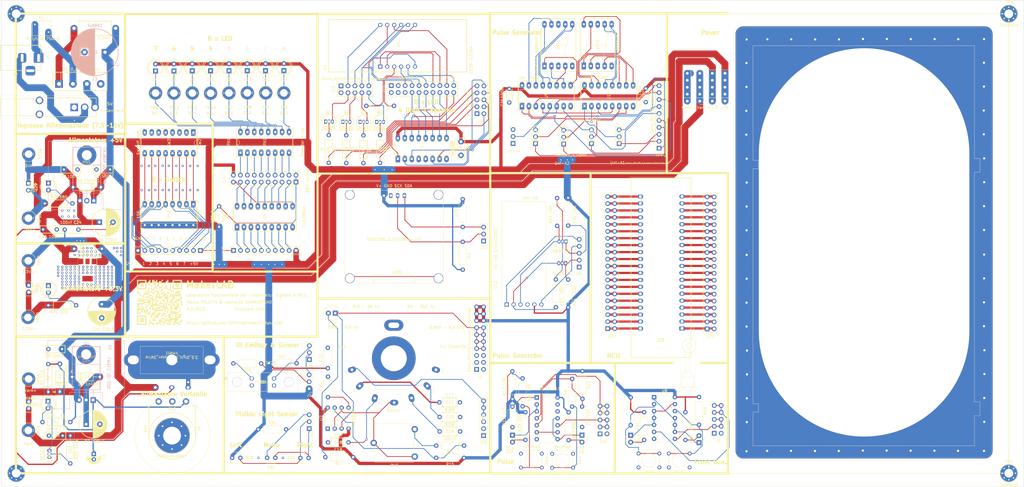
<source format=kicad_pcb>
(kicad_pcb (version 20211014) (generator pcbnew)
  (layers (0 "F.Cu" signal) (31 "B.Cu" signal) (34 "B.Paste" user) (35 "F.Paste" user) (36 "B.SilkS" user "B.Silkscreen") (37 "F.SilkS" user "F.Silkscreen") (38 "B.Mask" user) (39 "F.Mask" user) (44 "Edge.Cuts" user))
  (net 0 "")
  (net 1 "Net-(AFF1-Pad1)")
  (net 2 "Net-(AFF1-Pad2)")
  (net 3 "Net-(AFF1-Pad4)")
  (net 5 "Net-(AFF1-Pad6)")
  (net 6 "Net-(AFF1-Pad7)")
  (net 8 "Net-(AFF1-Pad9)")
  (net 9 "Net-(AFF1-Pad10)")
  (net 10 "Net-(AFF2-Pad1)")
  (net 11 "Net-(AFF2-Pad2)")
  (net 12 "Net-(AFF2-Pad4)")
  (net 14 "Net-(AFF2-Pad6)")
  (net 15 "Net-(AFF2-Pad7)")
  (net 17 "Net-(AFF2-Pad9)")
  (net 18 "Net-(AFF2-Pad10)")
  (net 19 "Net-(D1-Pad1)")
  (net 20 "Net-(D7-Pad1)")
  (net 21 "Net-(D8-Pad1)")
  (net 22 "Net-(D9-Pad1)")
  (net 23 "Net-(D10-Pad1)")
  (net 24 "Net-(D11-Pad1)")
  (net 25 "Net-(D12-Pad1)")
  (net 26 "Net-(D13-Pad1)")
  (net 27 "Net-(D14-Pad1)")
  (net 28 "Net-(J4-Pad2)")
  (net 29 "Net-(J13-Pad9)")
  (net 30 "Net-(J13-Pad2)")
  (net 31 "Net-(J13-Pad3)")
  (net 32 "Net-(J13-Pad4)")
  (net 33 "Net-(J13-Pad5)")
  (net 34 "Net-(J13-Pad6)")
  (net 35 "Net-(J13-Pad7)")
  (net 36 "Net-(J13-Pad8)")
  (net 37 "Net-(J19-Pad1)")
  (net 38 "Net-(J19-Pad2)")
  (net 39 "Net-(J19-Pad3)")
  (net 40 "Net-(J19-Pad4)")
  (net 41 "Net-(J19-Pad5)")
  (net 42 "Net-(J19-Pad6)")
  (net 43 "Net-(J19-Pad7)")
  (net 44 "Net-(J19-Pad8)")
  (net 45 "Net-(J19-Pad9)")
  (net 46 "Net-(J19-Pad10)")
  (net 47 "Net-(Q1-Pad2)")
  (net 48 "Net-(Q2-Pad2)")
  (net 49 "Net-(Q3-Pad2)")
  (net 50 "Net-(Q4-Pad2)")
  (net 51 "Net-(J9-Pad5)")
  (net 52 "Net-(J9-Pad4)")
  (net 53 "Net-(J9-Pad3)")
  (net 54 "Net-(J9-Pad2)")
  (net 55 "Net-(J14-Pad12)")
  (net 56 "Net-(J14-Pad13)")
  (net 57 "Net-(J14-Pad14)")
  (net 58 "Net-(J14-Pad15)")
  (net 59 "Net-(J14-Pad16)")
  (net 60 "Net-(J14-Pad17)")
  (net 61 "Net-(J14-Pad18)")
  (net 62 "Net-(J14-Pad19)")
  (net 63 "Net-(J15-Pad2)")
  (net 64 "Net-(J15-Pad3)")
  (net 65 "Net-(J15-Pad4)")
  (net 66 "Net-(J15-Pad5)")
  (net 67 "Net-(J15-Pad6)")
  (net 68 "Net-(J15-Pad7)")
  (net 69 "Net-(J15-Pad8)")
  (net 71 "Net-(C4-Pad1)")
  (net 72 "/Alimentazione/+Vvar")
  (net 73 "Net-(J11-Pad14)")
  (net 74 "Net-(J12-Pad8)")
  (net 75 "Net-(J14-Pad10)")
  (net 76 "Net-(J14-Pad3)")
  (net 77 "Net-(J14-Pad4)")
  (net 78 "Net-(J14-Pad5)")
  (net 79 "Net-(J14-Pad6)")
  (net 80 "Net-(J14-Pad7)")
  (net 81 "Net-(J14-Pad8)")
  (net 82 "Net-(J14-Pad9)")
  (net 83 "Net-(RV3-Pad2)")
  (net 84 "Net-(D17-Pad1)")
  (net 85 "Net-(C15-Pad1)")
  (net 86 "Net-(R15-Pad2)")
  (net 87 "Net-(J26-Pad4)")
  (net 88 "Net-(R16-Pad2)")
  (net 90 "Net-(U10-Pad5)")
  (net 91 "Net-(Q7-Pad3)")
  (net 92 "Net-(J23-Pad21)")
  (net 93 "Net-(J23-Pad22)")
  (net 94 "Net-(J23-Pad23)")
  (net 95 "Net-(J23-Pad24)")
  (net 96 "Net-(J23-Pad25)")
  (net 97 "Net-(J23-Pad26)")
  (net 98 "Net-(J23-Pad27)")
  (net 99 "Net-(J23-Pad28)")
  (net 100 "Net-(J23-Pad29)")
  (net 101 "Net-(J23-Pad30)")
  (net 102 "Net-(J23-Pad31)")
  (net 103 "Net-(J23-Pad32)")
  (net 104 "Net-(J23-Pad33)")
  (net 105 "Net-(J23-Pad34)")
  (net 106 "Net-(J23-Pad35)")
  (net 107 "Net-(J23-Pad36)")
  (net 108 "Net-(J23-Pad37)")
  (net 109 "Net-(J23-Pad38)")
  (net 110 "Net-(J23-Pad39)")
  (net 111 "Net-(J23-Pad40)")
  (net 112 "Net-(J9-Pad6)")
  (net 113 "Net-(J9-Pad7)")
  (net 114 "Net-(J9-Pad8)")
  (net 115 "Net-(J9-Pad9)")
  (net 116 "Net-(J9-Pad10)")
  (net 117 "Net-(J2-Pad10)")
  (net 118 "Net-(J2-Pad3)")
  (net 119 "Net-(J16-Pad3)")
  (net 120 "Net-(J16-Pad10)")
  (net 121 "Net-(J12-Pad6)")
  (net 122 "Net-(U9-Pad5)")
  (net 124 "Net-(C17-Pad1)")
  (net 125 "Net-(C18-Pad1)")
  (net 126 "Net-(C19-Pad1)")
  (net 127 "Net-(J12-Pad10)")
  (net 128 "Net-(J11-Pad5)")
  (net 129 "Net-(J11-Pad7)")
  (net 130 "Net-(J11-Pad9)")
  (net 131 "Net-(J11-Pad11)")
  (net 132 "Net-(J11-Pad8)")
  (net 133 "Net-(J11-Pad13)")
  (net 134 "Net-(J11-Pad10)")
  (net 135 "Net-(J11-Pad12)")
  (net 136 "Net-(J11-Pad15)")
  (net 139 "Net-(C1-Pad1)")
  (net 140 "Net-(J14-Pad11)")
  (net 141 "Net-(C20-Pad1)")
  (net 142 "Net-(J12-Pad3)")
  (net 143 "Net-(J12-Pad4)")
  (net 144 "Net-(J12-Pad5)")
  (net 145 "Net-(J12-Pad7)")
  (net 146 "Net-(J12-Pad9)")
  (net 147 "Net-(U10-Pad1)")
  (net 148 "Net-(U10-Pad2)")
  (net 149 "Net-(U10-Pad6)")
  (net 150 "Net-(U10-Pad7)")
  (net 151 "Net-(C16-Pad1)")
  (net 152 "Net-(C7-Pad1)")
  (net 153 "Net-(C24-Pad1)")
  (net 154 "Net-(J15-Pad9)")
  (net 155 "Net-(D2-Pad2)")
  (net 156 "Net-(J22-Pad3)")
  (net 157 "Net-(J22-Pad5)")
  (net 158 "Net-(J22-Pad7)")
  (net 159 "Net-(J22-Pad10)")
  (net 160 "Net-(J22-Pad11)")
  (net 161 "Net-(J22-Pad13)")
  (net 162 "Net-(J22-Pad15)")
  (net 163 "Net-(J22-Pad17)")
  (net 164 "Net-(J22-Pad19)")
  (net 165 "Net-(J22-Pad21)")
  (net 166 "Net-(J22-Pad23)")
  (net 167 "Net-(J22-Pad25)")
  (net 168 "Net-(J22-Pad27)")
  (net 169 "Net-(J22-Pad29)")
  (net 170 "Net-(J22-Pad31)")
  (net 171 "Net-(J22-Pad33)")
  (net 172 "Net-(J22-Pad35)")
  (net 173 "Net-(J22-Pad37)")
  (net 174 "Net-(D21-Pad2)")
  (net 175 "Net-(D2-Pad1)")
  (net 176 "Net-(J22-Pad1)")
  (net 177 "Net-(J22-Pad39)")
  (net 178 "Net-(D1-Pad2)")
  (net 179 "Net-(D1-Pad3)")
  (net 180 "Net-(D22-Pad2)")
  (net 181 "Net-(Q5-Pad2)")
  (net 182 "Net-(F1-Pad1)")
  (net 183 "Net-(D17-Pad2)")
  (net 184 "Net-(J33-Pad2)")
  (net 185 "Net-(C11-Pad1)")
  (net 186 "Net-(C12-Pad1)")
  (net 187 "/BT to Serial/+3.3V")
  (net 188 "GND")
  (net 189 "Net-(J21-Pad2)")
  (net 190 "Net-(J21-Pad3)")
  (net 191 "Net-(D15-Pad1)")
  (net 192 "Net-(J25-Pad3)")
  (net 193 "Net-(Q6-Pad1)")
  (net 194 "Net-(J33-Pad1)")
  (net 195 "Net-(J33-Pad3)")
  (net 196 "Net-(J34-Pad2)")
  (net 197 "Net-(J34-Pad3)")
  (net 198 "/Alimentazione/+3.3V")
  (net 199 "/Alimentazione/+5V")
  (net 200 "Net-(D15-Pad2)")
  (net 201 "Net-(Q8-Pad3)")
  (net 202 "Net-(D16-Pad1)")
  (net 203 "Net-(D16-Pad2)")
  (net 204 "Net-(D18-Pad1)")
  (net 205 "Net-(D18-Pad2)")
  (net 206 "Net-(J1-Pad2)")
  (net 207 "Net-(J1-Pad3)")
  (net 208 "Net-(J34-Pad4)")
  (net 209 "Net-(J34-Pad5)")
  (net 210 "Net-(R9-Pad1)")
  (net 211 "Net-(R10-Pad1)")
  (net 212 "Net-(R18-Pad1)")
  (net 213 "Net-(R19-Pad2)")
  (net 214 "Net-(D19-Pad2)")
  (net 215 "Net-(U6-Pad6)")
  (net 216 "Net-(D19-Pad1)")
  (net 217 "Net-(J11-Pad17)")
  (net 218 "Net-(J11-Pad16)")
  (net 219 "Net-(J11-Pad18)")
  (net 220 "Net-(J11-Pad20)")
  (net 221 "Net-(J11-Pad19)")
  (net 222 "Net-(R4-Pad2)")
  (footprint "Resistor_THT:R_Axial_DIN0207_L6.3mm_D2.5mm_P10.16mm_Horizontal" (layer "F.Cu") (at 186.9576 145.9026 90)
    (fp_text reference "R12")
    (fp_text value "10K")
  )
  (footprint "Capacitor_THT:C_Axial_L5.1mm_D3.1mm_P7.50mm_Horizontal" (layer "F.Cu") (at 186.9576 148.6712 -90)
    (fp_text reference "C12")
    (fp_text value "1uF")
  )
  (footprint "SerigrafieMakerLab:Disp4x7Seg" (layer "F.Cu") (at 186.8932 121.6481)
    (fp_text reference "TP31" hide)
    (fp_text value "Pulse Generator" hide)
  )
  (footprint "Diode_THT:D_A-405_P10.16mm_Horizontal" (layer "F.Cu") (at 26.67 90.932)
    (fp_text reference "D20")
    (fp_text value "1N4001")
  )
  (footprint "OptoDevice:R_LDR_5.0x4.1mm_P3mm_Vertical" (layer "F.Cu") (at 109.4218 167.4368)
    (fp_text reference "R29")
    (fp_text value "Right")
  )
  (footprint "Package_TO_SOT_THT:TO-92_Inline" (layer "F.Cu") (at 17.653 164.719 -90)
    (fp_text reference "Q5")
    (fp_text value "BC237")
  )
  (footprint "LED_THT:LED_D5.0mm" (layer "F.Cu") (at 96.6724 25.8014 90)
    (fp_text reference "D13")
    (fp_text value "1")
  )
  (footprint "LED_THT:LED_D5.0mm" (layer "F.Cu") (at 103.378 25.776 90)
    (fp_text reference "D14")
    (fp_text value "0")
  )
  (footprint "Resistor_THT:R_Axial_DIN0207_L6.3mm_D2.5mm_P10.16mm_Horizontal" (layer "F.Cu") (at 17.2411 111.6076)
    (fp_text reference "R24")
    (fp_text value "220")
  )
  (footprint "MountingHole:MountingHole_3.2mm_M3_Pad_Via" (layer "F.Cu") (at 5.5 173)
    (fp_text reference "TP4" hide)
    (fp_text value "TestPoint" hide)
  )
  (footprint "Package_TO_SOT_THT:TO-92_Inline" (layer "F.Cu") (at 118.6132 44.408)
    (fp_text reference "Q1")
    (fp_text value "2N3904")
  )
  (footprint "LED_THT:LED_D3.0mm" (layer "F.Cu") (at 255.1938 161.8234 90)
    (fp_text reference "D18")
    (fp_text value "LED")
  )
  (footprint "Capacitor_THT:C_Disc_D7.0mm_W2.5mm_P5.00mm" (layer "F.Cu") (at 39.838 61.9252 180)
    (fp_text reference "C2")
    (fp_text value "100nF")
  )
  (footprint "SerigrafieMakerLab:Disp4x7Seg" (layer "F.Cu") (at 228.2444 81.2546)
    (fp_text reference "TP32" hide)
    (fp_text value "Pulse Generator")
  )
  (footprint "Package_TO_SOT_THT:TO-92_Inline" (layer "F.Cu") (at 137.3076 44.556)
    (fp_text reference "Q4")
    (fp_text value "2N3904")
  )
  (footprint "Heatsink2:Heatsink_28x25_Horiz" (layer "F.Cu") (at 31.0838 129.4286)
    (fp_text reference "HS2")
    (fp_text value "Heatsink")
  )
  (footprint "Resistor_THT:R_Axial_DIN0207_L6.3mm_D2.5mm_P10.16mm_Horizontal" (layer "F.Cu") (at 94.0294 156.972)
    (fp_text reference "R30")
    (fp_text value "33k")
  )
  (footprint "Diode_THT:D_A-405_P10.16mm_Horizontal" (layer "F.Cu") (at 21.4376 143.1954 90)
    (fp_text reference "D5")
    (fp_text value "1n4001")
  )
  (footprint "LED_THT:LED_D3.0mm" (layer "F.Cu") (at 186.9576 159.0852 -90)
    (fp_text reference "D15")
    (fp_text value "LED")
  )
  (footprint "Capacitor_THT:C_Axial_L5.1mm_D3.1mm_P7.50mm_Horizontal" (layer "F.Cu") (at 119.4562 134.6108 90)
    (fp_text reference "C13")
    (fp_text value "100nF")
  )
  (footprint "Capacitor_THT:C_Axial_L5.1mm_D3.1mm_P7.50mm_Horizontal" (layer "F.Cu") (at 212.4338 148.6204 -90)
    (fp_text reference "C11")
    (fp_text value "1uF")
  )
  (footprint "Display_7Segment:CA56-12EWA" (layer "F.Cu") (at 138.6332 24.3078 90)
    (fp_text reference "U4")
    (fp_text value "CC56-12EWA")
  )
  (footprint "Connector_PinHeader_2.54mm:PinHeader_1x05_P2.54mm_Vertical" (layer "F.Cu") (at 264.6885 36.9112 180)
    (fp_text reference "+5")
    (fp_text value "Conn_01x05")
  )
  (footprint "Symbol:Alimentatore Variabile" (layer "F.Cu") (at 25.3238 26.924)
    (fp_text reference "TP24" hide)
    (fp_text value "Ingresso Alimentazione (7,5-15V)")
  )
  (footprint "TestPoint:TestPoint_Loop_D3.80mm_Drill2.8mm" (layer "F.Cu") (at 56.4642 33.9802)
    (fp_text reference "TP13")
    (fp_text value "Bit7")
  )
  (footprint "Resistor_THT:R_Axial_DIN0207_L6.3mm_D2.5mm_P10.16mm_Horizontal" (layer "F.Cu") (at 126.1872 49.4284 -90)
    (fp_text reference "R6")
    (fp_text value "R")
  )
  (footprint "MountingHole:MountingHole_3.2mm_M3_Pad_Via" (layer "F.Cu") (at 5.5 5)
    (fp_text reference "TP1" hide)
    (fp_text value "TestPoint" hide)
  )
  (footprint "Connector_PinHeader_2.54mm:PinHeader_1x06_P2.54mm_Vertical" (layer "F.Cu") (at 176.4284 159.258 180)
    (fp_text reference "J26")
    (fp_text value "Conn_01x06_Female" hide)
  )
  (footprint "Connector_PinSocket_2.54mm:PinSocket_1x03_P2.54mm_Vertical" (layer "F.Cu") (at 205.7146 52.6338 180)
    (fp_text reference "Uni-A2")
    (fp_text value "Jumper_3_Open")
  )
  (footprint "LED_THT:LED_D5.0mm" (layer "F.Cu") (at 69.8754 25.8318 90)
    (fp_text reference "D9")
    (fp_text value "5")
  )
  (footprint "Capacitor_THT:CP_Radial_D10.0mm_P5.00mm" (layer "F.Cu") (at 36.7792 111.2266 -90)
    (fp_text reference "C25")
    (fp_text value "220uF")
  )
  (footprint "Resistor_THT:R_Axial_DIN0207_L6.3mm_D2.5mm_P10.16mm_Horizontal" (layer "F.Cu") (at 138.557 49.3522 -90)
    (fp_text reference "R8")
    (fp_text value "R")
  )
  (footprint "Connector_PinSocket_2.54mm:PinSocket_1x02_P2.54mm_Vertical" (layer "F.Cu") (at 10.058 146.8012)
    (fp_text reference "J5")
    (fp_text value "Conn_01x02_Male" hide)
  )
  (footprint "TestPoint:TestPoint_Loop_D3.80mm_Drill2.8mm" (layer "F.Cu") (at 9.9113 95.3116)
    (fp_text reference "TP17")
    (fp_text value "3.3VA+")
  )
  (footprint "Resistor_THT:R_Axial_DIN0207_L6.3mm_D2.5mm_P10.16mm_Horizontal" (layer "F.Cu") (at 168.783 82.9564 90)
    (fp_text reference "R25")
    (fp_text value "3,3k")
  )
  (footprint "Connector_PinHeader_2.54mm:PinHeader_1x03_P2.54mm_Vertical" (layer "F.Cu") (at 112.649 156.6926 180)
    (fp_text reference "J33")
    (fp_text value "Visible Light Sensor")
  )
  (footprint "Connector_PinHeader_2.54mm:PinHeader_1x05_P2.54mm_Vertical" (layer "F.Cu") (at 255.4732 36.9316 180)
    (fp_text reference "+Var1")
    (fp_text value "Conn_01x05")
  )
  (footprint "Resistor_THT:R_Axial_DIN0207_L6.3mm_D2.5mm_P10.16mm_Horizontal" (layer "F.Cu") (at 15.9258 74.3458)
    (fp_text reference "R23")
    (fp_text value "680")
  )
  (footprint "TestPoint:TestPoint_Loop_D3.80mm_Drill2.8mm" (layer "F.Cu") (at 9.9314 157.3276)
    (fp_text reference "TP15")
    (fp_text value "VarA-")
  )
  (footprint "Connector_PinSocket_2.54mm:PinSocket_2x05_P2.54mm_Vertical" (layer "F.Cu") (at 260.7618 158.3898 180)
    (fp_text reference "J2")
    (fp_text value "Conn_02x05_Counter_Clockwise")
  )
  (footprint "Capacitor_THT:C_Axial_L3.8mm_D2.6mm_P7.50mm_Horizontal" (layer "F.Cu") (at 79.7052 75.4218 -90)
    (fp_text reference "C9")
    (fp_text value "100nF")
  )
  (footprint "TestPoint:TestPoint_Loop_D3.80mm_Drill2.8mm" (layer "F.Cu") (at 90.0176 33.909)
    (fp_text reference "TP8")
    (fp_text value "Bit2")
  )
  (footprint "TestPoint:TestPoint_Loop_D3.80mm_Drill2.8mm" (layer "F.Cu") (at 63.1698 33.9802)
    (fp_text reference "TP12")
    (fp_text value "Bit6")
  )
  (footprint "Capacitor_THT:C_Disc_D7.0mm_W2.5mm_P5.00mm" (layer "F.Cu") (at 22.9254 61.9506)
    (fp_text reference "C5")
    (fp_text value "100nF")
  )
  (footprint "Capacitor_THT:CP_Radial_D10.0mm_P5.00mm" (layer "F.Cu") (at 35.8847 81.2038)
    (fp_text reference "C6")
    (fp_text value "220uF")
  )
  (footprint "MountingHole:MountingHole_3.2mm_M3_Pad_Via" (layer "F.Cu") (at 368.5 5)
    (fp_text reference "TP3")
    (fp_text value "TestPoint")
  )
  (footprint "Resistor_THT:R_Axial_DIN0207_L6.3mm_D2.5mm_P10.16mm_Horizontal" (layer "F.Cu") (at 250.2154 150.6982 -90)
    (fp_text reference "R20")
    (fp_text value "330")
  )
  (footprint "Connector_PinHeader_2.54mm:PinHeader_1x03_P2.54mm_Vertical" (layer "F.Cu") (at 176.4284 88.0976 180)
    (fp_text reference "J21")
    (fp_text value "Conn_01x03")
  )
  (footprint "Package_DIP:DIP-16_W7.62mm_Socket_LongPads" (layer "F.Cu") (at 70.2872 48.3966 -90)
    (fp_text reference "SW2")
    (fp_text value "SW_DIP_x08")
  )
  (footprint "RotarySwitch:Commutatore 2x6" (layer "F.Cu") (at 143.5735 130.8862)
    (fp_text reference "SW5")
    (fp_text value "SW_Rotary12")
  )
  (footprint "Resistor_THT:R_Axial_DIN0207_L6.3mm_D2.5mm_P10.16mm_Horizontal" (layer "F.Cu") (at 255.1938 145.1356 -90)
    (fp_text reference "R19")
    (fp_text value "10K")
  )
  (footprint "MountingHole:MountingHole_3.2mm_M3_Pad_Via" (layer "F.Cu") (at 368.5 173)
    (fp_text reference "TP2")
    (fp_text value "TestPoint")
  )
  (footprint "Button_Switch_THT:SW_Tactile_Straight_KSL0Axx1LFTR" (layer "F.Cu") (at 251.7648 170.8658 180)
    (fp_text reference "SW6")
    (fp_text value "SW_Push")
  )
  (footprint "Capacitor_THT:C_Disc_D4.3mm_W1.9mm_P5.00mm" (layer "F.Cu") (at 185.801 32.43 -90)
    (fp_text reference "C21")
    (fp_text value "100n")
  )
  (footprint "SerigrafieMakerLab:Disp4x7Seg" (layer "F.Cu") (at 228.1682 11.8364)
    (fp_text reference "TP34" hide)
    (fp_text value "Pulse Generator")
  )
  (footprint "Resistor_THT:R_Axial_DIN0207_L6.3mm_D2.5mm_P10.16mm_Horizontal" (layer "F.Cu") (at 143.6624 38.6588 180)
    (fp_text reference "R4")
    (fp_text value "330")
  )
  (footprint "Capacitor_THT:C_Axial_L5.1mm_D3.1mm_P7.50mm_Horizontal" (layer "F.Cu") (at 160.3432 152.4508)
    (fp_text reference "C20")
    (fp_text value "3,3uF")
  )
  (footprint "Capacitor_THT:C_Axial_L5.1mm_D3.1mm_P7.50mm_Horizontal" (layer "F.Cu") (at 127.0008 161.7372 180)
    (fp_text reference "C18")
    (fp_text value "33nF")
  )
  (footprint "Resistor_THT:R_Axial_DIN0207_L6.3mm_D2.5mm_P10.16mm_Horizontal" (layer "F.Cu") (at 128.7018 167.132 180)
    (fp_text reference "R17")
    (fp_text value "330")
  )
  (footprint "Package_DIP:DIP-8_W7.62mm" (layer "F.Cu") (at 119.4154 156.6826 90)
    (fp_text reference "U7")
    (fp_text value "NE555P")
  )
  (footprint "Resistor_THT:R_Axial_DIN0207_L6.3mm_D2.5mm_P10.16mm_Horizontal" (layer "F.Cu") (at 17.2212 143.2716 90)
    (fp_text reference "R2")
    (fp_text value "240")
  )
  (footprint "Resistor_THT:R_Axial_DIN0207_L6.3mm_D2.5mm_P10.16mm_Horizontal" (layer "F.Cu") (at 208.8016 148.6458 90)
    (fp_text reference "R9")
    (fp_text value "100")
  )
  (footprint "Resistor_THT:R_Axial_DIN0207_L6.3mm_D2.5mm_P10.16mm_Horizontal" (layer "F.Cu") (at 25.273 169.418 90)
    (fp_text reference "R22")
    (fp_text value "330k")
  )
  (footprint "Package_DIP:DIP-16_W7.62mm_Socket_LongPads" (layer "F.Cu") (at 87.493 55.8196 90)
    (fp_text reference "RN1")
    (fp_text value "Resistor Array")
  )
  (footprint "Resistor_THT:R_Axial_DIN0207_L6.3mm_D2.5mm_P10.16mm_Horizontal" (layer "F.Cu") (at 235.1278 160.8328 90)
    (fp_text reference "R21")
    (fp_text value "330")
  )
  (footprint "Resistor_THT:R_Axial_DIN0207_L6.3mm_D2.5mm_P10.16mm_Horizontal" (layer "F.Cu") (at 168.783 88.392 -90)
    (fp_text reference "R3")
    (fp_text value "3,3k")
  )
  (footprint "Resistor_THT:R_Axial_DIN0207_L6.3mm_D2.5mm_P10.16mm_Horizontal" (layer "F.Cu") (at 202.8444 112.3188 90)
    (fp_text reference "R32")
    (fp_text value "10K")
  )
  (footprint "Display:TFT OLED 1.3 I2C" (layer "F.Cu") (at 143.7132 86.487)
    (fp_text reference "LCD1")
    (fp_text value "SSD1306_OLED128x64_I2C")
  )
  (footprint "Capacitor_THT:C_Disc_D7.0mm_W2.5mm_P5.00mm" (layer "F.Cu") (at 22.2612 127.6096 180)
    (fp_text reference "C3")
    (fp_text value "100nF")
  )
  (footprint "Package_DIP:DIP-16_W7.62mm_Socket_LongPads" (layer "F.Cu") (at 70.2872 74.6348 -90)
    (fp_text reference "RN2")
    (fp_text value "10K")
  )
  (footprint "Package_DIP:DIP-16_W7.62mm_Socket_LongPads" (layer "F.Cu") (at 213.314 38.779 90)
    (fp_text reference "U10")
    (fp_text value "9368")
  )
  (footprint "SerigrafieMakerLAB:Disp4x7Seg" (layer "F.Cu") (at 153.3144 11.9963)
    (fp_text reference "TP27" hide)
    (fp_text value "8 x LED")
  )
  (footprint "Connector_PinSocket_2.54mm:PinSocket_2x05_P2.54mm_Vertical" (layer "F.Cu") (at 173.9954 41.5244 180)
    (fp_text reference "J9")
    (fp_text value "D C B A  LE")
  )
  (footprint "LED_THT:LED_D5.0mm" (layer "F.Cu") (at 89.9922 25.8014 90)
    (fp_text reference "D12")
    (fp_text value "2")
  )
  (footprint "Capacitor_THT:C_Disc_D7.0mm_W2.5mm_P5.00mm" (layer "F.Cu") (at 15.3308 83.8708)
    (fp_text reference "C16")
    (fp_text value "100nF")
  )
  (footprint "Resistor_THT:R_Axial_DIN0207_L6.3mm_D2.5mm_P10.16mm_Horizontal" (layer "F.Cu") (at 25.273 154.305 180)
    (fp_text reference "R1")
    (fp_text value "3,3k")
  )
  (footprint "Package_TO_SOT_THT:TO-92_Inline" (layer "F.Cu") (at 206.5528 88.265 180)
    (fp_text reference "Q8")
    (fp_text value "BS170")
  )
  (footprint "LED_THT:LED_D5.0mm" (layer "F.Cu") (at 56.4642 25.903 90)
    (fp_text reference "D7")
    (fp_text value "7")
  )
  (footprint "VoltmeterModule:3,5 Digit 0,28'' Voltmeter" (layer "F.Cu") (at 62.3697 131.6109 180)
    (fp_text reference "Vmet1")
    (fp_text value "3,5_Digit_Voltmeter_3Wire")
    (fp_rect (start -11.5 -5) (end 11.5 5) (layer "Edge.Cuts") (width 0.12) (fill none))
  )
  (footprint "TestPoint:TestPoint_Loop_D3.80mm_Drill2.8mm" (layer "F.Cu") (at 83.2866 33.9548)
    (fp_text reference "TP9")
    (fp_text value "Bit3")
  )
  (footprint "Package_DIP:DIP-14_W7.62mm" (layer "F.Cu") (at 238.76 145.1918)
    (fp_text reference "U8")
    (fp_text value "74LS00")
  )
  (footprint "Capacitor_THT:C_Axial_L5.1mm_D3.1mm_P7.50mm_Horizontal" (layer "F.Cu") (at 119.507 145.2026 90)
    (fp_text reference "C15")
    (fp_text value "10nF")
  )
  (footprint "TestPoint:TestPoint_Loop_D3.80mm_Drill2.8mm" (layer "F.Cu") (at 76.581 34.031)
    (fp_text reference "TP10")
    (fp_text value "Bit4")
  )
  (footprint "Diode_THT:D_A-405_P10.16mm_Horizontal" (layer "F.Cu") (at 36.449 68.4022 180)
    (fp_text reference "D4")
    (fp_text value "1N4001")
  )
  (footprint "Connector_PinHeader_2.54mm:PinHeader_1x03_P2.54mm_Vertical" (layer "F.Cu") (at 112.6998 131.445 180)
    (fp_text reference "J25")
    (fp_text value "IR Emitter & Sensor")
  )
  (footprint "LED_THT:LED_D3.0mm" (layer "F.Cu") (at 212.383 159.0852 -90)
    (fp_text reference "D16")
    (fp_text value "LED")
  )
  (footprint "LED_THT:LED_D5.0mm" (layer "F.Cu") (at 122.174 114.4778 180)
    (fp_text reference "D17")
    (fp_text value "LED")
  )
  (footprint "Resistor_THT:R_Axial_DIN0207_L6.3mm_D2.5mm_P10.16mm_Horizontal" (layer "F.Cu") (at 97.8662 132.7808)
    (fp_text reference "R27")
    (fp_text value "4,7k")
  )
  (footprint "Display_7Segment:7SegmentLED_LTS6760_LTS6780" (layer "F.Cu") (at 213.07 24.0588 90)
    (fp_text reference "AFF2")
    (fp_text value "LTS-6980HR")
  )
  (footprint "Resistor_THT:R_Axial_DIN0207_L6.3mm_D2.5mm_P10.16mm_Horizontal" (layer "F.Cu") (at 203.3016 82.55 90)
    (fp_text reference "R33")
    (fp_text value "10K")
  )
  (footprint "TestPoint:TestPoint_Loop_D3.80mm_Drill2.8mm" (layer "F.Cu") (at 10.033 138.5316)
    (fp_text reference "TP14")
    (fp_text value "VarA+")
  )
  (footprint "Package_DIP:DIP-14_W7.62mm" (layer "F.Cu") (at 195.8576 145.3134)
    (fp_text reference "U6")
    (fp_text value "74LS14")
  )
  (footprint "Package_TO_SOT_THT:TO-92_Inline" (layer "F.Cu") (at 131.2624 44.5306)
    (fp_text reference "Q3")
    (fp_text value "2N3904")
  )
  (footprint "Symbol:Alimentatore Variabile" (layer "F.Cu") (at 25.3238 68.9356)
    (fp_text reference "TP23" hide)
    (fp_text value "Alimentatore +5V")
  )
  (footprint "Breadboard:BreadBoard 81x146" (layer "F.Cu") (at 316.5602 88.5952)
    (fp_text reference "TP5")
    (fp_text value "TestPoint")
    (fp_line (start -41.63 -26.961) (end -41.63 59.039) (layer "Edge.Cuts") (width 0.12))
    (fp_line (start -41.63 -26.961) (end -39.63 -26.961) (layer "Edge.Cuts") (width 0.12))
    (fp_line (start 39.37 74.3438) (end -41.6306 74.3712) (layer "Edge.Cuts") (width 0.12))
    (fp_line (start -41.63 62.039) (end -39.63 62.039) (layer "Edge.Cuts") (width 0.12))
    (fp_line (start 39.37 -30.6562) (end 41.37 -30.6562) (layer "Edge.Cuts") (width 0.12))
    (fp_line (start 39.37 58.3438) (end 39.37 -25.6562) (layer "Edge.Cuts") (width 0.12))
    (fp_line (start -41.63 -30) (end -41.63 -71.961) (layer "Edge.Cuts") (width 0.12))
    (fp_line (start -39.63 -30) (end -39.63 -26.961) (layer "Edge.Cuts") (width 0.12))
    (fp_line (start 39.37 -30.6562) (end 39.37 -71.961) (layer "Edge.Cuts") (width 0.12))
    (fp_line (start 41.37 63.3438) (end 41.37 58.3438) (layer "Edge.Cuts") (width 0.12))
    (fp_line (start 41.37 -25.6562) (end 41.37 -30.6562) (layer "Edge.Cuts") (width 0.12))
    (fp_line (start 39.37 58.3438) (end 41.37 58.3438) (layer "Edge.Cuts") (width 0.12))
    (fp_line (start -41.63 -71.961) (end 39.37 -71.961) (layer "Edge.Cuts") (width 0.12))
    (fp_line (start 39.37 63.3438) (end 39.37 74.3438) (layer "Edge.Cuts") (width 0.12))
    (fp_line (start 41.37 -25.6562) (end 39.37 -25.6562) (layer "Edge.Cuts") (width 0.12))
    (fp_line (start 39.37 63.3438) (end 41.37 63.3438) (layer "Edge.Cuts") (width 0.12))
    (fp_line (start -39.63 59.039) (end -39.63 62.039) (layer "Edge.Cuts") (width 0.12))
    (fp_line (start -41.63 -30) (end -39.63 -30) (layer "Edge.Cuts") (width 0.12))
    (fp_line (start -39.63 59.039) (end -41.63 59.039) (layer "Edge.Cuts") (width 0.12))
    (fp_line (start -41.63 62.039) (end -41.6306 74.3712) (layer "Edge.Cuts") (width 0.12))
  )
  (footprint "Resistor_THT:R_Axial_DIN0207_L6.3mm_D2.5mm_P10.16mm_Horizontal" (layer "F.Cu") (at 119.8118 49.3522 -90)
    (fp_text reference "R5")
    (fp_text value "R")
  )
  (footprint "Connector_PinSocket_2.54mm:PinSocket_2x10_P2.54mm_Vertical" (layer "F.Cu") (at 173.863 135.0264 180)
    (fp_text reference "J3")
    (fp_text value "Conn_02x10_Counter_Clockwise")
  )
  (footprint "Resistor_THT:R_Axial_DIN0207_L6.3mm_D2.5mm_P10.16mm_Horizontal" (layer "F.Cu") (at 191.7074 150.6778 -90)
    (fp_text reference "R13")
    (fp_text value "330")
  )
  (footprint "Resistor_THT:R_Axial_DIN0207_L6.3mm_D2.5mm_P10.16mm_Horizontal" (layer "F.Cu") (at 207.3402 82.4484 90)
    (fp_text reference "R35")
    (fp_text value "10K")
  )
  (footprint "Connector_PinSocket_2.54mm:PinSocket_1x02_P2.54mm_Vertical" (layer "F.Cu") (at 9.931 66.9998)
    (fp_text reference "J29")
    (fp_text value "Conn_01x02_Male" hide)
  )
  (footprint "LED_THT:LED_D5.0mm" (layer "F.Cu") (at 17.272 66.926 -90)
    (fp_text reference "D21")
    (fp_text value "+5V")
  )
  (footprint "Resistor_THT:R_Axial_DIN0207_L6.3mm_D2.5mm_P10.16mm_Horizontal" (layer "F.Cu") (at 230.2002 155.448 90)
    (fp_text reference "R18")
    (fp_text value "10K")
  )
  (footprint "Package_TO_SOT_SMD:SOT-223" (layer "F.Cu") (at 31.5722 98.7044 -90)
    (fp_text reference "U11")
    (fp_text value "L78L33_SOT89")
  )
  (footprint "TestPoint:TestPoint_Loop_D3.80mm_Drill2.8mm" (layer "F.Cu") (at 69.9008 33.9802)
    (fp_text reference "TP11")
    (fp_text value "Bit5")
  )
  (footprint "TestPoint:TestPoint_Loop_D3.80mm_Drill2.8mm" (layer "F.Cu") (at 10.033 56.3118)
    (fp_text reference "TP16")
    (fp_text value "5VA+")
  )
  (footprint "Connector_PinHeader_2.54mm:PinHeader_1x05_P2.54mm_Vertical" (layer "F.Cu") (at 250.8963 36.9316 180)
    (fp_text reference "GND1")
    (fp_text value "Conn_01x05")
  )
  (footprint "Connector_PinSocket_2.54mm:PinSocket_1x10_P2.54mm_Vertical" (layer "F.Cu") (at 84.993 91.542 90)
    (fp_text reference "J13")
    (fp_text value "GND 0  1  2  3  4  5  6  7  +5V")
  )
  (footprint "TestPoint:TestPoint_Loop_D3.80mm_Drill2.8mm" (layer "F.Cu") (at 96.7486 33.9294)
    (fp_text reference "TP7")
    (fp_text value "Bit1")
  )
  (footprint "Capacitor_THT:C_Disc_D4.3mm_W1.9mm_P5.00mm" (layer "F.Cu") (at 235.7374 32.2776 -90)
    (fp_text reference "C22")
    (fp_text value "100n")
  )
  (footprint "Resistor_THT:R_Axial_DIN0207_L6.3mm_D2.5mm_P10.16mm_Horizontal" (layer "F.Cu") (at 169.2656 162.9156 180)
    (fp_text reference "R16")
    (fp_text value "22K")
  )
  (footprint "Capacitor_THT:C_Axial_L5.1mm_D3.1mm_P7.50mm_Horizontal" (layer "F.Cu") (at 160.2486 147.0914)
    (fp_text reference "C17")
    (fp_text value "3,3nF")
  )
  (footprint "Resistor_THT:R_Axial_DIN0207_L6.3mm_D2.5mm_P10.16mm_Horizontal" (layer "F.Cu") (at 95.0722 132.857 180)
    (fp_text reference "R26")
    (fp_text value "220")
  )
  (footprint "Capacitor_THT:C_Disc_D7.0mm_W2.5mm_P5.00mm" (layer "F.Cu") (at 22.479 159.258 180)
    (fp_text reference "C23")
    (fp_text value "100nF")
  )
  (footprint "Varistor:RV_Disc_D7mm_W5.4mm_P5mm" (layer "F.Cu") (at 12.319 8.89)
    (fp_text reference "F1")
    (fp_text value "Polyfuse 750mA")
  )
  (footprint "Resistor_THT:R_Axial_DIN0207_L6.3mm_D2.5mm_P10.16mm_Horizontal" (layer "F.Cu") (at 169.2402 167.386 180)
    (fp_text reference "R15")
    (fp_text value "1K")
  )
  (footprint "Package_DIP:DIP-16_W7.62mm_Socket_LongPads" (layer "F.Cu") (at 190.454 38.779 90)
    (fp_text reference "U9")
    (fp_text value "9368")
  )
  (footprint "Package_TO_SOT_THT:TO-92_Inline" (layer "F.Cu") (at 206.4258 96.2108 180)
    (fp_text reference "Q7")
    (fp_text value "BS170")
  )
  (footprint "Connector_PinSocket_2.54mm:PinSocket_2x05_P2.54mm_Vertical" (layer "F.Cu") (at 219.0124 158.6026 180)
    (fp_text reference "J16")
    (fp_text value "Conn_02x05_Counter_Clockwise")
  )
  (footprint "Symbol:Alimentatore Variabile" (layer "F.Cu") (at 43.3832 148.0312)
    (fp_text reference "TP21" hide)
    (fp_text value "Alimentaore Variabile")
  )
  (footprint "Resistor_THT:R_Axial_DIN0207_L6.3mm_D2.5mm_P10.16mm_Horizontal" (layer "F.Cu") (at 207.5062 150.7286 -90)
    (fp_text reference "R14")
    (fp_text value "330")
  )
  (footprint "LED_THT:LED_D5.0mm" (layer "F.Cu") (at 83.312 25.8014 90)
    (fp_text reference "D11")
    (fp_text value "3")
  )
  (footprint "TestPoint:TestPoint_Loop_D3.80mm_Drill2.8mm" (layer "F.Cu") (at 103.378 33.9344)
    (fp_text reference "TP6")
    (fp_text value "Bit0")
  )
  (footprint "TestPoint:TestPoint_Loop_D3.80mm_Drill2.8mm" (layer "F.Cu") (at 9.7843 116.038)
    (fp_text reference "TP19")
    (fp_text value "3.3VA-")
  )
  (footprint "Button_Switch_THT:SW_Tactile_Straight_KSL0Axx1LFTR" (layer "F.Cu") (at 190.0818 165.8416)
    (fp_text reference "SW4")
    (fp_text value "SW_Push")
  )
  (footprint "Connector_PinSocket_2.54mm:PinSocket_1x03_P2.54mm_Vertical" (layer "F.Cu") (at 195.4022 52.4814 180)
    (fp_text reference "Uni-A3")
    (fp_text value "Jumper_3_Open" hide)
  )
  (footprint "Package_DIP:DIP-16_W7.62mm_LongPads" (layer "F.Cu") (at 145.0744 58.0794 90)
    (fp_text reference "U3")
    (fp_text value "DM9368")
  )
  (footprint "SerigrafieMakerLab:Disp4x7Seg" (layer "F.Cu") (at 228.2444 121.6481)
    (fp_text reference "TP35" hide)
    (fp_text value "Pulse Generator" hide)
  )
  (footprint "Button_Switch_THT:SW_100SP1T2B4M7QE" (layer "F.Cu") (at 30.5213 39.2122)
    (fp_text reference "SW1")
    (fp_text value "SwGenerale")
  )
  (footprint "Connector_PinHeader_2.54mm:PinHeader_1x10_P2.54mm_Vertical" (layer "F.Cu") (at 240.5888 54.1528 180)
    (fp_text reference "J19")
    (fp_text value "Conn_01x10_Female")
  )
  (footprint "Connector_PinSocket_2.54mm:PinSocket_2x20_P2.54mm_Vertical" (layer "F.Cu") (at 221.8031 120.12 180)
    (fp_text reference "J24")
    (fp_text value "Conn_02x20_Counter_Clockwise" hide)
  )
  (footprint "Symbol:Alimentatore Variabile" (layer "F.Cu") (at 25.2984 106.0196)
    (fp_text reference "TP22" hide)
    (fp_text value "Alimentatore +3,3V")
  )
  (footprint "Connector_PinSocket_2.54mm:PinSocket_1x10_P2.54mm_Vertical" (layer "F.Cu") (at 72.868 91.567 -90)
    (fp_text reference "J15")
    (fp_text value "GND 0  1  2  3  4  5  6  7 +5V")
  )
  (footprint "Connector_PinSocket_2.54mm:PinSocket_1x03_P2.54mm_Vertical" (layer "F.Cu") (at 187.198 52.4052 180)
    (fp_text reference "Uni-A4")
    (fp_text value "Jumper_3_Open")
  )
  (footprint "Package_TO_SOT_THT:TO-92_Inline" (layer "F.Cu") (at 124.9632 44.5052)
    (fp_text reference "Q2")
    (fp_text value "2N3904")
  )
  (footprint "Resistor_THT:R_Axial_DIN0207_L6.3mm_D2.5mm_P10.16mm_Horizontal" (layer "F.Cu") (at 132.4864 49.4538 -90)
    (fp_text reference "R7")
    (fp_text value "R")
  )
  (footprint "Resistor_THT:R_Axial_DIN0207_L6.3mm_D2.5mm_P10.16mm_Horizontal" (layer "F.Cu") (at 212.5608 135.641 -90)
    (fp_text reference "R11")
    (fp_text value "10K")
  )
  (footprint "Connector_PinSocket_2.54mm:PinSocket_2x10_P2.54mm_Vertical" (layer "F.Cu") (at 142.651 31.2474 90)
    (fp_text reference "J11")
    (fp_text value "Gnd Dp a  b  c  d e  f  g  ")
  )
  (footprint "Resistor_THT:R_Axial_DIN0207_L6.3mm_D2.5mm_P10.16mm_Horizontal" (layer "F.Cu") (at 190.666 148.5188 90)
    (fp_text reference "R10")
    (fp_text value "100")
  )
  (footprint "LED_THT:LED_D5.0mm" (layer "F.Cu") (at 63.1698 25.8776 90)
    (fp_text reference "D8")
    (fp_text value "6")
  )
  (footprint "Capacitor_THT:CP_Radial_D10.0mm_P5.00mm" (layer "F.Cu") (at 31.0896 155.067)
    (fp_text reference "C7")
    (fp_text value "220uF")
  )
  (footprint "TestPoint:TestPoint_Loop_D3.80mm_Drill2.8mm" (layer "F.Cu") (at 9.9568 79.7306)
    (fp_text reference "TP18")
    (fp_text value "5VA-")
  )
  (footprint "Connector_PinSocket_2.54mm:PinSocket_2x05_P2.54mm_Vertical" (layer "F.Cu") (at 124.2868 31.349 90)
    (fp_text reference "J12")
    (fp_text value "Conn_02x05_Counter_Clockwise")
  )
  (footprint "SerigrafieMakerLAB:MakerLABTitoli" (layer "F.Cu") (at 76.4032 113.6142)
    (fp_text reference "TP28" hide)
    (fp_text value "MakerLAB" hide)
  )
  (footprint "Capacitor_THT:CP_Radial_D5.0mm_P2.00mm" (layer "F.Cu") (at 33.8836 165.9636 -90)
    (fp_text reference "C4")
    (fp_text value "10uF")
  )
  (footprint "Diode_THT:Diode_Bridge_Vishay_KBL" (layer "F.Cu") (at 21.1582 30.6324)
    (fp_text reference "D1")
    (fp_text value "D_Bridge_+AA-")
  )
  (footprint "Connector_PinHeader_2.54mm:PinHeader_1x05_P2.54mm_Vertical" (layer "F.Cu") (at 211.3788 97.6326 180)
    (fp_text reference "J34")
    (fp_text value "Conn_01x05")
  )
  (footprint "Button_Switch_THT:SW_Tactile_Straight_KSL0Axx1LFTR" (layer "F.Cu") (at 201.5118 165.8924)
    (fp_text reference "SW3")
    (fp_text value "SW_Push")
  )
  (footprint "Inductor_THT:L_Axial_L12.0mm_D5.0mm_P15.24mm_Horizontal_Fastron_MISC" (layer "F.Cu") (at 26.6192 10.287)
    (fp_text reference "L1")
    (fp_text value "3,3mH")
  )
  (footprint "Diode_THT:D_A-405_P10.16mm_Horizontal" (layer "F.Cu") (at 25.908 137.7852)
    (fp_text reference "D3")
    (fp_text value "1n4001")
  )
  (footprint "LED_THT:LED_D5.0mm" (layer "F.Cu") (at 17.145 146.685 -90)
    (fp_text reference "D2")
    (fp_text value "VarOut")
  )
  (footprint "Button_Switch_THT:SW_Tactile_Straight_KSL0Axx1LFTR" (layer "F.Cu") (at 240.6904 170.8658 180)
    (fp_text reference "SW7")
    (fp_text value "SW_Push")
  )
  (footprint "Connector_PinHeader_2.54mm:PinHeader_1x05_P2.54mm_Vertical" (layer "F.Cu") (at 260.0501 36.9316 180)
    (fp_text reference "+3.3")
    (fp_text value "Conn_01x05")
  )
  (footprint "Potentiometer_THT:Potentiometer_ACP_CA14V-15_Vertical" (layer "F.Cu") (at 151.2386 156.925 180)
    (fp_text reference "RV3")
    (fp_text value "220K")
  )
  (footprint "Capacitor_THT:C_Disc_D7.5mm_W2.5mm_P5.00mm" (layer "F.Cu") (at 168.148 51.7544 -90)
    (fp_text reference "C8")
    (fp_text value "100nF")
  )
  (footprint "Resistor_THT:R_Axial_DIN0207_L6.3mm_D2.5mm_P10.16mm_Horizontal" (layer "F.Cu") (at 207.3656 102.1842 -90)
    (fp_text reference "R34")
    (fp_text value "10K")
  )
  (footprint "Capacitor_THT:C_Axial_L5.1mm_D3.1mm_P7.50mm_Horizontal" (layer "F.Cu") (at 160.3432 157.734)
    (fp_text reference "C19")
    (fp_text value "330nF")
  )
  (footprint "SerigrafieMakerLab:Clock NE555" (layer "F.Cu") (at 98.653 133.223)
    (fp_text reference "TP29")
    (fp_text value "8 x LED")
  )
  (footprint "MountingHole:MountingHole_6.5mm_Pad_Via" (layer "F.Cu") (at 62.484 159.258)
    (fp_text reference "TP20" hide)
    (fp_text value "Potenziometer")
  )
  (footprint "Connector_PinSocket_2.54mm:PinSocket_1x03_P2.54mm_Vertical" (layer "F.Cu") (at 215.8492 52.4814 180)
    (fp_text reference "Uni-A0" hide)
    (fp_text value "Jumper_3_Open")
  )
  (footprint "Connector_PinHeader_2.54mm:PinHeader_1x03_P2.54mm_Vertical" (layer "F.Cu") (at 112.6236 142.098 180)
    (fp_text reference "J1")
    (fp_text value "Fix-Mod")
  )
  (footprint "Capacitor_THT:C_Disc_D7.0mm_W2.5mm_P5.00mm" (layer "F.Cu") (at 23.241 83.8962)
    (fp_text reference "C24")
    (fp_text value "100nF")
  )
  (footprint "OptoDevice:R_LDR_5.0x4.1mm_P3mm_Vertical" (layer "F.Cu") (at 84.4776 167.386)
    (fp_text reference "R28")
    (fp_text value "Left")
  )
  (footprint "LED_THT:LED_D5.0mm" (layer "F.Cu") (at 76.5763 25.8252 90)
    (fp_text reference "D10")
    (fp_text value "4")
  )
  (footprint "Connector_PinSocket_2.54mm:PinSocket_1x02_P2.54mm_Vertical" (layer "F.Cu") (at 10.0379 104.2978)
    (fp_text reference "J30")
    (fp_text value "Conn_01x02_Male" hide)
  )
  (footprint "Connector_PinSocket_2.54mm:PinSocket_2x20_P2.54mm_Vertical" (layer "F.Cu") (at 258.171 120.2136 180)
    (fp_text reference "J22")
    (fp_text value "Conn_02x20_Counter_Clockwise" hide)
  )
  (footprint "LED_THT:LED_D5.0mm" (layer "F.Cu") (at 17.272 104.394 -90)
    (fp_text reference "D22")
    (fp_text value "+3.3V")
  )
  (footprint "Connector_PinSocket_2.54mm:PinSocket_2x10_P2.54mm_Vertical" (layer "F.Cu") (at 107.793 66.543 -90)
    (fp_text reference "J14")
    (fp_text value "8Bit Jumper")
  )
  (footprint "Package_DIP:DIP-18_W7.62mm_Socket_LongPads" (layer "F.Cu") (at 86.243 83.0076 90)
    (fp_text reference "U5")
    (fp_text value "ULN2803A")
  )
  (footprint "LED_THT:LED_D3.0mm" (layer "F.Cu") (at 230.2002 159.126 -90)
    (fp_text reference "D19")
    (fp_text value "LED")
  )
  (footprint "Symbol:Alimentatore Variabile" (layer "F.Cu") (at 61.3364 72.1864)
    (fp_text reference "TP25" hide)
    (fp_text value "8 x Switch")
  )
  (footprint "Socket:DIP_Socket-40_W22.1_W22.86_W25.4_W27.94_W28.7_3M_240-3639-00-0602J" (layer "F.Cu") (at 248.3602 120.0564 180)
    (fp_text reference "J23")
    (fp_text value "Conn_02x20_Counter_Clockwise")
  )
  (footprint "OptoDevice:R_LDR_5.0x4.1mm_P3mm_Vertical" (layer "F.Cu") (at 97.2538 167.3606)
    (fp_text reference "R31")
    (fp_text value "Mono")
  )
  (footprint "Connector_BarrelJack:BarrelJack_Horizontal" (layer "F.Cu") (at 13.6708 21.1151)
    (fp_text reference "J4")
    (fp_text value "Barrel_Jack_MountingPin" hide)
  )
  (footprint "Symbol:Alimentatore Variabile" (layer "F.Cu") (at 80.6958 30.0736)
    (fp_text reference "TP26" hide)
    (fp_text value "8 x LED")
  )
  (footprint "Sensor:H21A1" (layer "F.Cu") (at 91.6432 138.3688)
    (fp_text reference "Q6")
    (fp_text value "H21A1")
  )
  (footprint "Display_7Segment:7SegmentLED_LTS6760_LTS6780" (layer "F.Cu") (at 198.6836 24.0842 90)
    (fp_text reference "AFF1")
    (fp_text value "LTS-6980HR")
  )
  (footprint "RF_Module:HC-05 Module Horizontal (ZC14200)" (layer "F.Cu") (at 191.2308 111.1398 90)
    (fp_text reference "U12")
    (fp_text value "HC-05 (ZC142200)")
  )
  (footprint "Connector_PinSocket_2.54mm:PinSocket_1x03_P2.54mm_Vertical" (layer "F.Cu") (at 226.0092 52.4814 180)
    (fp_text reference "Uni-A1")
    (fp_text value "Jumper_3_Open" hide)
  )
  (footprint "Heatsink2:Heatsink_28x25_Horiz" (layer "B.Cu") (at 31.242 56.618 180)
    (fp_text reference "HS1" hide)
    (fp_text value "Heatsink" hide)
  )
  (footprint "Potentiometer_THT:Potentiometer_Omeg_PC16BU_Vertical" (layer "B.Cu") (at 67.5894 146.7612 -90)
    (fp_text reference "RV2")
    (fp_text value "5K")
  )
  (footprint "Capacitor_THT:CP_Radial_D17.0mm_P7.50mm" (layer "B.Cu") (at 37.973 19.05)
    (fp_text reference "C1")
    (fp_text value "1000uF")
  )
  (footprint "Package_TO_SOT_THT:TO-220-3_Horizontal_TabDown" (layer "B.Cu") (at 33.8582 73.3288 180)
    (fp_text reference "U2")
    (fp_text value "LM7805_TO220")
  )
  (footprint "Package_TO_SOT_THT:TO-220-3_Horizontal_TabDown" (layer "B.Cu") (at 33.6296 146.2278 180)
    (fp_text reference "U1")
    (fp_text value "LM317_TO-220")
  )
  (gr_rect (start 5.5 5) (end 368.5 173) (layer "F.SilkS") (width 0.15) (fill none))
  (gr_circle (center 62.6872 159.3088) (end 76.494641 159.3088) (layer "F.SilkS") (width 0.1) (fill none))
  (gr_rect (start 0 0) (end 374 178) (layer "Edge.Cuts") (width 0.1) (fill none))
  (segment (start 210.439 28.954) (end 208.234 31.159) (width 0.25) (layer "F.Cu") (net 1))
  (segment (start 209.042 20.955) (end 210.428 22.341) (width 0.25) (layer "F.Cu") (net 1))
  (segment (start 210.439 26.798396) (end 210.439 28.954) (width 0.25) (layer "F.Cu") (net 1))
  (segment (start 210.428 26.787396) (end 210.439 26.798396) (width 0.25) (layer "F.Cu") (net 1))
  (segment (start 199.263 20.955) (end 209.042 20.955) (width 0.25) (layer "F.Cu") (net 1))
  (segment (start 198.6836 21.5344) (end 199.263 20.955) (width 0.25) (layer "F.Cu") (net 1))
  (segment (start 210.428 22.341) (end 210.428 26.787396) (width 0.25) (layer "F.Cu") (net 1))
  (segment (start 198.6836 24.0842) (end 198.6836 21.5344) (width 0.25) (layer "F.Cu") (net 1))
  (segment (start 201.803 28.702) (end 205.694 28.702) (width 0.25) (layer "B.Cu") (net 2))
  (segment (start 201.2236 24.0842) (end 201.2236 28.1226) (width 0.25) (layer "B.Cu") (net 2))
  (segment (start 205.694 28.702) (end 205.694 31.159) (width 0.25) (layer "B.Cu") (net 2))
  (segment (start 201.2236 28.1226) (end 201.803 28.702) (width 0.25) (layer "B.Cu") (net 2))
  (segment (start 203.154 31.159) (end 203.154 29.6337) (width 0.25) (layer "F.Cu") (net 3))
  (segment (start 206.3036 24.0842) (end 206.3036 26.4841) (width 0.25) (layer "F.Cu") (net 3))
  (segment (start 206.3036 26.4841) (end 203.154 29.6337) (width 0.25) (layer "F.Cu") (net 3))
  (segment (start 200.152 28.321) (end 200.614 28.783) (width 0.25) (layer "B.Cu") (net 5))
  (segment (start 197.046 26.991604) (end 198.375396 28.321) (width 0.25) (layer "B.Cu") (net 5))
  (segment (start 208.8436 10.6124) (end 208.153 11.303) (width 0.25) (layer "B.Cu") (net 5))
  (segment (start 198.375396 28.321) (end 200.152 28.321) (width 0.25) (layer "B.Cu") (net 5))
  (segment (start 208.8436 8.8442) (end 208.8436 10.6124) (width 0.25) (layer "B.Cu") (net 5))
  (segment (start 200.614 28.783) (end 200.614 31.159) (width 0.25) (layer "B.Cu") (net 5))
  (segment (start 197.046 20.378) (end 197.046 26.991604) (width 0.25) (layer "B.Cu") (net 5))
  (segment (start 208.153 11.303) (end 206.121 11.303) (width 0.25) (layer "B.Cu") (net 5))
  (segment (start 206.121 11.303) (end 197.046 20.378) (width 0.25) (layer "B.Cu") (net 5))
  (segment (start 196.596 20.1391) (end 196.596 27.178) (width 0.25) (layer "B.Cu") (net 6))
  (segment (start 206.3036 8.8442) (end 206.3036 10.4315) (width 0.25) (layer "B.Cu") (net 6))
  (segment (start 206.3036 10.4315) (end 196.596 20.1391) (width 0.25) (layer "B.Cu") (net 6))
  (segment (start 196.596 27.178) (end 198.074 28.656) (width 0.25) (layer "B.Cu") (net 6))
  (segment (start 198.074 28.656) (end 198.074 31.159) (width 0.25) (layer "B.Cu") (net 6))
  (segment (start 192.994 8.428) (end 192.994 31.159) (width 0.25) (layer "B.Cu") (net 8))
  (segment (start 200.279 6.731) (end 194.691 6.731) (width 0.25) (layer "B.Cu") (net 8))
  (segment (start 201.2236 7.6756) (end 200.279 6.731) (width 0.25) (layer "B.Cu") (net 8))
  (segment (start 194.691 6.731) (end 192.994 8.428) (width 0.25) (layer "B.Cu") (net 8))
  (segment (start 201.2236 8.8442) (end 201.2236 7.6756) (width 0.25) (layer "B.Cu") (net 8))
  (segment (start 198.6836 8.8442) (end 198.6836 17.415104) (width 0.25) (layer "B.Cu") (net 9))
  (segment (start 195.534 20.564704) (end 195.534 31.159) (width 0.25) (layer "B.Cu") (net 9))
  (segment (start 198.6836 17.415104) (end 195.534 20.564704) (width 0.25) (layer "B.Cu") (net 9))
  (segment (start 231.094 31.159) (end 231.094 25.225604) (width 0.25) (layer "F.Cu") (net 10))
  (segment (start 225.807396 19.939) (end 214.632792 19.939) (width 0.25) (layer "F.Cu") (net 10))
  (segment (start 231.094 25.225604) (end 225.807396 19.939) (width 0.25) (layer "F.Cu") (net 10))
  (segment (start 213.07 21.501792) (end 213.07 24.0588) (width 0.25) (layer "F.Cu") (net 10))
  (segment (start 214.632792 19.939) (end 213.07 21.501792) (width 0.25) (layer "F.Cu") (net 10))
  (segment (start 215.61 24.0588) (end 215.61 21.753) (width 0.25) (layer "F.Cu") (net 11))
  (segment (start 215.61 21.753) (end 216.974 20.389) (width 0.25) (layer "F.Cu") (net 11))
  (segment (start 216.974 20.389) (end 225.621 20.389) (width 0.25) (layer "F.Cu") (net 11))
  (segment (start 225.621 20.389) (end 228.554 23.322) (width 0.25) (layer "F.Cu") (net 11))
  (segment (start 228.554 23.322) (end 228.554 31.159) (width 0.25) (layer "F.Cu") (net 11))
  (segment (start 220.69 24.0588) (end 220.69 21.88) (width 0.25) (layer "F.Cu") (net 12))
  (segment (start 221.731 20.839) (end 225.434604 20.839) (width 0.25) (layer "F.Cu") (net 12))
  (segment (start 225.434604 20.839) (end 226.014 21.418396) (width 0.25) (layer "F.Cu") (net 12))
  (segment (start 226.014 21.418396) (end 226.014 31.159) (width 0.25) (layer "F.Cu") (net 12))
  (segment (start 220.69 21.88) (end 221.731 20.839) (width 0.25) (layer "F.Cu") (net 12))
  (segment (start 225.044 28.0637) (end 223.474 29.6337) (width 0.25) (layer "B.Cu") (net 14))
  (segment (start 223.474 29.6337) (end 223.474 31.159) (width 0.25) (layer "B.Cu") (net 14))
  (segment (start 223.23 8.8188) (end 223.23 10.4061) (width 0.25) (layer "B.Cu") (net 14))
  (segment (start 225.044 12.2201) (end 225.044 28.0637) (width 0.25) (layer "B.Cu") (net 14))
  (segment (start 223.23 10.4061) (end 225.044 12.2201) (width 0.25) (layer "B.Cu") (net 14))
  (segment (start 224.594 12.406496) (end 223.744504 11.557) (width 0.25) (layer "B.Cu") (net 15))
  (segment (start 220.599 10.922) (end 220.599 8.9098) (width 0.25) (layer "B.Cu") (net 15))
  (segment (start 220.934 29.129) (end 220.98 29.083) (width 0.25) (layer "B.Cu") (net 15))
  (segment (start 223.388304 29.083) (end 224.594 27.877304) (width 0.25) (layer "B.Cu") (net 15))
  (segment (start 221.234 11.557) (end 220.599 10.922) (width 0.25) (layer "B.Cu") (net 15))
  (segment (start 220.934 31.159) (end 220.934 29.129) (width 0.25) (layer "B.Cu") (net 15))
  (segment (start 224.594 27.877304) (end 224.594 12.406496) (width 0.25) (layer "B.Cu") (net 15))
  (segment (start 220.599 8.9098) (end 220.69 8.8188) (width 0.25) (layer "B.Cu") (net 15))
  (segment (start 223.744504 11.557) (end 221.234 11.557) (width 0.25) (layer "B.Cu") (net 15))
  (segment (start 220.98 29.083) (end 223.388304 29.083) (width 0.25) (layer "B.Cu") (net 15))
  (segment (start 215.61 8.8188) (end 215.61 17.689) (width 0.25) (layer "F.Cu") (net 17))
  (segment (start 210.889 26.612) (end 210.889 27.501) (width 0.25) (layer "F.Cu") (net 17))
  (segment (start 215.854 28.783) (end 215.854 31.159) (width 0.25) (layer "F.Cu") (net 17))
  (segment (start 215.61 17.689) (end 210.878 22.421) (width 0.25) (layer "F.Cu") (net 17))
  (segment (start 210.889 27.501) (end 211.582 28.194) (width 0.25) (layer "F.Cu") (net 17))
  (segment (start 215.265 28.194) (end 215.854 28.783) (width 0.25) (layer "F.Cu") (net 17))
  (segment (start 211.582 28.194) (end 215.265 28.194) (width 0.25) (layer "F.Cu") (net 17))
  (segment (start 210.878 22.421) (end 210.878 26.601) (width 0.25) (layer "F.Cu") (net 17))
  (segment (start 210.878 26.601) (end 210.889 26.612) (width 0.25) (layer "F.Cu") (net 17))
  (segment (start 211.328 22.607396) (end 214.446396 19.489) (width 0.25) (layer "F.Cu") (net 18))
  (segment (start 214.446396 19.489) (end 225.621 19.489) (width 0.25) (layer "F.Cu") (net 18))
  (segment (start 226.314 7.366) (end 224.917 5.969) (width 0.25) (layer "F.Cu") (net 18))
  (segment (start 226.314 18.796) (end 226.314 7.366) (width 0.25) (layer "F.Cu") (net 18))
  (segment (start 211.328 26.414604) (end 211.328 22.607396) (width 0.25) (layer "F.Cu") (net 18))
  (segment (start 213.07 6.64) (end 213.07 8.8188) (width 0.25) (layer "F.Cu") (net 18))
  (segment (start 213.741 5.969) (end 213.07 6.64) (width 0.25) (layer "F.Cu") (net 18))
  (segment (start 211.894 27.744) (end 211.339 27.189) (width 0.25) (layer "F.Cu") (net 18))
  (segment (start 218.394 31.159) (end 218.394 29.418) (width 0.25) (layer "F.Cu") (net 18))
  (segment (start 225.621 19.489) (end 226.314 18.796) (width 0.25) (layer "F.Cu") (net 18))
  (segment (start 224.917 5.969) (end 213.741 5.969) (width 0.25) (layer "F.Cu") (net 18))
  (segment (start 216.72 27.744) (end 211.894 27.744) (width 0.25) (layer "F.Cu") (net 18))
  (segment (start 218.394 29.418) (end 216.72 27.744) (width 0.25) (layer "F.Cu") (net 18))
  (segment (start 211.339 27.189) (end 211.339 26.425604) (width 0.25) (layer "F.Cu") (net 18))
  (segment (start 211.339 26.425604) (end 211.328 26.414604) (width 0.25) (layer "F.Cu") (net 18))
  (segment (start 26.6192 15.4686) (end 26.6192 10.287) (width 2.5) (layer "F.Cu") (net 19))
  (segment (start 26.6446 15.494) (end 26.6192 15.4686) (width 0.45) (layer "F.Cu") (net 19))
  (segment (start 21.1582 30.6324) (end 21.1582 20.9804) (width 2.5) (layer "F.Cu") (net 19))
  (segment (start 21.1582 20.9804) (end 26.6446 15.494) (width 2.5) (layer "F.Cu") (net 19))
  (segment (start 87.493 48.1996) (end 87.493 46.0248) (width 0.25) (layer "B.Cu") (net 20))
  (segment (start 64.7954 45.974) (end 56.4642 37.6428) (width 0.25) (layer "B.Cu") (net 20))
  (segment (start 87.493 46.0248) (end 87.4422 45.974) (width 0.25) (layer "B.Cu") (net 20))
  (segment (start 56.4642 37.6428) (end 56.4642 33.9802) (width 0.25) (layer "B.Cu") (net 20))
  (segment (start 56.4642 25.903) (end 56.4642 33.9802) (width 0.25) (layer "B.Cu") (net 20))
  (segment (start 87.4422 45.974) (end 64.7954 45.974) (width 0.25) (layer "B.Cu") (net 20))
  (segment (start 90.0076 45.8978) (end 87.943 45.8978) (width 0.25) (layer "B.Cu") (net 21))
  (segment (start 63.1698 43.712004) (end 63.1698 33.9802) (width 0.25) (layer "B.Cu") (net 21))
  (segment (start 90.033 45.9232) (end 90.0076 45.8978) (width 0.25) (layer "B.Cu") (net 21))
  (segment (start 64.981796 45.524) (end 63.1698 43.712004) (width 0.25) (layer "B.Cu") (net 21))
  (segment (start 90.033 48.1996) (end 90.033 45.9232) (width 0.25) (layer "B.Cu") (net 21))
  (segment (start 87.943 45.8978) (end 87.943 45.838404) (width 0.25) (layer "B.Cu") (net 21))
  (segment (start 87.943 45.838404) (end 87.628596 45.524) (width 0.25) (layer "B.Cu") (net 21))
  (segment (start 63.1698 25.8776) (end 63.1698 33.9802) (width 0.25) (layer "B.Cu") (net 21))
  (segment (start 87.628596 45.524) (end 64.981796 45.524) (width 0.25) (layer "B.Cu") (net 21))
  (segment (start 90.193996 45.4478) (end 88.188792 45.4478) (width 0.25) (layer "B.Cu") (net 22))
  (segment (start 92.573 48.1996) (end 92.573 46.091) (width 0.25) (layer "B.Cu") (net 22))
  (segment (start 69.9008 33.9802) (end 69.9008 27.0825) (width 0.25) (layer "B.Cu") (net 22))
  (segment (start 92.573 46.091) (end 92.5322 46.0502) (width 0.25) (layer "B.Cu") (net 22))
  (segment (start 69.9008 43.1546) (end 69.9008 33.9802) (width 0.25) (layer "B.Cu") (net 22))
  (segment (start 88.188792 45.4478) (end 87.814992 45.074) (width 0.25) (layer "B.Cu") (net 22))
  (segment (start 69.9008 27.0825) (end 69.8754 27.0571) (width 0.25) (layer "B.Cu") (net 22))
  (segment (start 92.5322 46.0502) (end 90.483 46.0502) (width 0.25) (layer "B.Cu") (net 22))
  (segment (start 69.8754 25.8318) (end 69.8754 27.0571) (width 0.25) (layer "B.Cu") (net 22))
  (segment (start 87.814992 45.074) (end 71.8202 45.074) (width 0.25) (layer "B.Cu") (net 22))
  (segment (start 71.8202 45.074) (end 69.9008 43.1546) (width 0.25) (layer "B.Cu") (net 22))
  (segment (start 90.483 46.0502) (end 90.483 45.736804) (width 0.25) (layer "B.Cu") (net 22))
  (segment (start 90.483 45.736804) (end 90.193996 45.4478) (width 0.25) (layer "B.Cu") (net 22))
  (segment (start 76.5763 25.8252) (end 76.5763 27.0505) (width 0.25) (layer "B.Cu") (net 23))
  (segment (start 88.375188 44.9978) (end 88.001388 44.624) (width 0.25) (layer "B.Cu") (net 23))
  (segment (start 95.113 46.0756) (end 93.023 46.0756) (width 0.25) (layer "B.Cu") (net 23))
  (segment (start 88.001388 44.624) (end 77.9488 44.624) (width 0.25) (layer "B.Cu") (net 23))
  (segment (start 95.113 48.1996) (end 95.113 46.0756) (width 0.25) (layer "B.Cu") (net 23))
  (segment (start 93.023 46.0756) (end 93.023 45.904604) (width 0.25) (layer "B.Cu") (net 23))
  (segment (start 76.581 27.0552) (end 76.581 34.031) (width 0.25) (layer "B.Cu") (net 23))
  (segment (start 90.933 45.6002) (end 90.933 45.550408) (width 0.25) (layer "B.Cu") (net 23))
  (segment (start 92.718596 45.6002) (end 90.933 45.6002) (width 0.25) (layer "B.Cu") (net 23))
  (segment (start 90.380392 44.9978) (end 88.375188 44.9978) (width 0.25) (layer "B.Cu") (net 23))
  (segment (start 90.933 45.550408) (end 90.380392 44.9978) (width 0.25) (layer "B.Cu") (net 23))
  (segment (start 76.5763 27.0505) (end 76.581 27.0552) (width 0.25) (layer "B.Cu") (net 23))
  (segment (start 93.023 45.904604) (end 92.718596 45.6002) (width 0.25) (layer "B.Cu") (net 23))
  (segment (start 76.581 43.2562) (end 76.581 34.031) (width 0.25) (layer "B.Cu") (net 23))
  (segment (start 77.9488 44.624) (end 76.581 43.2562) (width 0.25) (layer "B.Cu") (net 23))
  (segment (start 83.2866 42.926) (end 83.2866 33.9548) (width 0.25) (layer "B.Cu") (net 24))
  (segment (start 97.653 46.101) (end 95.563 46.101) (width 0.25) (layer "B.Cu") (net 24))
  (segment (start 83.2866 27.0521) (end 83.2866 33.9548) (width 0.25) (layer "B.Cu") (net 24))
  (segment (start 95.563 45.889204) (end 95.299396 45.6256) (width 0.25) (layer "B.Cu") (net 24))
  (segment (start 88.561584 44.5478) (end 88.187784 44.174) (width 0.25) (layer "B.Cu") (net 24))
  (segment (start 88.187784 44.174) (end 84.5346 44.174) (width 0.25) (layer "B.Cu") (net 24))
  (segment (start 83.312 25.8014) (end 83.312 27.0267) (width 0.25) (layer "B.Cu") (net 24))
  (segment (start 95.299396 45.6256) (end 93.380392 45.6256) (width 0.25) (layer "B.Cu") (net 24))
  (segment (start 97.653 48.1996) (end 97.653 46.101) (width 0.25) (layer "B.Cu") (net 24))
  (segment (start 95.563 46.101) (end 95.563 45.889204) (width 0.25) (layer "B.Cu") (net 24))
  (segment (start 90.7504 44.5478) (end 88.561584 44.5478) (width 0.25) (layer "B.Cu") (net 24))
  (segment (start 91.3528 45.1502) (end 90.7504 44.5478) (width 0.25) (layer "B.Cu") (net 24))
  (segment (start 84.5346 44.174) (end 83.2866 42.926) (width 0.25) (layer "B.Cu") (net 24))
  (segment (start 93.380392 45.6256) (end 92.904992 45.1502) (width 0.25) (layer "B.Cu") (net 24))
  (segment (start 83.312 27.0267) (end 83.2866 27.0521) (width 0.25) (layer "B.Cu") (net 24))
  (segment (start 92.904992 45.1502) (end 91.3528 45.1502) (width 0.25) (layer "B.Cu") (net 24))
  (segment (start 100.0252 46.0756) (end 98.1384 46.0756) (width 0.25) (layer "B.Cu") (net 25))
  (segment (start 93.566788 45.1756) (end 93.091388 44.7002) (width 0.25) (layer "B.Cu") (net 25))
  (segment (start 90.6306 44.0978) (end 90.0176 43.4848) (width 0.25) (layer "B.Cu") (net 25))
  (segment (start 89.9922 27.0267) (end 90.0176 27.0521) (width 0.25) (layer "B.Cu") (net 25))
  (segment (start 95.961192 45.651) (end 95.485792 45.1756) (width 0.25) (layer "B.Cu") (net 25))
  (segment (start 98.1384 45.950004) (end 97.839396 45.651) (width 0.25) (layer "B.Cu") (net 25))
  (segment (start 90.0176 27.0521) (end 90.0176 33.909) (width 0.25) (layer "B.Cu") (net 25))
  (segment (start 98.1384 46.0756) (end 98.1384 45.950004) (width 0.25) (layer "B.Cu") (net 25))
  (segment (start 97.839396 45.651) (end 95.961192 45.651) (width 0.25) (layer "B.Cu") (net 25))
  (segment (start 90.0176 43.4848) (end 90.0176 33.909) (width 0.25) (layer "B.Cu") (net 25))
  (segment (start 90.936796 44.0978) (end 90.6306 44.0978) (width 0.25) (layer "B.Cu") (net 25))
  (segment (start 89.9922 25.8014) (end 89.9922 27.0267) (width 0.25) (layer "B.Cu") (net 25))
  (segment (start 95.485792 45.1756) (end 93.566788 45.1756) (width 0.25) (layer "B.Cu") (net 25))
  (segment (start 100.193 48.1996) (end 100.193 46.2434) (width 0.25) (layer "B.Cu") (net 25))
  (segment (start 93.091388 44.7002) (end 91.539196 44.7002) (width 0.25) (layer "B.Cu") (net 25))
  (segment (start 100.193 46.2434) (end 100.0252 46.0756) (width 0.25) (layer "B.Cu") (net 25))
  (segment (start 91.539196 44.7002) (end 90.936796 44.0978) (width 0.25) (layer "B.Cu") (net 25))
  (segment (start 102.733 46.1164) (end 102.6922 46.0756) (width 0.25) (layer "B.Cu") (net 26))
  (segment (start 96.6724 33.8532) (end 96.6724 25.8014) (width 0.25) (layer "B.Cu") (net 26))
  (segment (start 102.733 48.1996) (end 102.733 46.1164) (width 0.25) (layer "B.Cu") (net 26))
  (segment (start 100.6784 45.889204) (end 100.414796 45.6256) (width 0.25) (layer "B.Cu") (net 26))
  (segment (start 98.025792 45.201) (end 97.4996 45.201) (width 0.25) (layer "B.Cu") (net 26))
  (segment (start 102.6922 46.0756) (end 100.6784 46.0756) (width 0.25) (layer "B.Cu") (net 26))
  (segment (start 100.414796 45.6256) (end 98.450392 45.6256) (width 0.25) (layer "B.Cu") (net 26))
  (segment (start 98.450392 45.6256) (end 98.025792 45.201) (width 0.25) (layer "B.Cu") (net 26))
  (segment (start 97.4996 45.201) (end 96.7486 44.45) (width 0.25) (layer "B.Cu") (net 26))
  (segment (start 100.6784 46.0756) (end 100.6784 45.889204) (width 0.25) (layer "B.Cu") (net 26))
  (segment (start 96.7486 44.45) (end 96.7486 33.9294) (width 0.25) (layer "B.Cu") (net 26))
  (segment (start 96.7486 33.9294) (end 96.6724 33.8532) (width 0.25) (layer "B.Cu") (net 26))
  (segment (start 104.5564 46.111) (end 103.378 44.9326) (width 0.25) (layer "B.Cu") (net 27))
  (segment (start 103.378 44.9326) (end 103.378 33.9344) (width 0.25) (layer "B.Cu") (net 27))
  (segment (start 105.273 46.111) (end 104.5564 46.111) (width 0.25) (layer "B.Cu") (net 27))
  (segment (start 105.273 48.1996) (end 105.273 46.111) (width 0.25) (layer "B.Cu") (net 27))
  (segment (start 103.378 33.9344) (end 103.378 25.776) (width 0.25) (layer "B.Cu") (net 27))
  (segment (start 9.271 32.0294) (end 6.2992 29.0576) (width 2.5) (layer "B.Cu") (net 28))
  (segment (start 22.4282 43.6372) (end 18.0848 39.2938) (width 2.5) (layer "B.Cu") (net 28))
  (segment (start 28.956 43.6372) (end 22.4282 43.6372) (width 2.5) (layer "B.Cu") (net 28))
  (segment (start 15.7226 32.0294) (end 9.271 32.0294) (width 2.5) (layer "B.Cu") (net 28))
  (segment (start 30.5213 42.0719) (end 28.956 43.6372) (width 2.5) (layer "B.Cu") (net 28))
  (segment (start 18.0848 34.3916) (end 15.7226 32.0294) (width 2.5) (layer "B.Cu") (net 28))
  (segment (start 30.5213 39.2122) (end 30.5213 42.0719) (width 2.5) (layer "B.Cu") (net 28))
  (segment (start 6.2992 29.0576) (end 6.2992 22.4867) (width 2.5) (layer "B.Cu") (net 28))
  (segment (start 18.0848 39.2938) (end 18.0848 34.3916) (width 2.5) (layer "B.Cu") (net 28))
  (segment (start 6.2992 22.4867) (end 7.6708 21.1151) (width 2.5) (layer "B.Cu") (net 28))
  (segment (start 105.313 91.542) (end 105.313 90.3667) (width 0.25) (layer "B.Cu") (net 29))
  (segment (start 104.023 83.0076) (end 104.023 89.0767) (width 0.25) (layer "B.Cu") (net 29))
  (segment (start 104.023 89.0767) (end 105.313 90.3667) (width 0.25) (layer "B.Cu") (net 29))
  (segment (start 86.243 83.0076) (end 86.243 89.0767) (width 0.25) (layer "B.Cu") (net 30))
  (segment (start 86.243 89.0767) (end 87.533 90.3667) (width 0.25) (layer "B.Cu") (net 30))
  (segment (start 87.533 91.542) (end 87.533 90.3667) (width 0.25) (layer "B.Cu") (net 30))
  (segment (start 88.783 89.0767) (end 90.073 90.3667) (width 0.25) (layer "B.Cu") (net 31))
  (segment (start 90.073 91.542) (end 90.073 90.3667) (width 0.25) (layer "B.Cu") (net 31))
  (segment (start 88.783 83.0076) (end 88.783 89.0767) (width 0.25) (layer "B.Cu") (net 31))
  (segment (start 92.613 91.542) (end 92.613 90.3667) (width 0.25) (layer "B.Cu") (net 32))
  (segment (start 91.323 83.0076) (end 91.323 89.0767) (width 0.25) (layer "B.Cu") (net 32))
  (segment (start 91.323 89.0767) (end 92.613 90.3667) (width 0.25) (layer "B.Cu") (net 32))
  (segment (start 95.153 91.542) (end 95.153 90.3667) (width 0.25) (layer "B.Cu") (net 33))
  (segment (start 93.863 89.0767) (end 95.153 90.3667) (width 0.25) (layer "B.Cu") (net 33))
  (segment (start 93.863 83.0076) (end 93.863 89.0767) (width 0.25) (layer "B.Cu") (net 33))
  (segment (start 97.693 91.542) (end 97.693 90.3667) (width 0.25) (layer "B.Cu") (net 34))
  (segment (start 96.403 83.0076) (end 96.403 89.0767) (width 0.25) (layer "B.Cu") (net 34))
  (segment (start 96.403 89.0767) (end 97.693 90.3667) (width 0.25) (layer "B.Cu") (net 34))
  (segment (start 98.943 83.0076) (end 98.943 89.0767) (width 0.25) (layer "B.Cu") (net 35))
  (segment (start 98.943 89.0767) (end 100.233 90.3667) (width 0.25) (layer "B.Cu") (net 35))
  (segment (start 100.233 91.542) (end 100.233 90.3667) (width 0.25) (layer "B.Cu") (net 35))
  (segment (start 101.483 89.0767) (end 102.773 90.3667) (width 0.25) (layer "B.Cu") (net 36))
  (segment (start 102.773 91.542) (end 102.773 90.3667) (width 0.25) (layer "B.Cu") (net 36))
  (segment (start 101.483 83.0076) (end 101.483 89.0767) (width 0.25) (layer "B.Cu") (net 36))
  (segment (start 218.394 40.975) (end 219.329 41.91) (width 0.25) (layer "B.Cu") (net 37))
  (segment (start 237.178 40.19) (end 238.252 39.116) (width 0.25) (layer "B.Cu") (net 37))
  (segment (start 242.57 29.591) (end 242.57 53.086) (width 0.25) (layer "B.Cu") (net 37))
  (segment (start 232.916604 41.91) (end 234.636604 40.19) (width 0.25) (layer "B.Cu") (net 37))
  (segment (start 238.252 29.718) (end 239.141 28.829) (width 0.25) (layer "B.Cu") (net 37))
  (segment (start 234.636604 40.19) (end 237.178 40.19) (width 0.25) (layer "B.Cu") (net 37))
  (segment (start 241.5032 54.1528) (end 240.5888 54.1528) (width 0.25) (layer "B.Cu") (net 37))
  (segment (start 241.808 28.829) (end 242.57 29.591) (width 0.25) (layer "B.Cu") (net 37))
  (segment (start 219.329 41.91) (end 232.916604 41.91) (width 0.25) (layer "B.Cu") (net 37))
  (segment (start 239.141 28.829) (end 241.808 28.829) (width 0.25) (layer "B.Cu") (net 37))
  (segment (start 242.57 53.086) (end 241.5032 54.1528) (width 0.25) (layer "B.Cu") (net 37))
  (segment (start 238.252 39.116) (end 238.252 29.718) (width 0.25) (layer "B.Cu") (net 37))
  (segment (start 218.394 38.779) (end 218.394 40.975) (width 0.25) (layer "B.Cu") (net 37))
  (segment (start 233.184696 55.938) (end 237.509896 51.6128) (width 0.25) (layer "F.Cu") (net 38))
  (segment (start 237.509896 51.6128) (end 240.5888 51.6128) (width 0.25) (layer "F.Cu") (net 38))
  (segment (start 217.101 55.938) (end 233.184696 55.938) (width 0.25) (layer "F.Cu") (net 38))
  (segment (start 215.8492 52.4814) (end 215.8492 54.6862) (width 0.25) (layer "F.Cu") (net 38))
  (segment (start 215.8492 54.6862) (end 217.101 55.938) (width 0.25) (layer "F.Cu") (net 38))
  (segment (start 236.0049 52.4814) (end 239.4135 49.0728) (width 0.25) (layer "F.Cu") (net 39))
  (segment (start 226.0092 52.4814) (end 236.0049 52.4814) (width 0.25) (layer "F.Cu") (net 39))
  (segment (start 240.5888 49.0728) (end 239.4135 49.0728) (width 0.25) (layer "F.Cu") (net 39))
  (segment (start 242.57 46.863) (end 242.57 56.261) (width 0.25) (layer "F.Cu") (net 40))
  (segment (start 205.7146 55.0926) (end 205.7146 52.6338) (width 0.25) (layer "F.Cu") (net 40))
  (segment (start 207.01 56.388) (end 205.7146 55.0926) (width 0.25) (layer "F.Cu") (net 40))
  (segment (start 242.57 56.261) (end 242.443 56.388) (width 0.25) (layer "F.Cu") (net 40))
  (segment (start 240.5888 46.5328) (end 242.2398 46.5328) (width 0.25) (layer "F.Cu") (net 40))
  (segment (start 242.2398 46.5328) (end 242.57 46.863) (width 0.25) (layer "F.Cu") (net 40))
  (segment (start 242.443 56.388) (end 207.01 56.388) (width 0.25) (layer "F.Cu") (net 40))
  (segment (start 243.02 56.447396) (end 242.629396 56.838) (width 0.25) (layer "F.Cu") (net 41))
  (segment (start 243.02 44.9) (end 243.02 56.447396) (width 0.25) (layer "F.Cu") (net 41))
  (segment (start 242.629396 56.838) (end 196.919 56.838) (width 0.25) (layer "F.Cu") (net 41))
  (segment (start 196.919 56.838) (end 195.4022 55.3212) (width 0.25) (layer "F.Cu") (net 41))
  (segment (start 195.4022 55.3212) (end 195.4022 52.4814) (width 0.25) (layer "F.Cu") (net 41))
  (segment (start 242.1128 43.9928) (end 243.02 44.9) (width 0.25) (layer "F.Cu") (net 41))
  (segment (start 240.5888 43.9928) (end 242.1128 43.9928) (width 0.25) (layer "F.Cu") (net 41))
  (segment (start 205.694 40.3043) (end 205.694 40.5575) (width 0.25) (layer "B.Cu") (net 42))
  (segment (start 234.7722 41.4528) (end 228.219 48.006) (width 0.25) (layer "B.Cu") (net 42))
  (segment (start 227.074604 54.483) (end 222.9308 54.483) (width 0.25) (layer "B.Cu") (net 42))
  (segment (start 240.5888 41.4528) (end 234.7722 41.4528) (width 0.25) (layer "B.Cu") (net 42))
  (segment (start 228.219 48.006) (end 228.219 53.338604) (width 0.25) (layer "B.Cu") (net 42))
  (segment (start 205.694 38.779) (end 205.694 40.3043) (width 0.25) (layer "B.Cu") (net 42))
  (segment (start 228.219 53.338604) (end 227.074604 54.483) (width 0.25) (layer "B.Cu") (net 42))
  (segment (start 212.5379 47.4014) (end 215.8492 47.4014) (width 0.25) (layer "B.Cu") (net 42))
  (segment (start 205.694 40.5575) (end 212.5379 47.4014) (width 0.25) (layer "B.Cu") (net 42))
  (segment (start 222.9308 54.483) (end 215.8492 47.4014) (width 0.25) (layer "B.Cu") (net 42))
  (segment (start 206.317 42.984) (end 206.883 42.418) (width 0.25) (layer "F.Cu") (net 43))
  (segment (start 192.530604 41.656) (end 194.181604 43.307) (width 0.25) (layer "F.Cu") (net 43))
  (segment (start 190.454 40.975) (end 191.135 41.656) (width 0.25) (layer "F.Cu") (net 43))
  (segment (start 206.315604 42.984) (end 206.317 42.984) (width 0.25) (layer "F.Cu") (net 43))
  (segment (start 190.454 38.779) (end 190.454 40.975) (width 0.25) (layer "F.Cu") (net 43))
  (segment (start 206.883 42.418) (end 218.059 42.418) (width 0.25) (layer "F.Cu") (net 43))
  (segment (start 191.135 41.656) (end 192.530604 41.656) (width 0.25) (layer "F.Cu") (net 43))
  (segment (start 194.181604 43.307) (end 205.992604 43.307) (width 0.25) (layer "F.Cu") (net 43))
  (segment (start 205.992604 43.307) (end 206.315604 42.984) (width 0.25) (layer "F.Cu") (net 43))
  (via (at 218.059 42.418) (size 0.8) (drill 0.4) (layers "F.Cu" "B.Cu") (net 43))
  (segment (start 234.823 40.64) (end 228.0616 47.4014) (width 0.25) (layer "B.Cu") (net 43))
  (segment (start 225.88025 47.27245) (end 226.0092 47.4014) (width 0.25) (layer "B.Cu") (net 43))
  (segment (start 228.0616 47.4014) (end 226.0092 47.4014) (width 0.25) (layer "B.Cu") (net 43))
  (segment (start 218.059 42.418) (end 233.045 42.418) (width 0.25) (layer "B.Cu") (net 43))
  (segment (start 238.702 39.302396) (end 237.364396 40.64) (width 0.25) (layer "B.Cu") (net 43))
  (segment (start 239.0902 38.9128) (end 238.702 39.301) (width 0.25) (layer "B.Cu") (net 43))
  (segment (start 237.364396 40.64) (end 234.823 40.64) (width 0.25) (layer "B.Cu") (net 43))
  (segment (start 233.045 42.418) (end 233.172 42.291) (width 0.25) (layer "B.Cu") (net 43))
  (segment (start 238.702 39.301) (end 238.702 39.302396) (width 0.25) (layer "B.Cu") (net 43))
  (segment (start 240.5888 38.9128) (end 239.0902 38.9128) (width 0.25) (layer "B.Cu") (net 43))
  (segment (start 202.438 42.418) (end 202.057 42.799) (width 0.25) (layer "F.Cu") (net 44))
  (segment (start 243.2945 36.3728) (end 240.5888 36.3728) (width 0.25) (layer "F.Cu") (net 44))
  (segment (start 192.994 41.483) (end 192.994 38.779) (width 0.25) (layer "F.Cu") (net 44))
  (segment (start 202.057 42.799) (end 194.31 42.799) (width 0.25) (layer "F.Cu") (net 44))
  (segment (start 194.31 42.799) (end 192.994 41.483) (width 0.25) (layer "F.Cu") (net 44))
  (via (at 243.2945 36.3728) (size 0.8) (drill 0.4) (layers "F.Cu" "B.Cu") (net 44))
  (via (at 202.438 42.418) (size 0.8) (drill 0.4) (layers "F.Cu" "B.Cu") (net 44))
  (segment (start 208.0818 47.5538) (end 205.7146 47.5538) (width 0.25) (layer "B.Cu") (net 44))
  (segment (start 202.438 44.2772) (end 205.7146 47.5538) (width 0.25) (layer "B.Cu") (net 44))
  (segment (start 242.189 57.023) (end 217.551 57.023) (width 0.25) (layer "B.Cu") (net 44))
  (segment (start 202.438 42.418) (end 202.438 44.2772) (width 0.25) (layer "B.Cu") (net 44))
  (segment (start 244.729 37.8073) (end 244.729 54.483) (width 0.25) (layer "B.Cu") (net 44))
  (segment (start 244.729 54.483) (end 242.189 57.023) (width 0.25) (layer "B.Cu") (net 44))
  (segment (start 217.551 57.023) (end 208.0818 47.5538) (width 0.25) (layer "B.Cu") (net 44))
  (segment (start 243.2945 36.3728) (end 244.729 37.8073) (width 0.25) (layer "B.Cu") (net 44))
  (segment (start 237.313596 33.8328) (end 236.787396 34.359) (width 0.25) (layer "F.Cu") (net 45))
  (segment (start 236.787396 34.359) (end 235.600544 34.359) (width 0.25) (layer "F.Cu") (net 45))
  (segment (start 203.154 37.511) (end 203.154 38.779) (width 0.25) (layer "F.Cu") (net 45))
  (segment (start 240.5888 33.8328) (end 237.313596 33.8328) (width 0.25) (layer "F.Cu") (net 45))
  (segment (start 204.215999 36.449001) (end 203.154 37.511) (width 0.25) (layer "F.Cu") (net 45))
  (segment (start 235.600544 34.359) (end 233.510543 36.449001) (width 0.25) (layer "F.Cu") (net 45))
  (segment (start 233.510543 36.449001) (end 204.215999 36.449001) (width 0.25) (layer "F.Cu") (net 45))
  (segment (start 203.154 41.067) (end 202.946 41.275) (width 0.25) (layer "B.Cu") (net 45))
  (segment (start 200.279696 41.275) (end 195.4022 46.152496) (width 0.25) (layer "B.Cu") (net 45))
  (segment (start 202.946 41.275) (end 200.279696 41.275) (width 0.25) (layer "B.Cu") (net 45))
  (segment (start 195.4022 46.152496) (end 195.4022 47.4014) (width 0.25) (layer "B.Cu") (net 45))
  (segment (start 203.154 38.779) (end 203.154 41.067) (width 0.25) (layer "B.Cu") (net 45))
  (segment (start 196.791999 35.999001) (end 195.534 37.257) (width 0.25) (layer "F.Cu") (net 46))
  (segment (start 235.414148 33.909) (end 233.324147 35.999001) (width 0.25) (layer "F.Cu") (net 46))
  (segment (start 236.601 33.909) (end 235.414148 33.909) (width 0.25) (layer "F.Cu") (net 46))
  (segment (start 240.5888 31.2928) (end 240.538 31.242) (width 0.25) (layer "F.Cu") (net 46))
  (segment (start 238.633 31.877) (end 236.601 33.909) (width 0.25) (layer "F.Cu") (net 46))
  (segment (start 195.534 37.257) (end 195.534 38.779) (width 0.25) (layer "F.Cu") (net 46))
  (segment (start 233.324147 35.999001) (end 196.791999 35.999001) (width 0.25) (layer "F.Cu") (net 46))
  (segment (start 240.538 31.242) (end 238.633 31.242) (width 0.25) (layer "F.Cu") (net 46))
  (segment (start 238.633 31.242) (end 238.633 31.877) (width 0.25) (layer "F.Cu") (net 46))
  (segment (start 119.8832 44.408) (end 119.8832 49.2808) (width 0.25) (layer "F.Cu") (net 47))
  (segment (start 119.8832 49.2808) (end 119.8118 49.3522) (width 0.25) (layer "F.Cu") (net 47))
  (segment (start 119.8118 49.3522) (end 119.8832 49.2808) (width 0.25) (layer "B.Cu") (net 47))
  (segment (start 126.2332 44.5052) (end 126.2332 49.3824) (width 0.25) (layer "F.Cu") (net 48))
  (segment (start 126.2332 49.3824) (end 126.1872 49.4284) (width 0.25) (layer "F.Cu") (net 48))
  (segment (start 132.5324 44.5306) (end 132.5324 49.4078) (width 0.25) (layer "F.Cu") (net 49))
  (segment (start 132.5324 49.4078) (end 132.4864 49.4538) (width 0.25) (layer "F.Cu") (net 49))
  (segment (start 132.4864 49.4538) (end 132.5324 49.4078) (width 0.25) (layer "B.Cu") (net 49))
  (segment (start 138.5776 44.556) (end 138.5776 49.3316) (width 0.25) (layer "F.Cu") (net 50))
  (segment (start 138.5776 49.3316) (end 138.557 49.3522) (width 0.25) (layer "F.Cu") (net 50))
  (segment (start 138.557 49.3522) (end 138.5776 49.3316) (width 0.25) (layer "B.Cu") (net 50))
  (segment (start 164.2265 45.038) (end 172.8201 36.4444) (width 0.25) (layer "F.Cu") (net 51))
  (segment (start 132.4864 59.6138) (end 132.4864 56.4896) (width 0.25) (layer "F.Cu") (net 51))
  (segment (start 141.917 52.901) (end 141.917 47.694) (width 0.25) (layer "F.Cu") (net 51))
  (segment (start 138.938 55.88) (end 141.917 52.901) (width 0.25) (layer "F.Cu") (net 51))
  (segment (start 141.917 47.694) (end 144.573 45.038) (width 0.25) (layer "F.Cu") (net 51))
  (segment (start 172.8201 36.4444) (end 173.9954 36.4444) (width 0.25) (layer "F.Cu") (net 51))
  (segment (start 132.4864 56.4896) (end 133.096 55.88) (width 0.25) (layer "F.Cu") (net 51))
  (segment (start 133.096 55.88) (end 138.938 55.88) (width 0.25) (layer "F.Cu") (net 51))
  (segment (start 144.573 45.038) (end 164.2265 45.038) (width 0.25) (layer "F.Cu") (net 51))
  (segment (start 170.884 55.304396) (end 170.884 58.987396) (width 0.25) (layer "B.Cu") (net 52))
  (segment (start 147.6144 59.6034) (end 147.6144 58.0794) (width 0.25) (layer "B.Cu") (net 52))
  (segment (start 148.394 60.383) (end 147.6144 59.6034) (width 0.25) (layer "B.Cu") (net 52))
  (segment (start 178.308 47.880396) (end 170.884 55.304396) (width 0.25) (layer "B.Cu") (net 52))
  (segment (start 178.308 38.989) (end 178.308 47.880396) (width 0.25) (layer "B.Cu") (net 52))
  (segment (start 170.884 58.987396) (end 169.488396 60.383) (width 0.25) (layer "B.Cu") (net 52))
  (segment (start 176.5354 38.9844) (end 176.54 38.989) (width 0.25) (layer "B.Cu") (net 52))
  (segment (start 176.54 38.989) (end 178.308 38.989) (width 0.25) (layer "B.Cu") (net 52))
  (segment (start 169.488396 60.383) (end 148.394 60.383) (width 0.25) (layer "B.Cu") (net 52))
  (segment (start 144.885 45.488) (end 142.367 48.006) (width 0.25) (layer "F.Cu") (net 53))
  (segment (start 173.9954 38.9844) (end 172.8201 38.9844) (width 0.25) (layer "F.Cu") (net 53))
  (segment (start 142.367 48.006) (end 142.367 53.467) (width 0.25) (layer "F.Cu") (net 53))
  (segment (start 172.8201 38.9844) (end 166.3165 45.488) (width 0.25) (layer "F.Cu") (net 53))
  (segment (start 142.367 53.467) (end 138.557 57.277) (width 0.25) (layer "F.Cu") (net 53))
  (segment (start 138.557 57.277) (end 138.557 59.5122) (width 0.25) (layer "F.Cu") (net 53))
  (segment (start 166.3165 45.488) (end 144.885 45.488) (width 0.25) (layer "F.Cu") (net 53))
  (segment (start 170.434 58.801) (end 170.434 55.118) (width 0.25) (layer "B.Cu") (net 54))
  (segment (start 158.358 59.933) (end 169.302 59.933) (width 0.25) (layer "B.Cu") (net 54))
  (segment (start 157.7744 58.0794) (end 157.7744 59.3494) (width 0.25) (layer "B.Cu") (net 54))
  (segment (start 157.7744 59.3494) (end 158.358 59.933) (width 0.25) (layer "B.Cu") (net 54))
  (segment (start 169.302 59.933) (end 170.434 58.801) (width 0.25) (layer "B.Cu") (net 54))
  (segment (start 176.5354 49.0166) (end 176.5354 41.5244) (width 0.25) (layer "B.Cu") (net 54))
  (segment (start 170.434 55.118) (end 176.5354 49.0166) (width 0.25) (layer "B.Cu") (net 54))
  (segment (start 95.093 64.003) (end 95.093 62.8277) (width 0.25) (layer "B.Cu") (net 55))
  (segment (start 95.113 62.8077) (end 95.113 55.8196) (width 0.25) (layer "B.Cu") (net 55))
  (segment (start 95.093 62.8277) (end 95.113 62.8077) (width 0.25) (layer "B.Cu") (net 55))
  (segment (start 91.323 75.3876) (end 91.323 68.9483) (width 0.25) (layer "B.Cu") (net 56))
  (segment (start 91.323 68.9483) (end 92.553 67.7183) (width 0.25) (layer "B.Cu") (net 56))
  (segment (start 92.553 66.543) (end 92.553 67.7183) (width 0.25) (layer "B.Cu") (net 56))
  (segment (start 92.573 62.8077) (end 92.573 55.8196) (width 0.25) (layer "B.Cu") (net 57))
  (segment (start 92.553 62.8277) (end 92.573 62.8077) (width 0.25) (layer "B.Cu") (net 57))
  (segment (start 92.553 64.003) (end 92.553 62.8277) (width 0.25) (layer "B.Cu") (net 57))
  (segment (start 88.783 75.3876) (end 88.783 68.9483) (width 0.25) (layer "B.Cu") (net 58))
  (segment (start 90.013 66.543) (end 90.013 67.7183) (width 0.25) (layer "B.Cu") (net 58))
  (segment (start 88.783 68.9483) (end 90.013 67.7183) (width 0.25) (layer "B.Cu") (net 58))
  (segment (start 90.033 62.8077) (end 90.033 55.8196) (width 0.25) (layer "B.Cu") (net 59))
  (segment (start 90.013 64.003) (end 90.013 62.8277) (width 0.25) (layer "B.Cu") (net 59))
  (segment (start 90.013 62.8277) (end 90.033 62.8077) (width 0.25) (layer "B.Cu") (net 59))
  (segment (start 86.243 68.9483) (end 87.473 67.7183) (width 0.25) (layer "B.Cu") (net 60))
  (segment (start 87.473 66.543) (end 87.473 67.7183) (width 0.25) (layer "B.Cu") (net 60))
  (segment (start 86.243 75.3876) (end 86.243 68.9483) (width 0.25) (layer "B.Cu") (net 60))
  (segment (start 87.473 57.3649) (end 87.493 57.3449) (width 0.25) (layer "B.Cu") (net 61))
  (segment (start 87.473 64.003) (end 87.473 57.3649) (width 0.25) (layer "B.Cu") (net 61))
  (segment (start 87.493 55.8196) (end 87.493 57.3449) (width 0.25) (layer "B.Cu") (net 61))
  (segment (start 86.1083 66.9103) (end 86.1083 66.543) (width 0.25) (layer "F.Cu") (net 62))
  (segment (start 106.563 73.8623) (end 93.0603 73.8623) (width 0.25) (layer "F.Cu") (net 62))
  (segment (start 106.563 75.3876) (end 106.563 73.8623) (width 0.25) (layer "F.Cu") (net 62))
  (segment (start 93.0603 73.8623) (end 86.1083 66.9103) (width 0.25) (layer "F.Cu") (net 62))
  (segment (start 84.933 66.543) (end 86.1083 66.543) (width 0.25) (layer "F.Cu") (net 62))
  (segment (start 70.2872 56.0166) (end 70.2872 74.6348) (width 0.25) (layer "F.Cu") (net 63))
  (segment (start 70.328 91.567) (end 70.328 90.3917) (width 0.25) (layer "B.Cu") (net 63))
  (segment (start 75.946 81.8189) (end 70.2872 76.1601) (width 0.25) (layer "B.Cu") (net 63))
  (segment (start 75.946 84.7737) (end 75.946 81.8189) (width 0.25) (layer "B.Cu") (net 63))
  (segment (start 70.2872 76.1601) (end 70.2872 74.6348) (width 0.25) (layer "B.Cu") (net 63))
  (segment (start 70.328 90.3917) (end 75.946 84.7737) (width 0.25) (layer "B.Cu") (net 63))
  (segment (start 67.7472 56.0166) (end 67.7472 74.6348) (width 0.25) (layer "F.Cu") (net 64))
  (segment (start 74.549 83.6307) (end 74.549 81.534) (width 0.25) (layer "B.Cu") (net 64))
  (segment (start 67.788 91.567) (end 67.788 90.3917) (width 0.25) (layer "B.Cu") (net 64))
  (segment (start 67.7472 74.7322) (end 67.7472 74.6348) (width 0.25) (layer "B.Cu") (net 64))
  (segment (start 67.788 90.3917) (end 74.549 83.6307) (width 0.25) (layer "B.Cu") (net 64))
  (segment (start 74.549 81.534) (end 67.7472 74.7322) (width 0.25) (layer "B.Cu") (net 64))
  (segment (start 65.2072 56.0166) (end 65.2072 74.6348) (width 0.25) (layer "F.Cu") (net 65))
  (segment (start 73.66 83.566) (end 73.66 81.281396) (width 0.25) (layer "B.Cu") (net 65))
  (segment (start 65.2072 75.6212) (end 65.2072 74.6348) (width 0.25) (layer "B.Cu") (net 65))
  (segment (start 65.7458 76.1598) (end 65.2072 75.6212) (width 0.25) (layer "B.Cu") (net 65))
  (segment (start 73.66 81.281396) (end 68.538404 76.1598) (width 0.25) (layer "B.Cu") (net 65))
  (segment (start 65.659 91.567) (end 73.66 83.566) (width 0.25) (layer "B.Cu") (net 65))
  (segment (start 65.248 91.567) (end 65.659 91.567) (width 0.25) (layer "B.Cu") (net 65))
  (segment (start 68.538404 76.1598) (end 65.7458 76.1598) (width 0.25) (layer "B.Cu") (net 65))
  (segment (start 62.6672 56.0166) (end 62.6672 74.6348) (width 0.25) (layer "F.Cu") (net 66))
  (segment (start 72.1762 80.6852) (end 68.709792 77.218792) (width 0.25) (layer "B.Cu") (net 66))
  (segment (start 65.564 90.392) (end 72.1762 83.7798) (width 0.25) (layer "B.Cu") (net 66))
  (segment (start 63.756792 77.218792) (end 62.6672 76.1292) (width 0.25) (layer "B.Cu") (net 66))
  (segment (start 62.6672 76.1292) (end 62.6672 74.6348) (width 0.25) (layer "B.Cu") (net 66))
  (segment (start 63.883 90.392) (end 65.564 90.392) (width 0.25) (layer "B.Cu") (net 66))
  (segment (start 72.1762 83.7798) (end 72.1762 80.6852) (width 0.25) (layer "B.Cu") (net 66))
  (segment (start 62.708 91.567) (end 63.883 90.392) (width 0.25) (layer "B.Cu") (net 66))
  (segment (start 68.709792 77.218792) (end 63.756792 77.218792) (width 0.25) (layer "B.Cu") (net 66))
  (segment (start 60.1272 56.0166) (end 60.1272 74.6348) (width 0.25) (layer "F.Cu") (net 67))
  (segment (start 58.1522 76.6098) (end 60.1272 74.6348) (width 0.25) (layer "B.Cu") (net 67))
  (segment (start 54.694 89.492) (end 49.472 84.27) (width 0.25) (layer "B.Cu") (net 67))
  (segment (start 60.168 91.567) (end 58.093 89.492) (width 0.25) (layer "B.Cu") (net 67))
  (segment (start 58.093 89.492) (end 54.694 89.492) (width 0.25) (layer "B.Cu") (net 67))
  (segment (start 54.344992 76.6098) (end 58.1522 76.6098) (width 0.25) (layer "B.Cu") (net 67))
  (segment (start 49.472 81.482792) (end 54.344992 76.6098) (width 0.25) (layer "B.Cu") (net 67))
  (segment (start 49.472 84.27) (end 49.472 81.482792) (width 0.25) (layer "B.Cu") (net 67))
  (segment (start 57.5872 56.0166) (end 57.5872 74.6348) (width 0.25) (layer "F.Cu") (net 68))
  (segment (start 49.022 81.296396) (end 54.158596 76.1598) (width 0.25) (layer "B.Cu") (net 68))
  (segment (start 57.628 91.567) (end 56.003 89.942) (width 0.25) (layer "B.Cu") (net 68))
  (segment (start 53.366 89.942) (end 49.022 85.598) (width 0.25) (layer "B.Cu") (net 68))
  (segment (start 56.003 89.942) (end 53.366 89.942) (width 0.25) (layer "B.Cu") (net 68))
  (segment (start 56.0622 76.1598) (end 57.5872 74.6348) (width 0.25) (layer "B.Cu") (net 68))
  (segment (start 49.022 85.598) (end 49.022 81.296396) (width 0.25) (layer "B.Cu") (net 68))
  (segment (start 54.158596 76.1598) (end 56.0622 76.1598) (width 0.25) (layer "B.Cu") (net 68))
  (segment (start 55.0472 56.0166) (end 55.0472 74.6348) (width 0.25) (layer "F.Cu") (net 69))
  (segment (start 48.26 86.106) (end 48.26 81.422) (width 0.25) (layer "B.Cu") (net 69))
  (segment (start 55.088 91.567) (end 53.913 90.392) (width 0.25) (layer "B.Cu") (net 69))
  (segment (start 48.26 81.422) (end 55.0472 74.6348) (width 0.25) (layer "B.Cu") (net 69))
  (segment (start 53.913 90.392) (end 52.546 90.392) (width 0.25) (layer "B.Cu") (net 69))
  (segment (start 52.546 90.392) (end 48.26 86.106) (width 0.25) (layer "B.Cu") (net 69))
  (segment (start 20.0361 133.1116) (end 20.1123 133.0354) (width 0.45) (layer "F.Cu") (net 71))
  (segment (start 17.2212 133.1116) (end 20.0361 133.1116) (width 0.45) (layer "F.Cu") (net 71))
  (segment (start 21.4376 133.0354) (end 20.1123 133.0354) (width 0.45) (layer "F.Cu") (net 71))
  (segment (start 65.5066 148.844) (end 67.5894 146.7612) (width 0.45) (layer "B.Cu") (net 71))
  (segment (start 33.6296 146.2278) (end 35.0074 146.2278) (width 0.45) (layer "B.Cu") (net 71))
  (segment (start 22.9681 135.8912) (end 21.4376 134.3607) (width 0.45) (layer "B.Cu") (net 71))
  (segment (start 33.8836 165.9636) (end 33.8836 164.7383) (width 0.45) (layer "B.Cu") (net 71))
  (segment (start 21.4376 134.3607) (end 21.4376 133.0354) (width 0.45) (layer "B.Cu") (net 71))
  (segment (start 37.6236 148.844) (end 65.5066 148.844) (width 0.45) (layer "B.Cu") (net 71))
  (segment (start 35.0074 146.2278) (end 37.6236 148.844) (width 0.45) (layer "B.Cu") (net 71))
  (segment (start 33.655 157.099) (end 24.638 157.099) (width 0.45) (layer "B.Cu") (net 71))
  (segment (start 33.6296 146.2278) (end 33.6296 156.5515) (width 0.45) (layer "B.Cu") (net 71))
  (segment (start 33.6296 156.5515) (end 33.6296 164.4843) (width 0.45) (layer "B.Cu") (net 71))
  (segment (start 24.638 157.099) (end 22.9681 155.4291) (width 0.45) (layer "B.Cu") (net 71))
  (segment (start 22.9681 155.4291) (end 22.9681 135.8912) (width 0.45) (layer "B.Cu") (net 71))
  (segment (start 33.6296 164.4843) (end 33.8836 164.7383) (width 0.45) (layer "B.Cu") (net 71))
  (segment (start 50.361376 102.047) (end 42.672 109.736376) (width 2.5) (layer "F.Cu") (net 72))
  (segment (start 113.980001 102.047) (end 50.361376 102.047) (width 2.5) (layer "F.Cu") (net 72))
  (segment (start 14.5288 161.925) (end 19.812 161.925) (width 2.5) (layer "F.Cu") (net 72))
  (segment (start 42.799 156.972) (end 42.799 145.6198) (width 2.5) (layer "F.Cu") (net 72))
  (segment (start 10.058 149.3412) (end 10.058 157.201) (width 2) (layer "F.Cu") (net 72))
  (segment (start 249.995 46.484368) (end 249.995 59.336534) (width 2.5) (layer "F.Cu") (net 72))
  (segment (start 22.479 159.258) (end 24.0477 159.258) (width 2.5) (layer "F.Cu") (net 72))
  (segment (start 25.273 159.258) (end 24.0477 159.258) (width 2.5) (layer "F.Cu") (net 72))
  (segment (start 19.812 161.925) (end 22.479 159.258) (width 2.5) (layer "F.Cu") (net 72))
  (segment (start 255.4732 26.7716) (end 255.4732 41.006168) (width 2.5) (layer "F.Cu") (net 72))
  (segment (start 9.9314 157.3276) (end 14.5288 161.925) (width 2.5) (layer "F.Cu") (net 72))
  (segment (start 42.799 145.6198) (end 46.7749 141.6439) (width 2.5) (layer "F.Cu") (net 72))
  (segment (start 249.995 59.336534) (end 245.518534 63.813) (width 2.5) (layer "F.Cu") (net 72))
  (segment (start 10.058 157.201) (end 9.9314 157.3276) (width 0.45) (layer "F.Cu") (net 72))
  (segment (start 42.672 137.541) (end 46.7749 141.6439) (width 2.5) (layer "F.Cu") (net 72))
  (segment (start 121.3002 94.726801) (end 113.980001 102.047) (width 2.5) (layer "F.Cu") (net 72))
  (segment (start 25.273 159.258) (end 40.513 159.258) (width 2.5) (layer "F.Cu") (net 72))
  (segment (start 122.970552 67.47) (end 121.3002 69.140352) (width 2.5) (layer "F.Cu") (net 72))
  (segment (start 121.3002 69.140352) (end 121.3002 94.726801) (width 2.5) (layer "F.Cu") (net 72))
  (segment (start 191.104753 67.47) (end 122.970552 67.47) (width 2.5) (layer "F.Cu") (net 72))
  (segment (start 194.761753 63.813) (end 191.104753 67.47) (width 2.5) (layer "F.Cu") (net 72))
  (segment (start 40.513 159.258) (end 42.799 156.972) (width 2.5) (layer "F.Cu") (net 72))
  (segment (start 46.7749 141.6439) (end 56.3697 141.6439) (width 2.5) (layer "F.Cu") (net 72))
  (segment (start 255.4732 41.006168) (end 249.995 46.484368) (width 2.5) (layer "F.Cu") (net 72))
  (segment (start 42.672 109.736376) (end 42.672 137.541) (width 2.5) (layer "F.Cu") (net 72))
  (segment (start 245.518534 63.813) (end 194.761753 63.813) (width 2.5) (layer "F.Cu") (net 72))
  (segment (start 255.4732 26.7716) (end 255.4732 29.3116) (width 2.5) (layer "B.Cu") (net 72))
  (segment (start 255.4732 31.8516) (end 255.4732 34.3916) (width 2.5) (layer "B.Cu") (net 72))
  (segment (start 9.9314 157.3276) (end 10.058 157.201) (width 0.45) (layer "B.Cu") (net 72))
  (segment (start 255.4732 34.3916) (end 255.4732 36.9316) (width 2.5) (layer "B.Cu") (net 72))
  (segment (start 255.4732 29.3116) (end 255.4732 31.8516) (width 2.5) (layer "B.Cu") (net 72))
  (segment (start 157.891 38.7396) (end 157.891 33.7874) (width 0.25) (layer "B.Cu") (net 73))
  (segment (start 160.3144 41.163) (end 157.891 38.7396) (width 0.25) (layer "B.Cu") (net 73))
  (segment (start 160.3144 50.4594) (end 160.3144 41.163) (width 0.25) (layer "B.Cu") (net 73))
  (segment (start 133.8024 41.321) (end 133.8024 44.5306) (width 0.25) (layer "F.Cu") (net 74))
  (segment (start 131.9068 39.4254) (end 133.8024 41.321) (width 0.25) (layer "F.Cu") (net 74))
  (segment (start 131.9068 33.889) (end 131.9068 39.4254) (width 0.25) (layer "F.Cu") (net 74))
  (segment (start 97.633 62.8277) (end 97.653 62.8077) (width 0.25) (layer "B.Cu") (net 75))
  (segment (start 97.653 62.8077) (end 97.653 55.8196) (width 0.25) (layer "B.Cu") (net 75))
  (segment (start 97.633 64.003) (end 97.633 62.8277) (width 0.25) (layer "B.Cu") (net 75))
  (segment (start 104.023 68.9483) (end 105.253 67.7183) (width 0.25) (layer "B.Cu") (net 76))
  (segment (start 104.023 75.3876) (end 104.023 68.9483) (width 0.25) (layer "B.Cu") (net 76))
  (segment (start 105.253 66.543) (end 105.253 67.7183) (width 0.25) (layer "B.Cu") (net 76))
  (segment (start 105.273 55.8196) (end 105.273 57.3449) (width 0.25) (layer "B.Cu") (net 77))
  (segment (start 105.253 57.3649) (end 105.273 57.3449) (width 0.25) (layer "B.Cu") (net 77))
  (segment (start 105.253 64.003) (end 105.253 57.3649) (width 0.25) (layer "B.Cu") (net 77))
  (segment (start 101.483 68.9483) (end 102.713 67.7183) (width 0.25) (layer "B.Cu") (net 78))
  (segment (start 101.483 75.3876) (end 101.483 68.9483) (width 0.25) (layer "B.Cu") (net 78))
  (segment (start 102.713 66.543) (end 102.713 67.7183) (width 0.25) (layer "B.Cu") (net 78))
  (segment (start 102.733 62.8077) (end 102.733 55.8196) (width 0.25) (layer "B.Cu") (net 79))
  (segment (start 102.713 62.8277) (end 102.733 62.8077) (width 0.25) (layer "B.Cu") (net 79))
  (segment (start 102.713 64.003) (end 102.713 62.8277) (width 0.25) (layer "B.Cu") (net 79))
  (segment (start 98.943 75.3876) (end 98.943 68.9483) (width 0.25) (layer "B.Cu") (net 80))
  (segment (start 100.173 66.543) (end 100.173 67.7183) (width 0.25) (layer "B.Cu") (net 80))
  (segment (start 98.943 68.9483) (end 100.173 67.7183) (width 0.25) (layer "B.Cu") (net 80))
  (segment (start 100.173 62.8277) (end 100.193 62.8077) (width 0.25) (layer "B.Cu") (net 81))
  (segment (start 100.173 64.003) (end 100.173 62.8277) (width 0.25) (layer "B.Cu") (net 81))
  (segment (start 100.193 62.8077) (end 100.193 55.8196) (width 0.25) (layer "B.Cu") (net 81))
  (segment (start 97.633 66.543) (end 97.633 67.7183) (width 0.25) (layer "B.Cu") (net 82))
  (segment (start 96.403 68.9483) (end 97.633 67.7183) (width 0.25) (layer "B.Cu") (net 82))
  (segment (start 96.403 75.3876) (end 96.403 68.9483) (width 0.25) (layer "B.Cu") (net 82))
  (segment (start 121.9554 152.7279) (end 121.9554 156.6826) (width 0.25) (layer "F.Cu") (net 83))
  (segment (start 125.1835 150.876) (end 138.1668 150.876) (width 0.25) (layer "F.Cu") (net 83))
  (segment (start 141.8752 147.1676) (end 143.7005 147.1676) (width 0.25) (layer "F.Cu") (net 83))
  (segment (start 141.2386 166.925) (end 136.2386 161.925) (width 0.25) (layer "F.Cu") (net 83))
  (segment (start 124.4954 149.0626) (end 124.4954 150.0753) (width 0.25) (layer "F.Cu") (net 83))
  (segment (start 124.4954 150.1879) (end 121.9554 152.7279) (width 0.25) (layer "F.Cu") (net 83))
  (segment (start 136.2386 152.8042) (end 138.1668 150.876) (width 0.25) (layer "F.Cu") (net 83))
  (segment (start 136.2386 161.925) (end 136.2386 152.8042) (width 0.25) (layer "F.Cu") (net 83))
  (segment (start 151.2386 166.925) (end 141.2386 166.925) (width 0.25) (layer "F.Cu") (net 83))
  (segment (start 124.4954 150.1879) (end 125.1835 150.876) (width 0.25) (layer "F.Cu") (net 83))
  (segment (start 124.4954 150.0753) (end 124.4954 150.1879) (width 0.25) (layer "F.Cu") (net 83))
  (segment (start 138.1668 150.876) (end 141.8752 147.1676) (width 0.25) (layer "F.Cu") (net 83))
  (segment (start 176.403 124.8664) (end 173.863 124.8664) (width 0.25) (layer "F.Cu") (net 84))
  (segment (start 124.587 154.178) (end 124.587 156.591) (width 0.25) (layer "F.Cu") (net 84))
  (segment (start 173.863 119.7864) (end 173.863 127.4064) (width 0.25) (layer "F.Cu") (net 84))
  (segment (start 122.174 114.4778) (end 165.2016 114.4778) (width 0.25) (layer "F.Cu") (net 84))
  (segment (start 123.6279 114.7064) (end 123.3993 114.4778) (width 0.25) (layer "F.Cu") (net 84))
  (segment (start 170.5102 119.7864) (end 173.863 119.7864) (width 0.25) (layer "F.Cu") (net 84))
  (segment (start 173.863 127.4064) (end 176.403 127.4064) (width 0.25) (layer "F.Cu") (net 84))
  (segment (start 176.403 119.7864) (end 173.863 119.7864) (width 0.25) (layer "F.Cu") (net 84))
  (segment (start 122.174 114.4778) (end 123.3993 114.4778) (width 0.25) (layer "F.Cu") (net 84))
  (segment (start 176.403 127.4064) (end 176.403 119.7864) (width 0.25) (layer "F.Cu") (net 84))
  (segment (start 165.2016 114.4778) (end 170.5102 119.7864) (width 0.25) (layer "F.Cu") (net 84))
  (segment (start 126.3015 152.4635) (end 124.587 154.178) (width 0.25) (layer "F.Cu") (net 84))
  (segment (start 176.403 122.3264) (end 173.863 122.3264) (width 0.25) (layer "F.Cu") (net 84))
  (segment (start 124.587 156.591) (end 124.4954 156.6826) (width 0.25) (layer "F.Cu") (net 84))
  (via (at 126.3015 152.4635) (size 0.8) (drill 0.4) (layers "F.Cu" "B.Cu") (net 84))
  (segment (start 126.3015 152.4635) (end 128.778 149.987) (width 0.25) (layer "B.Cu") (net 84))
  (segment (start 128.778 146.812) (end 124.714 142.748) (width 0.25) (layer "B.Cu") (net 84))
  (segment (start 124.714 117.0178) (end 122.174 114.4778) (width 0.25) (layer "B.Cu") (net 84))
  (segment (start 128.778 149.987) (end 128.778 146.812) (width 0.25) (layer "B.Cu") (net 84))
  (segment (start 124.714 142.748) (end 124.714 117.0178) (width 0.25) (layer "B.Cu") (net 84))
  (segment (start 125.0096 145.2026) (end 119.507 145.2026) (width 0.25) (layer "F.Cu") (net 85))
  (segment (start 127.0354 149.0626) (end 127.0354 147.2284) (width 0.25) (layer "F.Cu") (net 85))
  (segment (start 127.0354 147.2284) (end 125.0096 145.2026) (width 0.25) (layer "F.Cu") (net 85))
  (segment (start 126.1995 154.432) (end 128.651 154.432) (width 0.25) (layer "B.Cu") (net 86))
  (segment (start 166.2684 162.9156) (end 161.798 167.386) (width 0.25) (layer "B.Cu") (net 86))
  (segment (start 128.651 159.8897) (end 132.7183 163.957) (width 0.25) (layer "B.Cu") (net 86))
  (segment (start 157.9549 167.386) (end 159.0802 167.386) (width 0.25) (layer "B.Cu") (net 86))
  (segment (start 161.798 167.386) (end 159.0802 167.386) (width 0.25) (layer "B.Cu") (net 86))
  (segment (start 132.7183 163.957) (end 154.5259 163.957) (width 0.25) (layer "B.Cu") (net 86))
  (segment (start 154.5259 163.957) (end 157.9549 167.386) (width 0.25) (layer "B.Cu") (net 86))
  (segment (start 121.9554 150.1879) (end 126.1995 154.432) (width 0.25) (layer "B.Cu") (net 86))
  (segment (start 128.651 154.432) (end 128.651 159.8897) (width 0.25) (layer "B.Cu") (net 86))
  (segment (start 121.9554 149.0626) (end 121.9554 150.1879) (width 0.25) (layer "B.Cu") (net 86))
  (segment (start 169.2656 162.9156) (end 166.2684 162.9156) (width 0.25) (layer "B.Cu") (net 86))
  (segment (start 176.4284 146.558) (end 176.4284 149.098) (width 0.25) (layer "B.Cu") (net 87))
  (segment (start 176.4284 149.098) (end 176.4284 151.638) (width 0.25) (layer "B.Cu") (net 87))
  (segment (start 151.511 140.843) (end 153.67 138.684) (width 0.25) (layer "B.Cu") (net 87))
  (segment (start 130.1879 134.6429) (end 130.1879 134.643) (width 0.25) (layer "B.Cu") (net 87))
  (segment (start 128.2827 135.1534) (end 130.1879 134.6429) (width 0.25) (layer "B.Cu") (net 87))
  (segment (start 168.5544 138.684) (end 176.4284 146.558) (width 0.25) (layer "B.Cu") (net 87))
  (segment (start 153.67 138.684) (end 168.5544 138.684) (width 0.25) (layer "B.Cu") (net 87))
  (segment (start 136.3879 140.843) (end 151.511 140.843) (width 0.25) (layer "B.Cu") (net 87))
  (segment (start 176.4284 146.558) (end 176.4284 151.638) (width 0.25) (layer "B.Cu") (net 87))
  (segment (start 130.1879 134.643) (end 136.3879 140.843) (width 0.25) (layer "B.Cu") (net 87))
  (segment (start 151.2386 160.1286) (end 154.0256 162.9156) (width 0.25) (layer "B.Cu") (net 88))
  (segment (start 154.0256 162.9156) (end 159.1056 162.9156) (width 0.25) (layer "B.Cu") (net 88))
  (segment (start 151.2386 156.925) (end 151.2386 160.1286) (width 0.25) (layer "B.Cu") (net 88))
  (segment (start 223.474 40.682604) (end 223.474 38.779) (width 0.25) (layer "F.Cu") (net 90))
  (segment (start 222.881604 41.275) (end 223.474 40.682604) (width 0.25) (layer "F.Cu") (net 90))
  (segment (start 198.074 38.779) (end 198.074 41.275) (width 0.25) (layer "F.Cu") (net 90))
  (segment (start 198.074 41.275) (end 222.881604 41.275) (width 0.25) (layer "F.Cu") (net 90))
  (segment (start 187.3758 106.5022) (end 187.3758 111.3148) (width 0.25) (layer "F.Cu") (net 91))
  (segment (start 192.278 101.6) (end 187.3758 106.5022) (width 0.25) (layer "F.Cu") (net 91))
  (via (at 192.278 101.6) (size 0.8) (drill 0.4) (layers "F.Cu" "B.Cu") (net 91))
  (segment (start 187.3758 111.3148) (end 187.3758 112.4458) (width 0.25) (layer "B.Cu") (net 91))
  (segment (start 192.278 101.6) (end 197.6672 96.2108) (width 0.25) (layer "B.Cu") (net 91))
  (segment (start 187.3758 112.4458) (end 188.087 113.157) (width 0.25) (layer "B.Cu") (net 91))
  (segment (start 202.0062 113.157) (end 202.8444 112.3188) (width 0.25) (layer "B.Cu") (net 91))
  (segment (start 203.8858 96.2108) (end 197.6672 96.2108) (width 0.25) (layer "B.Cu") (net 91))
  (segment (start 188.087 113.157) (end 202.0062 113.157) (width 0.25) (layer "B.Cu") (net 91))
  (segment (start 233.7552 71.8218) (end 221.8413 71.8218) (width 0.8) (layer "F.Cu") (net 92))
  (segment (start 221.8413 71.8218) (end 221.8031 71.86) (width 0.8) (layer "F.Cu") (net 92))
  (segment (start 233.7552 74.3618) (end 221.8413 74.3618) (width 0.8) (layer "F.Cu") (net 93))
  (segment (start 221.8413 74.3618) (end 221.8031 74.4) (width 0.8) (layer "F.Cu") (net 93))
  (segment (start 221.8413 76.9018) (end 221.8031 76.94) (width 0.8) (layer "F.Cu") (net 94))
  (segment (start 233.7552 76.9018) (end 221.8413 76.9018) (width 0.8) (layer "F.Cu") (net 94))
  (segment (start 233.7552 79.4418) (end 221.8413 79.4418) (width 0.8) (layer "F.Cu") (net 95))
  (segment (start 221.8413 79.4418) (end 221.8031 79.48) (width 0.8) (layer "F.Cu") (net 95))
  (segment (start 221.8413 81.9818) (end 221.8031 82.02) (width 0.8) (layer "F.Cu") (net 96))
  (segment (start 233.7552 81.9818) (end 221.8413 81.9818) (width 0.8) (layer "F.Cu") (net 96))
  (segment (start 221.8413 84.5218) (end 221.8031 84.56) (width 0.8) (layer "F.Cu") (net 97))
  (segment (start 233.7552 84.5218) (end 221.8413 84.5218) (width 0.8) (layer "F.Cu") (net 97))
  (segment (start 221.8413 87.0618) (end 221.8031 87.1) (width 0.8) (layer "F.Cu") (net 98))
  (segment (start 233.7552 87.0618) (end 221.8413 87.0618) (width 0.8) (layer "F.Cu") (net 98))
  (segment (start 233.7552 89.6018) (end 221.8413 89.6018) (width 0.8) (layer "F.Cu") (net 99))
  (segment (start 221.8413 89.6018) (end 221.8031 89.64) (width 0.8) (layer "F.Cu") (net 99))
  (segment (start 233.7552 92.1418) (end 221.8413 92.1418) (width 0.8) (layer "F.Cu") (net 100))
  (segment (start 221.8413 92.1418) (end 221.8031 92.18) (width 0.8) (layer "F.Cu") (net 100))
  (segment (start 233.7552 94.6818) (end 221.8413 94.6818) (width 0.8) (layer "F.Cu") (net 101))
  (segment (start 221.8413 94.6818) (end 221.8031 94.72) (width 0.8) (layer "F.Cu") (net 101))
  (segment (start 221.8413 97.2218) (end 221.8031 97.26) (width 0.8) (layer "F.Cu") (net 102))
  (segment (start 233.7552 97.2218) (end 221.8413 97.2218) (width 0.8) (layer "F.Cu") (net 102))
  (segment (start 221.8413 99.7618) (end 221.8031 99.8) (width 0.8) (layer "F.Cu") (net 103))
  (segment (start 233.7552 99.7618) (end 221.8413 99.7618) (width 0.8) (layer "F.Cu") (net 103))
  (segment (start 233.7552 102.3018) (end 221.8413 102.3018) (width 0.8) (layer "F.Cu") (net 104))
  (segment (start 221.8413 102.3018) (end 221.8031 102.34) (width 0.8) (layer "F.Cu") (net 104))
  (segment (start 233.7552 104.8418) (end 221.8413 104.8418) (width 0.8) (layer "F.Cu") (net 105))
  (segment (start 221.8413 104.8418) (end 221.8031 104.88) (width 0.8) (layer "F.Cu") (net 105))
  (segment (start 221.8413 107.3818) (end 221.8031 107.42) (width 0.8) (layer "F.Cu") (net 106))
  (segment (start 233.7552 107.3818) (end 221.8413 107.3818) (width 0.8) (layer "F.Cu") (net 106))
  (segment (start 233.7552 109.9218) (end 221.8413 109.9218) (width 0.8) (layer "F.Cu") (net 107))
  (segment (start 221.8413 109.9218) (end 221.8031 109.96) (width 0.8) (layer "F.Cu") (net 107))
  (segment (start 221.8413 112.4618) (end 221.8031 112.5) (width 0.8) (layer "F.Cu") (net 108))
  (segment (start 233.7552 112.4618) (end 221.8413 112.4618) (width 0.8) (layer "F.Cu") (net 108))
  (segment (start 233.7552 115.0018) (end 221.8413 115.0018) (width 0.8) (layer "F.Cu") (net 109))
  (segment (start 221.8413 115.0018) (end 221.8031 115.04) (width 0.8) (layer "F.Cu") (net 109))
  (segment (start 233.7552 117.5418) (end 221.8413 117.5418) (width 0.8) (layer "F.Cu") (net 110))
  (segment (start 221.8413 117.5418) (end 221.8031 117.58) (width 0.8) (layer "F.Cu") (net 110))
  (segment (start 221.8413 120.0818) (end 221.8031 120.12) (width 0.8) (layer "F.Cu") (net 111))
  (segment (start 233.7552 120.0818) (end 221.8413 120.0818) (width 0.8) (layer "F.Cu") (net 111))
  (segment (start 178.181 38.09) (end 176.5354 36.4444) (width 0.25) (layer "F.Cu") (net 112))
  (segment (start 175.8471 45.938) (end 178.181 43.6041) (width 0.25) (layer "F.Cu") (net 112))
  (segment (start 142.875 48.387) (end 145.324 45.938) (width 0.25) (layer "F.Cu") (net 112))
  (segment (start 142.875 53.848) (end 142.875 48.387) (width 0.25) (layer "F.Cu") (net 112))
  (segment (start 145.324 45.938) (end 175.8471 45.938) (width 0.25) (layer "F.Cu") (net 112))
  (segment (start 145.0744 56.0474) (end 142.875 53.848) (width 0.25) (layer "F.Cu") (net 112))
  (segment (start 145.0744 58.0794) (end 145.0744 56.0474) (width 0.25) (layer "F.Cu") (net 112))
  (segment (start 178.181 43.6041) (end 178.181 38.09) (width 0.25) (layer "F.Cu") (net 112))
  (segment (start 126.1872 57.4548) (end 126.1872 59.5884) (width 0.25) (layer "F.Cu") (net 113))
  (segment (start 173.9954 33.9044) (end 172.8201 33.9044) (width 0.25) (layer "F.Cu") (net 113))
  (segment (start 138.4343 55.3677) (end 128.2743 55.3677) (width 0.25) (layer "F.Cu") (net 113))
  (segment (start 141.467 52.335) (end 138.4343 55.3677) (width 0.25) (layer "F.Cu") (net 113))
  (segment (start 144.261 44.588) (end 141.467 47.382) (width 0.25) (layer "F.Cu") (net 113))
  (segment (start 128.2743 55.3677) (end 126.1872 57.4548) (width 0.25) (layer "F.Cu") (net 113))
  (segment (start 141.467 47.382) (end 141.467 52.335) (width 0.25) (layer "F.Cu") (net 113))
  (segment (start 172.8201 33.9044) (end 162.1365 44.588) (width 0.25) (layer "F.Cu") (net 113))
  (segment (start 162.1365 44.588) (end 144.261 44.588) (width 0.25) (layer "F.Cu") (net 113))
  (segment (start 162.0308 54.8377) (end 160.3144 56.5541) (width 0.25) (layer "F.Cu") (net 114))
  (segment (start 160.3144 56.5541) (end 160.3144 58.0794) (width 0.25) (layer "F.Cu") (net 114))
  (segment (start 172.375294 54.8377) (end 162.0308 54.8377) (width 0.25) (layer "F.Cu") (net 114))
  (via (at 172.375294 54.8377) (size 0.8) (drill 0.4) (layers "F.Cu" "B.Cu") (net 114))
  (segment (start 178.5574 33.9044) (end 176.5354 33.9044) (width 0.25) (layer "B.Cu") (net 114))
  (segment (start 172.375294 54.449498) (end 179.07 47.754792) (width 0.25) (layer "B.Cu") (net 114))
  (segment (start 179.07 47.754792) (end 179.07 34.417) (width 0.25) (layer "B.Cu") (net 114))
  (segment (start 179.07 34.417) (end 178.5574 33.9044) (width 0.25) (layer "B.Cu") (net 114))
  (segment (start 172.375294 54.8377) (end 172.375294 54.449498) (width 0.25) (layer "B.Cu") (net 114))
  (segment (start 141.017 47.07) (end 141.017 51.896) (width 0.25) (layer "F.Cu") (net 115))
  (segment (start 137.9953 54.9177) (end 121.9933 54.9177) (width 0.25) (layer "F.Cu") (net 115))
  (segment (start 141.017 51.896) (end 137.9953 54.9177) (width 0.25) (layer "F.Cu") (net 115))
  (segment (start 119.8118 57.0992) (end 119.8118 59.5122) (width 0.25) (layer "F.Cu") (net 115))
  (segment (start 173.9954 31.3644) (end 172.8201 31.3644) (width 0.25) (layer "F.Cu") (net 115))
  (segment (start 172.8201 31.3644) (end 160.0465 44.138) (width 0.25) (layer "F.Cu") (net 115))
  (segment (start 143.949 44.138) (end 141.017 47.07) (width 0.25) (layer "F.Cu") (net 115))
  (segment (start 160.0465 44.138) (end 143.949 44.138) (width 0.25) (layer "F.Cu") (net 115))
  (segment (start 121.9933 54.9177) (end 119.8118 57.0992) (width 0.25) (layer "F.Cu") (net 115))
  (segment (start 150.437 54.864) (end 170.051604 54.864) (width 0.25) (layer "B.Cu") (net 116))
  (segment (start 150.1544 55.1466) (end 150.437 54.864) (width 0.25) (layer "B.Cu") (net 116))
  (segment (start 175.514 29.21) (end 176.5354 30.2314) (width 0.25) (layer "B.Cu") (net 116))
  (segment (start 176.5354 30.2314) (end 176.5354 31.3644) (width 0.25) (layer "B.Cu") (net 116))
  (segment (start 150.1544 58.0794) (end 150.1544 55.1466) (width 0.25) (layer "B.Cu") (net 116))
  (segment (start 172.72 29.21) (end 175.514 29.21) (width 0.25) (layer "B.Cu") (net 116))
  (segment (start 170.051604 54.864) (end 172.212 52.703604) (width 0.25) (layer "B.Cu") (net 116))
  (segment (start 172.212 52.703604) (end 172.212 29.718) (width 0.25) (layer "B.Cu") (net 116))
  (segment (start 172.212 29.718) (end 172.72 29.21) (width 0.25) (layer "B.Cu") (net 116))
  (segment (start 263.3018 150.7698) (end 260.7618 150.7698) (width 0.25) (layer "F.Cu") (net 117))
  (segment (start 263.3018 148.2298) (end 260.7618 148.2298) (width 0.25) (layer "F.Cu") (net 117))
  (segment (start 266.192 153.66) (end 263.3018 150.7698) (width 0.25) (layer "B.Cu") (net 117))
  (segment (start 238.76 157.8918) (end 241.2038 157.8918) (width 0.25) (layer "B.Cu") (net 117))
  (segment (start 266.192 163.576) (end 266.192 153.66) (width 0.25) (layer "B.Cu") (net 117))
  (segment (start 241.2038 157.8918) (end 251.714 168.402) (width 0.25) (layer "B.Cu") (net 117))
  (segment (start 261.366 168.402) (end 266.192 163.576) (width 0.25) (layer "B.Cu") (net 117))
  (segment (start 263.3018 148.2298) (end 263.3018 150.7698) (width 0.25) (layer "B.Cu") (net 117))
  (segment (start 251.714 168.402) (end 261.366 168.402) (width 0.25) (layer "B.Cu") (net 117))
  (segment (start 260.7618 155.8498) (end 259.5865 155.8498) (width 0.25) (layer "F.Cu") (net 118))
  (segment (start 250.912 157.0251) (end 258.4112 157.0251) (width 0.25) (layer "F.Cu") (net 118))
  (segment (start 258.4112 157.0251) (end 259.5865 155.8498) (width 0.25) (layer "F.Cu") (net 118))
  (segment (start 246.38 160.4318) (end 247.5053 160.4318) (width 0.25) (layer "F.Cu") (net 118))
  (segment (start 263.3018 155.8498) (end 260.7618 155.8498) (width 0.25) (layer "F.Cu") (net 118))
  (segment (start 247.5053 160.4318) (end 250.912 157.0251) (width 0.25) (layer "F.Cu") (net 118))
  (segment (start 263.3018 153.3098) (end 263.3018 155.8498) (width 0.25) (layer "F.Cu") (net 118))
  (segment (start 263.3018 153.3098) (end 260.7618 153.3098) (width 0.25) (layer "F.Cu") (net 118))
  (segment (start 203.4776 155.4734) (end 204.6029 155.4734) (width 0.25) (layer "F.Cu") (net 119))
  (segment (start 221.5524 156.0626) (end 219.0124 156.0626) (width 0.25) (layer "F.Cu") (net 119))
  (segment (start 221.5524 153.5226) (end 219.0124 153.5226) (width 0.25) (layer "F.Cu") (net 119))
  (segment (start 206.5537 153.5226) (end 204.6029 155.4734) (width 0.25) (layer "F.Cu") (net 119))
  (segment (start 219.0124 153.5226) (end 206.5537 153.5226) (width 0.25) (layer "F.Cu") (net 119))
  (segment (start 221.5524 153.5226) (end 221.5524 156.0626) (width 0.25) (layer "B.Cu") (net 119))
  (segment (start 197.358 151.433) (end 195.8576 152.9334) (width 0.25) (layer "F.Cu") (net 120))
  (segment (start 210.566 137.541) (end 209.931 136.906) (width 0.25) (layer "F.Cu") (net 120))
  (segment (start 209.931 136.906) (end 202.623391 136.906) (width 0.25) (layer "F.Cu") (net 120))
  (segment (start 221.5524 148.4426) (end 219.0124 148.4426) (width 0.25) (layer "F.Cu") (net 120))
  (segment (start 221.5524 150.9826) (end 219.0124 150.9826) (width 0.25) (layer "F.Cu") (net 120))
  (segment (start 197.358 142.171391) (end 197.358 151.433) (width 0.25) (layer "F.Cu") (net 120))
  (segment (start 219.0124 139.2564) (end 217.297 137.541) (width 0.25) (layer "F.Cu") (net 120))
  (segment (start 217.297 137.541) (end 210.566 137.541) (width 0.25) (layer "F.Cu") (net 120))
  (segment (start 202.623391 136.906) (end 197.358 142.171391) (width 0.25) (layer "F.Cu") (net 120))
  (segment (start 219.0124 150.9826) (end 219.0124 139.2564) (width 0.25) (layer "F.Cu") (net 120))
  (segment (start 221.5524 148.4426) (end 221.5524 150.9826) (width 0.25) (layer "B.Cu") (net 120))
  (segment (start 129.3668 33.889) (end 129.3668 36.1904) (width 0.25) (layer "F.Cu") (net 121))
  (segment (start 129.3668 36.1904) (end 127.5032 38.054) (width 0.25) (layer "F.Cu") (net 121))
  (segment (start 127.5032 38.054) (end 127.5032 44.5052) (width 0.25) (layer "F.Cu") (net 121))
  (segment (start 200.614 38.779) (end 200.614 40.3043) (width 0.25) (layer "B.Cu") (net 122))
  (segment (start 187.198 49.8652) (end 191.0531 49.8652) (width 0.25) (layer "B.Cu") (net 122))
  (segment (start 191.0531 49.8652) (end 200.614 40.3043) (width 0.25) (layer "B.Cu") (net 122))
  (segment (start 160.2486 147.0914) (end 156.9025 147.0914) (width 0.45) (layer "F.Cu") (net 124))
  (segment (start 131.1021 141.097) (end 132.4635 139.7356) (width 0.45) (layer "F.Cu") (net 124))
  (segment (start 149.5467 139.7356) (end 132.4635 139.7356) (width 0.45) (layer "F.Cu") (net 124))
  (segment (start 156.9025 147.0914) (end 149.5467 139.7356) (width 0.45) (layer "F.Cu") (net 124))
  (segment (start 132.5218 161.7372) (end 127.0008 161.7372) (width 0.25) (layer "F.Cu") (net 125))
  (segment (start 133.604 160.655) (end 132.5218 161.7372) (width 0.25) (layer "F.Cu") (net 125))
  (via (at 133.604 160.655) (size 0.8) (drill 0.4) (layers "F.Cu" "B.Cu") (net 125))
  (segment (start 133.604 149.9974) (end 136.1034 147.498) (width 0.25) (layer "B.Cu") (net 125))
  (segment (start 136.1034 147.498) (end 136.6139 145.5928) (width 0.25) (layer "B.Cu") (net 125))
  (segment (start 133.604 160.655) (end 133.604 149.9974) (width 0.25) (layer "B.Cu") (net 125))
  (segment (start 150.0505 145.4912) (end 150.561 147.3964) (width 0.25) (layer "B.Cu") (net 126))
  (segment (start 160.3432 157.734) (end 150.5609 147.9517) (width 0.25) (layer "B.Cu") (net 126))
  (segment (start 150.5609 147.3964) (end 150.561 147.3964) (width 0.25) (layer "B.Cu") (net 126))
  (segment (start 150.5609 147.9517) (end 150.5609 147.3964) (width 0.25) (layer "B.Cu") (net 126))
  (segment (start 139.5222 38.4302) (end 139.8476 38.7556) (width 0.25) (layer "B.Cu") (net 127))
  (segment (start 134.4468 33.889) (end 134.4468 36.1234) (width 0.25) (layer "B.Cu") (net 127))
  (segment (start 134.4468 36.1234) (end 136.7536 38.4302) (width 0.25) (layer "B.Cu") (net 127))
  (segment (start 139.8476 38.7556) (end 139.8476 44.556) (width 0.25) (layer "B.Cu") (net 127))
  (segment (start 136.7536 38.4302) (end 139.5222 38.4302) (width 0.25) (layer "B.Cu") (net 127))
  (segment (start 143.6624 38.6588) (end 141.4272 38.6588) (width 0.25) (layer "F.Cu") (net 128))
  (segment (start 141.1732 28.2194) (end 141.1732 28.1178) (width 0.25) (layer "F.Cu") (net 128))
  (segment (start 140.1572 29.2354) (end 141.1732 28.2194) (width 0.25) (layer "F.Cu") (net 128))
  (segment (start 141.1732 28.1178) (end 147.2438 28.1178) (width 0.25) (layer "F.Cu") (net 128))
  (segment (start 140.1572 37.3888) (end 140.1572 29.2354) (width 0.25) (layer "F.Cu") (net 128))
  (segment (start 147.731 28.605) (end 147.731 31.2474) (width 0.25) (layer "F.Cu") (net 128))
  (segment (start 147.2438 28.1178) (end 147.731 28.605) (width 0.25) (layer "F.Cu") (net 128))
  (segment (start 141.4272 38.6588) (end 140.1572 37.3888) (width 0.25) (layer "F.Cu") (net 128))
  (segment (start 132.5118 24.7142) (end 132.334 24.5364) (width 0.25) (layer "F.Cu") (net 129))
  (segment (start 135.2671 24.7142) (end 135.2417 24.6888) (width 0.25) (layer "F.Cu") (net 129))
  (segment (start 141.1732 9.0678) (end 141.1732 15.6972) (width 0.25) (layer "F.Cu") (net 129))
  (segment (start 135.2671 24.7142) (end 132.5118 24.7142) (width 0.25) (layer "F.Cu") (net 129))
  (segment (start 136.155 20.7154) (end 136.1296 20.7154) (width 0.25) (layer "F.Cu") (net 129))
  (segment (start 133.9968 22.8482) (end 133.9968 22.8736) (width 0.25) (layer "F.Cu") (net 129))
  (segment (start 136.1296 20.7154) (end 133.9968 22.8482) (width 0.25) (layer "F.Cu") (net 129))
  (segment (start 133.9968 22.8736) (end 132.334 24.5364) (width 0.25) (layer "F.Cu") (net 129))
  (segment (start 141.1732 15.6972) (end 136.155 20.7154) (width 0.25) (layer "F.Cu") (net 129))
  (via (at 135.2671 24.7142) (size 0.8) (drill 0.4) (layers "F.Cu" "B.Cu") (net 129))
  (segment (start 135.2671 24.7142) (end 135.5416 24.9887) (width 0.25) (layer "B.Cu") (net 129))
  (segment (start 149.8092 29.3624) (end 150.271 29.8242) (width 0.25) (layer "B.Cu") (net 129))
  (segment (start 135.5416 27.211996) (end 137.692004 29.3624) (width 0.25) (layer "B.Cu") (net 129))
  (segment (start 137.692004 29.3624) (end 149.8092 29.3624) (width 0.25) (layer "B.Cu") (net 129))
  (segment (start 150.271 29.8242) (end 150.271 31.2474) (width 0.25) (layer "B.Cu") (net 129))
  (segment (start 135.5416 24.9887) (end 135.5416 27.211996) (width 0.25) (layer "B.Cu") (net 129))
  (segment (start 151.3332 9.0678) (end 148.8948 11.5062) (width 0.25) (layer "B.Cu") (net 130))
  (segment (start 135.9916 21.59) (end 135.9916 27.0256) (width 0.25) (layer "B.Cu") (net 130))
  (segment (start 152.811 29.3162) (end 152.811 31.2474) (width 0.25) (layer "B.Cu") (net 130))
  (segment (start 148.8948 11.5062) (end 146.0754 11.5062) (width 0.25) (layer "B.Cu") (net 130))
  (segment (start 152.3492 28.8544) (end 152.811 29.3162) (width 0.25) (layer "B.Cu") (net 130))
  (segment (start 146.0754 11.5062) (end 135.9916 21.59) (width 0.25) (layer "B.Cu") (net 130))
  (segment (start 135.9916 27.0256) (end 137.8204 28.8544) (width 0.25) (layer "B.Cu") (net 130))
  (segment (start 137.8204 28.8544) (end 152.3492 28.8544) (width 0.25) (layer "B.Cu") (net 130))
  (segment (start 146.2532 24.3078) (end 146.2532 26.8732) (width 0.25) (layer "B.Cu") (net 131))
  (segment (start 147.3962 28.0162) (end 154.0256 28.0162) (width 0.25) (layer "B.Cu") (net 131))
  (segment (start 154.0256 28.0162) (end 155.351 29.3416) (width 0.25) (layer "B.Cu") (net 131))
  (segment (start 155.351 29.3416) (end 155.351 31.2474) (width 0.25) (layer "B.Cu") (net 131))
  (segment (start 146.2532 26.8732) (end 147.3962 28.0162) (width 0.25) (layer "B.Cu") (net 131))
  (segment (start 152.6944 50.4594) (end 152.6944 43.5252) (width 0.25) (layer "B.Cu") (net 132))
  (segment (start 150.271 41.1018) (end 150.271 33.7874) (width 0.25) (layer "B.Cu") (net 132))
  (segment (start 152.6944 43.5252) (end 150.271 41.1018) (width 0.25) (layer "B.Cu") (net 132))
  (segment (start 142.24 19.3222) (end 157.295 19.3222) (width 0.25) (layer "F.Cu") (net 133))
  (segment (start 157.891 19.9598) (end 157.891 31.2474) (width 0.25) (layer "F.Cu") (net 133))
  (segment (start 141.1732 20.389) (end 142.24 19.3222) (width 0.25) (layer "F.Cu") (net 133))
  (segment (start 157.9118 19.939) (end 157.891 19.9598) (width 0.25) (layer "F.Cu") (net 133))
  (segment (start 141.1732 24.3078) (end 141.1732 20.389) (width 0.25) (layer "F.Cu") (net 133))
  (segment (start 157.295 19.3222) (end 157.9118 19.939) (width 0.25) (layer "F.Cu") (net 133))
  (segment (start 155.2344 42.3314) (end 152.811 39.908) (width 0.25) (layer "B.Cu") (net 134))
  (segment (start 155.2344 50.4594) (end 155.2344 42.3314) (width 0.25) (layer "B.Cu") (net 134))
  (segment (start 152.811 39.908) (end 152.811 33.7874) (width 0.25) (layer "B.Cu") (net 134))
  (segment (start 155.194 50.419) (end 155.2344 50.4594) (width 0.25) (layer "B.Cu") (net 134))
  (segment (start 155.2956 40.3352) (end 155.351 40.2798) (width 0.25) (layer "B.Cu") (net 135))
  (segment (start 157.7744 50.4594) (end 157.7744 42.814) (width 0.25) (layer "B.Cu") (net 135))
  (segment (start 155.351 40.2798) (end 155.351 33.7874) (width 0.25) (layer "B.Cu") (net 135))
  (segment (start 157.7744 42.814) (end 155.2956 40.3352) (width 0.25) (layer "B.Cu") (net 135))
  (segment (start 158.5976 18.8722) (end 160.431 20.7056) (width 0.25) (layer "F.Cu") (net 136))
  (segment (start 138.6332 24.3078) (end 138.6332 20.5994) (width 0.25) (layer "F.Cu") (net 136))
  (segment (start 138.6332 20.5994) (end 140.3604 18.8722) (width 0.25) (layer "F.Cu") (net 136))
  (segment (start 140.3604 18.8722) (end 158.5976 18.8722) (width 0.25) (layer "F.Cu") (net 136))
  (segment (start 160.431 20.7056) (end 160.431 31.2474) (width 0.25) (layer "F.Cu") (net 136))
  (segment (start 33.8582 70.993) (end 36.449 68.4022) (width 2.5) (layer "F.Cu") (net 139))
  (segment (start 36.449 65.3142) (end 39.838 61.9252) (width 2.5) (layer "F.Cu") (net 139))
  (segment (start 33.8582 73.3288) (end 33.8582 70.993) (width 2) (layer "F.Cu") (net 139))
  (segment (start 36.449 68.4022) (end 36.449 65.3142) (width 2.5) (layer "F.Cu") (net 139))
  (segment (start 28.5496 146.2278) (end 27.1718 146.2278) (width 0.45) (layer "B.Cu") (net 139))
  (segment (start 39.838 22.5403) (end 37.973 20.6753) (width 2.5) (layer "B.Cu") (net 139))
  (segment (start 27.1718 152.4062) (end 25.273 154.305) (width 0.45) (layer "B.Cu") (net 139))
  (segment (start 25.908 138.0782) (end 25.908 137.7852) (width 0.45) (layer "B.Cu") (net 139))
  (segment (start 25.908 138.0782) (end 25.908 139.1105) (width 2.5) (layer "B.Cu") (net 139))
  (segment (start 36.449 68.4022) (end 36.449 69.0648) (width 0.45) (layer "B.Cu") (net 139))
  (segment (start 27.813 145.796) (end 28.2448 146.2278) (width 2) (layer "B.Cu") (net 139))
  (segment (start 25.908 137.7852) (end 25.908 131.2564) (width 2.5) (layer "B.Cu") (net 139))
  (segment (start 37.973 19.8626) (end 41.8592 15.9764) (width 2.5) (layer "B.Cu") (net 139))
  (segment (start 39.838 61.9252) (end 39.838 22.5403) (width 2.5) (layer "B.Cu") (net 139))
  (segment (start 28.2448 146.2278) (end 28.5496 146.2278) (width 2) (layer "B.Cu") (net 139))
  (segment (start 37.973 19.8626) (end 37.973 20.6753) (width 2.5) (layer "B.Cu") (net 139))
  (segment (start 27.1718 146.2278) (end 27.1718 152.4062) (width 0.45) (layer "B.Cu") (net 139))
  (segment (start 41.8592 15.9764) (end 41.8592 10.287) (width 2.5) (layer "B.Cu") (net 139))
  (segment (start 22.2612 127.6096) (end 26.9856 122.8852) (width 2.5) (layer "B.Cu") (net 139))
  (segment (start 25.908 139.1105) (end 27.813 141.0155) (width 2.5) (layer "B.Cu") (net 139))
  (segment (start 45.665 119.7906) (end 45.665 67.7522) (width 2.5) (layer "B.Cu") (net 139))
  (segment (start 37.973 19.05) (end 37.973 19.8626) (width 0.45) (layer "B.Cu") (net 139))
  (segment (start 26.9856 122.8852) (end 42.5704 122.8852) (width 2.5) (layer "B.Cu") (net 139))
  (segment (start 45.665 67.7522) (end 39.838 61.9252) (width 2.5) (layer "B.Cu") (net 139))
  (segment (start 42.5704 122.8852) (end 45.665 119.7906) (width 2.5) (layer "B.Cu") (net 139))
  (segment (start 25.908 131.2564) (end 22.2612 127.6096) (width 2.5) (layer "B.Cu") (net 139))
  (segment (start 27.813 141.0155) (end 27.813 145.796) (width 2.5) (layer "B.Cu") (net 139))
  (segment (start 93.863 68.9483) (end 95.093 67.7183) (width 0.25) (layer "B.Cu") (net 140))
  (segment (start 93.863 75.3876) (end 93.863 68.9483) (width 0.25) (layer "B.Cu") (net 140))
  (segment (start 95.093 66.543) (end 95.093 67.7183) (width 0.25) (layer "B.Cu") (net 140))
  (segment (start 157.1069 149.2145) (end 157.1069 142.3877) (width 0.25) (layer "B.Cu") (net 141))
  (segment (start 157.1069 142.3877) (end 157.107 142.3876) (width 0.25) (layer "B.Cu") (net 141))
  (segment (start 155.8163 141.097) (end 157.107 142.3876) (width 0.25) (layer "B.Cu") (net 141))
  (segment (start 160.3432 152.4508) (end 157.1069 149.2145) (width 0.25) (layer "B.Cu") (net 141))
  (segment (start 126.8268 31.349) (end 126.8268 20.8742) (width 0.25) (layer "B.Cu") (net 142))
  (segment (start 126.8268 20.8742) (end 138.6332 9.0678) (width 0.25) (layer "B.Cu") (net 142))
  (segment (start 126.8268 36.5206) (end 125.6284 37.719) (width 0.25) (layer "F.Cu") (net 143))
  (segment (start 121.1532 38.2318) (end 121.1532 44.408) (width 0.25) (layer "F.Cu") (net 143))
  (segment (start 121.666 37.719) (end 121.1532 38.2318) (width 0.25) (layer "F.Cu") (net 143))
  (segment (start 126.8268 33.889) (end 126.8268 36.5206) (width 0.25) (layer "F.Cu") (net 143))
  (segment (start 125.6284 37.719) (end 121.666 37.719) (width 0.25) (layer "F.Cu") (net 143))
  (segment (start 129.3668 31.349) (end 129.3668 25.9542) (width 0.25) (layer "B.Cu") (net 144))
  (segment (start 129.3668 25.9542) (end 146.2532 9.0678) (width 0.25) (layer "B.Cu") (net 144))
  (segment (start 131.9068 31.349) (end 131.9068 24.9382) (width 0.25) (layer "B.Cu") (net 145))
  (segment (start 131.9068 24.9382) (end 147.7772 9.0678) (width 0.25) (layer "B.Cu") (net 145))
  (segment (start 147.7772 9.0678) (end 148.7932 9.0678) (width 0.25) (layer "B.Cu") (net 145))
  (segment (start 136.315996 21.1654) (end 137.61 21.1654) (width 0.25) (layer "F.Cu") (net 146))
  (segment (start 134.4468 23.034596) (end 136.315996 21.1654) (width 0.25) (layer "F.Cu") (net 146))
  (segment (start 134.4468 23.034596) (end 134.4468 23.8714) (width 0.25) (layer "F.Cu") (net 146))
  (via (at 137.61 21.1654) (size 0.8) (drill 0.4) (layers "F.Cu" "B.Cu") (net 146))
  (via (at 134.4468 23.8714) (size 0.8) (drill 0.4) (layers "F.Cu" "B.Cu") (net 146))
  (segment (start 142.09108 21.1654) (end 142.09828 21.1582) (width 0.25) (layer "B.Cu") (net 146))
  (segment (start 151.3332 22.4282) (end 151.3332 24.3078) (width 0.25) (layer "B.Cu") (net 146))
  (segment (start 142.09828 21.1582) (end 143.48428 19.7722) (width 0.25) (layer "B.Cu") (net 146))
  (segment (start 143.48428 19.7722) (end 148.6772 19.7722) (width 0.25) (layer "B.Cu") (net 146))
  (segment (start 137.61 21.1654) (end 142.09108 21.1654) (width 0.25) (layer "B.Cu") (net 146))
  (segment (start 134.4468 31.349) (end 134.4468 23.8714) (width 0.25) (layer "B.Cu") (net 146))
  (segment (start 148.6772 19.7722) (end 151.3332 22.4282) (width 0.25) (layer "B.Cu") (net 146))
  (segment (start 221.0104 49.9414) (end 216.789 45.72) (width 0.25) (layer "B.Cu") (net 147))
  (segment (start 215.265 45.72) (end 213.314 43.769) (width 0.25) (layer "B.Cu") (net 147))
  (segment (start 226.0092 49.9414) (end 221.0104 49.9414) (width 0.25) (layer "B.Cu") (net 147))
  (segment (start 216.789 45.72) (end 215.265 45.72) (width 0.25) (layer "B.Cu") (net 147))
  (segment (start 213.314 43.769) (end 213.314 38.779) (width 0.25) (layer "B.Cu") (net 147))
  (segment (start 207.4622 50.0938) (end 205.7146 50.0938) (width 0.25) (layer "F.Cu") (net 148))
  (segment (start 215.9 44.45) (end 213.106 44.45) (width 0.25) (layer "F.Cu") (net 148))
  (segment (start 213.106 44.45) (end 207.4622 50.0938) (width 0.25) (layer "F.Cu") (net 148))
  (via (at 215.9 44.45) (size 0.8) (drill 0.4) (layers "F.Cu" "B.Cu") (net 148))
  (segment (start 215.9 44.45) (end 215.9 38.825) (width 0.25) (layer "B.Cu") (net 148))
  (segment (start 215.9 38.825) (end 215.854 38.779) (width 0.25) (layer "B.Cu") (net 148))
  (segment (start 223.266 43.434) (end 226.014 40.686) (width 0.25) (layer "F.Cu") (net 149))
  (segment (start 226.014 40.686) (end 226.014 38.779) (width 0.25) (layer "F.Cu") (net 149))
  (segment (start 206.502 43.434) (end 223.266 43.434) (width 0.25) (layer "F.Cu") (net 149))
  (segment (start 199.9946 49.9414) (end 206.502 43.434) (width 0.25) (layer "F.Cu") (net 149))
  (segment (start 195.4022 49.9414) (end 199.9946 49.9414) (width 0.25) (layer "F.Cu") (net 149))
  (segment (start 223.452396 43.884) (end 225.934396 41.402) (width 0.25) (layer "F.Cu") (net 150))
  (segment (start 217.0126 49.9414) (end 217.805 49.149) (width 0.25) (layer "F.Cu") (net 150))
  (segment (start 225.934396 41.402) (end 228.473 41.402) (width 0.25) (layer "F.Cu") (net 150))
  (segment (start 217.805 43.884) (end 223.452396 43.884) (width 0.25) (layer "F.Cu") (net 150))
  (segment (start 228.554 41.321) (end 228.554 38.779) (width 0.25) (layer "F.Cu") (net 150))
  (segment (start 228.473 41.402) (end 228.554 41.321) (width 0.25) (layer "F.Cu") (net 150))
  (segment (start 217.805 49.149) (end 217.805 43.884) (width 0.25) (layer "F.Cu") (net 150))
  (segment (start 215.8492 49.9414) (end 217.0126 49.9414) (width 0.25) (layer "F.Cu") (net 150))
  (segment (start 23.495 95.5544) (end 27.8896 95.5544) (width 2.5) (layer "F.Cu") (net 151))
  (segment (start 31.1912 81.2038) (end 35.8847 81.2038) (width 2) (layer "F.Cu") (net 151))
  (segment (start 7.874 83.8708) (end 15.3308 83.8708) (width 0.45) (layer "F.Cu") (net 151))
  (segment (start 24.598 90.932) (end 26.67 90.932) (width 2.5) (layer "F.Cu") (net 151))
  (segment (start 5.3848 86.36) (end 7.874 83.8708) (width 0.45) (layer "F.Cu") (net 151))
  (segment (start 44.474 157.665808) (end 41.206808 160.933) (width 0.45) (layer "F.Cu") (net 151))
  (segment (start 23.353892 160.933) (end 20.447 163.839892) (width 0.45) (layer "F.Cu") (net 151))
  (segment (start 44.474 146.3294) (end 44.474 157.665808) (width 0.45) (layer "F.Cu") (net 151))
  (segment (start 26.289 68.4022) (end 26.289 65.3142) (width 2.5) (layer "F.Cu") (net 151))
  (segment (start 15.3308 79.0302) (end 15.3308 83.8708) (width 2.5) (layer "F.Cu") (net 151))
  (segment (start 26.289 65.3142) (end 22.9254 61.9506) (width 2.5) (layer "F.Cu") (net 151))
  (segment (start 23.495 92.035) (end 15.3308 83.8708) (width 2.5) (layer "F.Cu") (net 151))
  (segment (start 18.828 169.7482) (end 9.906 169.7482) (width 0.45) (layer "F.Cu") (net 151))
  (segment (start 23.495 92.035) (end 24.598 90.932) (width 2.5) (layer "F.Cu") (net 151))
  (segment (start 9.906 169.7482) (end 5.3848 165.227) (width 0.45) (layer "F.Cu") (net 151))
  (segment (start 28.7782 73.3288) (end 28.7782 78.7908) (width 2) (layer "F.Cu") (net 151))
  (segment (start 19.558 75.1332) (end 19.558 78.105) (width 2.5) (layer "F.Cu") (net 151))
  (segment (start 28.7782 70.8914) (end 28.7782 73.3288) (width 2) (layer "F.Cu") (net 151))
  (segment (start 20.447 163.839892) (end 20.447 168.1292) (width 0.45) (layer "F.Cu") (net 151))
  (segment (start 41.206808 160.933) (end 23.353892 160.933) (width 0.45) (layer "F.Cu") (net 151))
  (segment (start 19.177 78.486) (end 15.875 78.486) (width 2.5) (layer "F.Cu") (net 151))
  (segment (start 21.8948 81.2038) (end 19.177 78.486) (width 2) (layer "F.Cu") (net 151))
  (segment (start 20.447 168.1292) (end 18.828 169.7482) (width 0.45) (layer "F.Cu") (net 151))
  (segment (start 31.1912 81.2038) (end 21.8948 81.2038) (width 2) (layer "F.Cu") (net 151))
  (segment (start 23.495 95.5544) (end 23.495 92.035) (width 2.5) (layer "F.Cu") (net 151))
  (segment (start 10.033 66.8978) (end 9.931 66.9998) (width 1.2) (layer "F.Cu") (net 151))
  (segment (start 46.8108 143.9926) (end 44.474 146.3294) (width 0.45) (layer "F.Cu") (net 151))
  (segment (start 10.033 56.3118) (end 10.033 66.8978) (width 1.2) (layer "F.Cu") (net 151))
  (segment (start 19.558 78.105) (end 19.177 78.486) (width 2.5) (layer "F.Cu") (net 151))
  (segment (start 62.3697 141.6439) (end 62.3697 142.5575) (width 0.45) (layer "F.Cu") (net 151))
  (segment (start 26.289 68.4022) (end 28.7782 70.8914) (width 2) (layer "F.Cu") (net 151))
  (segment (start 26.289 68.4022) (end 19.558 75.1332) (width 2.5) (layer "F.Cu") (net 151))
  (segment (start 62.3697 142.5575) (end 60.9346 143.9926) (width 0.45) (layer "F.Cu") (net 151))
  (segment (start 15.875 78.486) (end 15.3308 79.0302) (width 2.5) (layer "F.Cu") (net 151))
  (segment (start 5.3848 165.227) (end 5.3848 86.36) (width 0.45) (layer "F.Cu") (net 151))
  (segment (start 60.9346 143.9926) (end 46.8108 143.9926) (width 0.45) (layer "F.Cu") (net 151))
  (segment (start 28.7782 78.7908) (end 31.1912 81.2038) (width 2) (layer "F.Cu") (net 151))
  (segment (start 9.931 62.0526) (end 10.033 61.9506) (width 0.45) (layer "B.Cu") (net 151))
  (segment (start 28.7782 73.3872) (end 28.7782 73.3288) (width 0.45) (layer "B.Cu") (net 151))
  (segment (start 10.033 56.3118) (end 10.033 61.9506) (width 2.5) (layer "B.Cu") (net 151))
  (segment (start 10.033 61.9506) (end 22.9254 61.9506) (width 2.5) (layer "B.Cu") (net 151))
  (segment (start 9.931 66.9998) (end 9.931 62.0526) (width 1.2) (layer "B.Cu") (net 151))
  (segment (start 20.0361 143.2716) (end 20.1123 143.1954) (width 0.45) (layer "F.Cu") (net 152))
  (segment (start 34.7427 137.7852) (end 29.3325 143.1954) (width 2.5) (layer "F.Cu") (net 152))
  (segment (start 10.058 146.8012) (end 10.058 143.2716) (width 2) (layer "F.Cu") (net 152))
  (segment (start 21.4376 143.1954) (end 20.1123 143.1954) (width 2.5) (layer "F.Cu") (net 152))
  (segment (start 36.068 137.7852) (end 34.7427 137.7852) (width 2.5) (layer "F.Cu") (net 152))
  (segment (start 10.033 143.2716) (end 10.033 138.5316) (width 2.5) (layer "F.Cu") (net 152))
  (segment (start 31.0896 144.9525) (end 29.3325 143.1954) (width 2) (layer "F.Cu") (net 152))
  (segment (start 17.2212 143.2716) (end 20.0361 143.2716) (width 2.5) (layer "F.Cu") (net 152))
  (segment (start 29.3325 143.1954) (end 21.4376 143.1954) (width 2.5) (layer "F.Cu") (net 152))
  (segment (start 31.0896 146.2278) (end 31.0896 144.9525) (width 2) (layer "F.Cu") (net 152))
  (segment (start 17.2212 143.2716) (end 10.033 143.2716) (width 2.5) (layer "F.Cu") (net 152))
  (segment (start 31.0896 141.2494) (end 31.0896 146.2278) (width 2) (layer "B.Cu") (net 152))
  (segment (start 35.9508 137.668) (end 34.671 137.668) (width 2) (layer "B.Cu") (net 152))
  (segment (start 34.671 137.668) (end 31.0896 141.2494) (width 2) (layer "B.Cu") (net 152))
  (segment (start 31.0896 146.2278) (end 31.0896 155.067) (width 2) (layer "B.Cu") (net 152))
  (segment (start 36.068 137.7852) (end 35.9508 137.668) (width 0.45) (layer "B.Cu") (net 152))
  (segment (start 9.9113 104.1712) (end 10.0379 104.2978) (width 0.45) (layer "F.Cu") (net 153))
  (segment (start 27.686 88.011) (end 33.909 88.011) (width 2.5) (layer "F.Cu") (net 153))
  (segment (start 37.918 92.02) (end 37.918 95.449) (width 2.5) (layer "F.Cu") (net 153))
  (segment (start 36.83 90.932) (end 37.918 92.02) (width 2.5) (layer "F.Cu") (net 153))
  (segment (start 33.909 88.011) (end 36.83 90.932) (width 2.5) (layer "F.Cu") (net 153))
  (segment (start 37.846 95.631) (end 35.433 95.631) (width 2.5) (layer "F.Cu") (net 153))
  (segment (start 9.9113 95.3116) (end 9.9113 104.1712) (width 2) (layer "F.Cu") (net 153))
  (segment (start 37.973 95.504) (end 37.846 95.631) (width 2.5) (layer "F.Cu") (net 153))
  (segment (start 37.918 95.449) (end 37.973 95.504) (width 2.5) (layer "F.Cu") (net 153))
  (via (at 27.686 88.011) (size 0.8) (drill 0.4) (layers "F.Cu" "B.Cu") (net 153))
  (via (at 28.956 88.011) (size 0.8) (drill 0.4) (layers "F.Cu" "B.Cu") (net 153))
  (via (at 30.226 88.011) (size 0.8) (drill 0.4) (layers "F.Cu" "B.Cu") (net 153))
  (segment (start 10.0379 95.3116) (end 9.9113 95.3116) (width 0.45) (layer "B.Cu") (net 153))
  (segment (start 27.686 88.011) (end 23.114 88.011) (width 2.5) (layer "B.Cu") (net 153))
  (segment (start 23.241 83.8962) (end 23.241 87.884) (width 0.45) (layer "B.Cu") (net 153))
  (segment (start 30.226 88.011) (end 28.956 88.011) (width 2.5) (layer "B.Cu") (net 153))
  (segment (start 23.241 87.884) (end 23.114 88.011) (width 0.45) (layer "B.Cu") (net 153))
  (segment (start 28.956 88.011) (end 27.686 88.011) (width 2.5) (layer "B.Cu") (net 153))
  (segment (start 17.653 88.011) (end 10.3524 95.3116) (width 2.5) (layer "B.Cu") (net 153))
  (segment (start 42.902 97.004) (end 42.902 107.315) (width 2.5) (layer "B.Cu") (net 153))
  (segment (start 23.114 88.011) (end 17.653 88.011) (width 2.5) (layer "B.Cu") (net 153))
  (segment (start 36.83 90.932) (end 42.902 97.004) (width 2.5) (layer "B.Cu") (net 153))
  (segment (start 10.0379 95.3116) (end 10.3524 95.3116) (width 0.45) (layer "B.Cu") (net 153))
  (segment (start 38.9904 111.2266) (end 36.7792 111.2266) (width 2.5) (layer "B.Cu") (net 153))
  (segment (start 42.902 107.315) (end 38.9904 111.2266) (width 2.5) (layer "B.Cu") (net 153))
  (segment (start 52.5072 56.0166) (end 52.5072 74.6348) (width 0.25) (layer "F.Cu") (net 154))
  (segment (start 47.81 86.926) (end 47.81 79.332) (width 0.25) (layer "B.Cu") (net 154))
  (segment (start 52.548 91.567) (end 52.451 91.567) (width 0.25) (layer "B.Cu") (net 154))
  (segment (start 52.451 91.567) (end 47.81 86.926) (width 0.25) (layer "B.Cu") (net 154))
  (segment (start 47.81 79.332) (end 52.5072 74.6348) (width 0.25) (layer "B.Cu") (net 154))
  (segment (start 15.113 151.257) (end 15.113 154.305) (width 0.25) (layer "B.Cu") (net 155))
  (segment (start 17.145 149.225) (end 15.113 151.257) (width 0.25) (layer "B.Cu") (net 155))
  (segment (start 260.5538 117.5164) (end 260.711 117.6736) (width 0.8) (layer "F.Cu") (net 156))
  (segment (start 248.9952 117.5164) (end 260.5538 117.5164) (width 0.8) (layer "F.Cu") (net 156))
  (segment (start 260.5538 114.9764) (end 260.711 115.1336) (width 0.8) (layer "F.Cu") (net 157))
  (segment (start 248.9952 114.9764) (end 260.5538 114.9764) (width 0.8) (layer "F.Cu") (net 157))
  (segment (start 248.9952 112.4364) (end 260.5538 112.4364) (width 0.8) (layer "F.Cu") (net 158))
  (segment (start 260.5538 112.4364) (end 260.711 112.5936) (width 0.8) (layer "F.Cu") (net 158))
  (segment (start 248.9952 109.8964) (end 260.5538 109.8964) (width 0.8) (layer "F.Cu") (net 159))
  (segment (start 260.5538 109.8964) (end 260.711 110.0536) (width 0.8) (layer "F.Cu") (net 159))
  (segment (start 260.5538 107.3564) (end 260.711 107.5136) (width 0.8) (layer "F.Cu") (net 160))
  (segment (start 248.9952 107.3564) (end 260.5538 107.3564) (width 0.8) (layer "F.Cu") (net 160))
  (segment (start 248.9952 104.8164) (end 260.5538 104.8164) (width 0.8) (layer "F.Cu") (net 161))
  (segment (start 260.5538 104.8164) (end 260.711 104.9736) (width 0.8) (layer "F.Cu") (net 161))
  (segment (start 260.5538 102.2764) (end 260.711 102.4336) (width 0.8) (layer "F.Cu") (net 162))
  (segment (start 248.9952 102.2764) (end 260.5538 102.2764) (width 0.8) (layer "F.Cu") (net 162))
  (segment (start 248.9952 99.7364) (end 260.5538 99.7364) (width 0.8) (layer "F.Cu") (net 163))
  (segment (start 260.5538 99.7364) (end 260.711 99.8936) (width 0.8) (layer "F.Cu") (net 163))
  (segment (start 248.9952 97.1964) (end 260.5538 97.1964) (width 0.8) (layer "F.Cu") (net 164))
  (segment (start 260.5538 97.1964) (end 260.711 97.3536) (width 0.8) (layer "F.Cu") (net 164))
  (segment (start 260.5538 94.6564) (end 260.711 94.8136) (width 0.8) (layer "F.Cu") (net 165))
  (segment (start 248.9952 94.6564) (end 260.5538 94.6564) (width 0.8) (layer "F.Cu") (net 165))
  (segment (start 248.9952 92.1164) (end 260.5538 92.1164) (width 0.8) (layer "F.Cu") (net 166))
  (segment (start 260.5538 92.1164) (end 260.711 92.2736) (width 0.8) (layer "F.Cu") (net 166))
  (segment (start 248.9952 89.5764) (end 260.5538 89.5764) (width 0.8) (layer "F.Cu") (net 167))
  (segment (start 260.5538 89.5764) (end 260.711 89.7336) (width 0.8) (layer "F.Cu") (net 167))
  (segment (start 248.9952 87.0364) (end 260.5538 87.0364) (width 0.8) (layer "F.Cu") (net 168))
  (segment (start 260.5538 87.0364) (end 260.711 87.1936) (width 0.8) (layer "F.Cu") (net 168))
  (segment (start 248.9952 84.4964) (end 260.5538 84.4964) (width 0.8) (layer "F.Cu") (net 169))
  (segment (start 260.5538 84.4964) (end 260.711 84.6536) (width 0.8) (layer "F.Cu") (net 169))
  (segment (start 260.5538 81.9564) (end 260.711 82.1136) (width 0.8) (layer "F.Cu") (net 170))
  (segment (start 248.9952 81.9564) (end 260.5538 81.9564) (width 0.8) (layer "F.Cu") (net 170))
  (segment (start 260.5538 79.4164) (end 260.711 79.5736) (width 0.8) (layer "F.Cu") (net 171))
  (segment (start 248.9952 79.4164) (end 260.5538 79.4164) (width 0.8) (layer "F.Cu") (net 171))
  (segment (start 248.9952 76.8764) (end 260.5538 76.8764) (width 0.8) (layer "F.Cu") (net 172))
  (segment (start 260.5538 76.8764) (end 260.711 77.0336) (width 0.8) (layer "F.Cu") (net 172))
  (segment (start 260.5538 74.3364) (end 260.711 74.4936) (width 0.8) (layer "F.Cu") (net 173))
  (segment (start 248.9952 74.3364) (end 260.5538 74.3364) (width 0.8) (layer "F.Cu") (net 173))
  (segment (start 26.0858 74.3458) (end 24.9605 74.3458) (width 0.25) (layer "B.Cu") (net 174))
  (segment (start 17.272 69.466) (end 20.0807 69.466) (width 0.25) (layer "B.Cu") (net 174))
  (segment (start 20.0807 69.466) (end 24.9605 74.3458) (width 0.25) (layer "B.Cu") (net 174))
  (segment (start 17.6045 147.9103) (end 18.607 148.9128) (width 0.25) (layer "B.Cu") (net 175))
  (segment (start 18.607 148.9128) (end 18.607 162.9147) (width 0.25) (layer "B.Cu") (net 175))
  (segment (start 18.607 162.9147) (end 17.653 163.8687) (width 0.25) (layer "B.Cu") (net 175))
  (segment (start 17.653 164.719) (end 17.653 163.8687) (width 0.25) (layer "B.Cu") (net 175))
  (segment (start 17.145 147.9103) (end 17.6045 147.9103) (width 0.25) (layer "B.Cu") (net 175))
  (segment (start 17.145 146.685) (end 17.145 147.9103) (width 0.25) (layer "B.Cu") (net 175))
  (segment (start 248.9952 120.0564) (end 260.5538 120.0564) (width 0.8) (layer "F.Cu") (net 176))
  (segment (start 260.5538 120.0564) (end 260.711 120.2136) (width 0.8) (layer "F.Cu") (net 176))
  (segment (start 260.5538 71.7964) (end 260.711 71.9536) (width 0.8) (layer "F.Cu") (net 177))
  (segment (start 248.9952 71.7964) (end 260.5538 71.7964) (width 0.8) (layer "F.Cu") (net 177))
  (segment (start 17.319 13.9408) (end 17.319 11.69) (width 2.5) (layer "B.Cu") (net 178))
  (segment (start 26.2382 22.86) (end 17.319 13.9408) (width 2.5) (layer "B.Cu") (net 178))
  (segment (start 26.2382 30.6324) (end 26.2382 22.86) (width 2.5) (layer "B.Cu") (net 178))
  (segment (start 31.3182 33.1978) (end 34.3313 36.2109) (width 2.5) (layer "B.Cu") (net 179))
  (segment (start 34.3313 36.2109) (end 34.3313 39.2122) (width 2.5) (layer "B.Cu") (net 179))
  (segment (start 31.3182 30.6324) (end 31.3182 33.1978) (width 2.5) (layer "B.Cu") (net 179))
  (segment (start 17.8054 109.1184) (end 21.2852 109.1184) (width 0.25) (layer "B.Cu") (net 180))
  (segment (start 21.2852 109.1184) (end 22.1234 109.9566) (width 0.25) (layer "B.Cu") (net 180))
  (segment (start 25.7501 109.9566) (end 27.4011 111.6076) (width 0.25) (layer "B.Cu") (net 180))
  (segment (start 22.1234 109.9566) (end 25.7501 109.9566) (width 0.25) (layer "B.Cu") (net 180))
  (segment (start 17.272 106.934) (end 17.272 108.585) (width 0.25) (layer "B.Cu") (net 180))
  (segment (start 17.272 108.585) (end 17.8054 109.1184) (width 0.25) (layer "B.Cu") (net 180))
  (segment (start 25.273 169.418) (end 21.844 165.989) (width 0.25) (layer "B.Cu") (net 181))
  (segment (start 21.844 165.989) (end 17.653 165.989) (width 0.25) (layer "B.Cu") (net 181))
  (segment (start 13.6708 21.1151) (end 13.6708 18.9398) (width 2.5) (layer "B.Cu") (net 182))
  (segment (start 12.319 17.588) (end 12.319 8.89) (width 2.5) (layer "B.Cu") (net 182))
  (segment (start 13.6708 18.9398) (end 12.319 17.588) (width 2.5) (layer "B.Cu") (net 182))
  (segment (start 118.5418 166.0067) (end 118.5418 167.132) (width 0.25) (layer "B.Cu") (net 183))
  (segment (start 119.634 114.4778) (end 119.634 116.713) (width 0.25) (layer "B.Cu") (net 183))
  (segment (start 123.063 137.922) (end 117.348 143.637) (width 0.25) (layer "B.Cu") (net 183))
  (segment (start 123.063 120.142) (end 123.063 137.922) (width 0.25) (layer "B.Cu") (net 183))
  (segment (start 119.634 116.713) (end 123.063 120.142) (width 0.25) (layer "B.Cu") (net 183))
  (segment (start 117.348 164.8129) (end 118.5418 166.0067) (width 0.25) (layer "B.Cu") (net 183))
  (segment (start 117.348 143.637) (end 117.348 164.8129) (width 0.25) (layer "B.Cu") (net 183))
  (segment (start 88.519 169.418) (end 108.204 169.418) (width 0.25) (layer "F.Cu") (net 184))
  (segment (start 109.4218 168.2002) (end 109.4218 167.4368) (width 0.25) (layer "F.Cu") (net 184))
  (segment (start 108.204 169.418) (end 109.4218 168.2002) (width 0.25) (layer "F.Cu") (net 184))
  (segment (start 87.4776 168.3766) (end 88.519 169.418) (width 0.25) (layer "F.Cu") (net 184))
  (segment (start 87.4776 167.386) (end 87.4776 168.3766) (width 0.25) (layer "F.Cu") (net 184))
  (segment (start 109.4218 156.1352) (end 109.4218 167.4368) (width 0.25) (layer "B.Cu") (net 184))
  (segment (start 112.649 154.1526) (end 111.4044 154.1526) (width 0.25) (layer "B.Cu") (net 184))
  (segment (start 111.4044 154.1526) (end 109.4218 156.1352) (width 0.25) (layer "B.Cu") (net 184))
  (segment (start 212.5608 145.801) (end 212.5608 148.4934) (width 0.25) (layer "F.Cu") (net 185))
  (segment (start 197.808 153.523) (end 197.808 142.357787) (width 0.25) (layer "F.Cu") (net 185))
  (segment (start 201.679987 138.4858) (end 208.8016 138.4858) (width 0.25) (layer "F.Cu") (net 185))
  (segment (start 197.808 142.357787) (end 201.679987 138.4858) (width 0.25) (layer "F.Cu") (net 185))
  (segment (start 208.8016 138.4858) (end 208.8016 142.0418) (width 0.25) (layer "F.Cu") (net 185))
  (segment (start 195.8576 155.4734) (end 197.808 153.523) (width 0.25) (layer "F.Cu") (net 185))
  (segment (start 208.8016 142.0418) (end 212.5608 145.801) (width 0.25) (layer "F.Cu") (net 185))
  (segment (start 212.5608 148.4934) (end 212.4338 148.6204) (width 0.25) (layer "F.Cu") (net 185))
  (segment (start 185.166 137.5342) (end 185.166 146.8796) (width 0.25) (layer "F.Cu") (net 186))
  (segment (start 186.9576 148.6712) (end 190.3154 145.3134) (width 0.25) (layer "F.Cu") (net 186))
  (segment (start 186.9576 135.7426) (end 185.166 137.5342) (width 0.25) (layer "F.Cu") (net 186))
  (segment (start 190.3154 145.3134) (end 195.8576 145.3134) (width 0.25) (layer "F.Cu") (net 186))
  (segment (start 185.166 146.8796) (end 186.9576 148.6712) (width 0.25) (layer "F.Cu") (net 186))
  (segment (start 188.0498 136.8679) (end 186.9576 136.8679) (width 0.25) (layer "B.Cu") (net 186))
  (segment (start 189.5407 138.3588) (end 188.0498 136.8679) (width 0.25) (layer "B.Cu") (net 186))
  (segment (start 186.9576 135.7426) (end 186.9576 136.8679) (width 0.25) (layer "B.Cu") (net 186))
  (segment (start 190.666 138.3588) (end 189.5407 138.3588) (width 0.25) (layer "B.Cu") (net 186))
  (segment (start 203.3016 75.1586) (end 205.2828 77.1398) (width 0.25) (layer "F.Cu") (net 187))
  (segment (start 203.3016 72.39) (end 203.3016 75.1586) (width 0.25) (layer "F.Cu") (net 187))
  (segment (start 205.2828 77.1398) (end 205.2828 88.265) (width 0.25) (layer "F.Cu") (net 187))
  (segment (start 205.2828 89.3679) (end 205.2828 88.265) (width 0.25) (layer "B.Cu") (net 187))
  (segment (start 205.1558 98.7221) (end 202.8444 101.0335) (width 0.25) (layer "B.Cu") (net 187))
  (segment (start 205.2828 95.0085) (end 205.2828 89.3679) (width 0.25) (layer "B.Cu") (net 187))
  (segment (start 202.8444 102.1588) (end 202.8444 101.0335) (width 0.25) (layer "B.Cu") (net 187))
  (segment (start 205.1558 96.2108) (end 205.1558 95.1355) (width 0.25) (layer "B.Cu") (net 187))
  (segment (start 205.1558 96.2108) (end 205.1558 98.7221) (width 0.25) (layer "B.Cu") (net 187))
  (segment (start 205.1558 95.1355) (end 205.2828 95.0085) (width 0.25) (layer "B.Cu") (net 187))
  (segment (start 370.9 5) (end 368.5 5) (width 0.25) (layer "F.Cu") (net 188))
  (segment (start 5.5 173) (end 7.9 173) (width 0.25) (layer "F.Cu") (net 188))
  (segment (start 167.2806 157.734) (end 167.8432 157.734) (width 0.25) (layer "F.Cu") (net 188))
  (segment (start 236.0258 37.566) (end 235.7374 37.2776) (width 0.25) (layer "F.Cu") (net 188))
  (segment (start 5.5 5) (end 3.1 5) (width 0.25) (layer "F.Cu") (net 188))
  (segment (start 160.0708 101.092) (end 127.6604 101.092) (width 0.25) (layer "F.Cu") (net 188))
  (segment (start 7.9 5) (end 5.5 5) (width 0.25) (layer "F.Cu") (net 188))
  (segment (start 40.8847 81.2038) (end 38.1923 83.8962) (width 0.25) (layer "F.Cu") (net 188))
  (segment (start 38.1923 83.8962) (end 28.241 83.8962) (width 0.25) (layer "F.Cu") (net 188))
  (segment (start 106.563 83.0076) (end 106.563 81.4823) (width 0.25) (layer "F.Cu") (net 188))
  (segment (start 368.5 173) (end 366.1 173) (width 0.25) (layer "F.Cu") (net 188))
  (segment (start 79.7052 75.4218) (end 85.7657 81.4823) (width 0.25) (layer "F.Cu") (net 188))
  (segment (start 33.8836 167.9636) (end 33.7379 168.1093) (width 0.25) (layer "F.Cu") (net 188))
  (segment (start 36.8334 155.8108) (end 36.0896 155.067) (width 0.25) (layer "F.Cu") (net 188))
  (segment (start 84.993 91.542) (end 83.8177 91.542) (width 0.25) (layer "F.Cu") (net 188))
  (segment (start 57.609 159.258) (end 62.484 159.258) (width 0.25) (layer "F.Cu") (net 188))
  (segment (start 370.9 173) (end 368.5 173) (width 0.25) (layer "F.Cu") (net 188))
  (segment (start 197.7526 165.8924) (end 197.7018 165.8416) (width 0.25) (layer "F.Cu") (net 188))
  (segment (start 127.6604 70.5612) (end 128.5484 69.6732) (width 0.25) (layer "F.Cu") (net 188))
  (segment (start 366.1 5) (end 368.5 5) (width 0.25) (layer "F.Cu") (net 188))
  (segment (start 62.484 159.258) (end 67.359 159.258) (width 0.25) (layer "F.Cu") (net 188))
  (segment (start 85.7657 81.4823) (end 106.563 81.4823) (width 0.25) (layer "F.Cu") (net 188))
  (segment (start 72.868 91.567) (end 83.7927 91.567) (width 0.25) (layer "F.Cu") (net 188))
  (segment (start 83.7927 91.567) (end 83.8177 91.542) (width 0.25) (layer "F.Cu") (net 188))
  (segment (start 3.1 173) (end 5.5 173) (width 0.25) (layer "F.Cu") (net 188))
  (via (at 36.068 98.552) (size 0.8) (drill 0.4) (layers "F.Cu" "B.Cu") (net 188))
  (via (at 26.924 97.536) (size 0.8) (drill 0.4) (layers "F.Cu" "B.Cu") (net 188))
  (via (at 26.924 104.013) (size 0.8) (drill 0.4) (layers "F.Cu" "B.Cu") (net 188))
  (via (at 34.544 104.013) (size 0.8) (drill 0.4) (layers "F.Cu" "B.Cu") (net 188))
  (via (at 36.068 101.854) (size 0.8) (drill 0.4) (layers "F.Cu" "B.Cu") (net 188))
  (via (at 29.972 104.013) (size 0.8) (drill 0.4) (layers "F.Cu" "B.Cu") (net 188))
  (via (at 29.972 93.218) (size 0.8) (drill 0.4) (layers "F.Cu" "B.Cu") (net 188))
  (via (at 40.513 97.536) (size 0.8) (drill 0.4) (layers "F.Cu" "B.Cu") (net 188))
  (via (at 31.496 90.678) (size 0.8) (drill 0.4) (layers "F.Cu" "B.Cu") (net 188))
  (via (at 33.02 90.678) (size 0.8) (drill 0.4) (layers "F.Cu" "B.Cu") (net 188))
  (via (at 42.418 91.948) (size 0.8) (drill 0.4) (layers "F.Cu" "B.Cu") (net 188))
  (via (at 28.448 104.013) (size 0.8) (drill 0.4) (layers "F.Cu" "B.Cu") (net 188))
  (via (at 28.448 101.854) (size 0.8) (drill 0.4) (layers "F.Cu" "B.Cu") (net 188))
  (via (at 37.592 98.552) (size 0.8) (drill 0.4) (layers "F.Cu" "B.Cu") (net 188))
  (via (at 40.513 104.013) (size 0.8) (drill 0.4) (layers "F.Cu" "B.Cu") (net 188))
  (via (at 39.116 98.552) (size 0.8) (drill 0.4) (layers "F.Cu" "B.Cu") (net 188))
  (via (at 37.592 101.854) (size 0.8) (drill 0.4) (layers "F.Cu" "B.Cu") (net 188))
  (via (at 39.116 104.013) (size 0.8) (drill 0.4) (layers "F.Cu" "B.Cu") (net 188))
  (via (at 23.876 101.854) (size 0.8) (drill 0.4) (layers "F.Cu" "B.Cu") (net 188))
  (via (at 40.513 98.552) (size 0.8) (drill 0.4) (layers "F.Cu" "B.Cu") (net 188))
  (via (at 102.997 167.386) (size 0.8) (drill 0.4) (layers "F.Cu" "B.Cu") (net 188))
  (via (at 22.352 97.536) (size 0.8) (drill 0.4) (layers "F.Cu" "B.Cu") (net 188))
  (via (at 71.9074 69.469) (size 0.8) (drill 0.4) (layers "F.Cu" "B.Cu") (net 188))
  (via (at 42.418 90.678) (size 0.8) (drill 0.4) (layers "F.Cu" "B.Cu") (net 188))
  (via (at 26.924 105.156) (size 0.8) (drill 0.4) (layers "F.Cu" "B.Cu") (net 188))
  (via (at 26.924 102.997) (size 0.8) (drill 0.4) (layers "F.Cu" "B.Cu") (net 188))
  (via (at 36.068 102.997) (size 0.8) (drill 0.4) (layers "F.Cu" "B.Cu") (net 188))
  (via (at 20.828 97.536) (size 0.8) (drill 0.4) (layers "F.Cu" "B.Cu") (net 188))
  (via (at 31.496 93.218) (size 0.8) (drill 0.4) (layers "F.Cu" "B.Cu") (net 188))
  (via (at 37.592 100.838) (size 0.8) (drill 0.4) (layers "F.Cu" "B.Cu") (net 188))
  (via (at 33.02 97.536) (size 0.8) (drill 0.4) (layers "F.Cu" "B.Cu") (net 188))
  (via (at 31.496 104.013) (size 0.8) (drill 0.4) (layers "F.Cu" "B.Cu") (net 188))
  (via (at 40.513 100.838) (size 0.8) (drill 0.4) (layers "F.Cu" "B.Cu") (net 188))
  (via (at 22.352 104.013) (size 0.8) (drill 0.4) (layers "F.Cu" "B.Cu") (net 188))
  (via (at 39.116 100.838) (size 0.8) (drill 0.4) (layers "F.Cu" "B.Cu") (net 188))
  (via (at 36.068 93.218) (size 0.8) (drill 0.4) (layers "F.Cu" "B.Cu") (net 188))
  (via (at 37.592 102.997) (size 0.8) (drill 0.4) (layers "F.Cu" "B.Cu") (net 188))
  (via (at 54.0766 69.469) (size 0.8) (drill 0.4) (layers "F.Cu" "B.Cu") (net 188))
  (via (at 29.972 99.695) (size 0.8) (drill 0.4) (layers "F.Cu" "B.Cu") (net 188))
  (via (at 36.068 100.838) (size 0.8) (drill 0.4) (layers "F.Cu" "B.Cu") (net 188))
  (via (at 31.496 105.156) (size 0.8) (drill 0.4) (layers "F.Cu" "B.Cu") (net 188))
  (via (at 24.638 79.121) (size 0.8) (drill 0.4) (layers "F.Cu" "B.Cu") (net 188))
  (via (at 23.876 100.838) (size 0.8) (drill 0.4) (layers "F.Cu" "B.Cu") (net 188))
  (via (at 23.876 102.997) (size 0.8) (drill 0.4) (layers "F.Cu" "B.Cu") (net 188))
  (via (at 66.3956 69.469) (size 0.8) (drill 0.4) (layers "F.Cu" "B.Cu") (net 188))
  (via (at 28.448 100.838) (size 0.8) (drill 0.4) (layers "F.Cu" "B.Cu") (net 188))
  (via (at 29.972 90.678) (size 0.8) (drill 0.4) (layers "F.Cu" "B.Cu") (net 188))
  (via (at 51.308 60.6298) (size 0.8) (drill 0.4) (layers "F.Cu" "B.Cu") (net 188))
  (via (at 29.972 98.552) (size 0.8) (drill 0.4) (layers "F.Cu" "B.Cu") (net 188))
  (via (at 23.876 98.552) (size 0.8) (drill 0.4) (layers "F.Cu" "B.Cu") (net 188))
  (via (at 39.116 97.536) (size 0.8) (drill 0.4) (layers "F.Cu" "B.Cu") (net 188))
  (via (at 28.448 99.695) (size 0.8) (drill 0.4) (layers "F.Cu" "B.Cu") (net 188))
  (via (at 26.67 76.962) (size 0.8) (drill 0.4) (layers "F.Cu" "B.Cu") (net 188))
  (via (at 22.352 100.838) (size 0.8) (drill 0.4) (layers "F.Cu" "B.Cu") (net 188))
  (via (at 26.924 98.552) (size 0.8) (drill 0.4) (layers "F.Cu" "B.Cu") (net 188))
  (via (at 69.1388 69.469) (size 0.8) (drill 0.4) (layers "F.Cu" "B.Cu") (net 188))
  (via (at 22.352 101.854) (size 0.8) (drill 0.4) (layers "F.Cu" "B.Cu") (net 188))
  (via (at 28.448 93.218) (size 0.8) (drill 0.4) (layers "F.Cu" "B.Cu") (net 188))
  (via (at 43.815 91.948) (size 0.8) (drill 0.4) (layers "F.Cu" "B.Cu") (net 188))
  (via (at 61.3156 60.6044) (size 0.8) (drill 0.4) (layers "F.Cu" "B.Cu") (net 188))
  (via (at 33.02 93.218) (size 0.8) (drill 0.4) (layers "F.Cu" "B.Cu") (net 188))
  (via (at 37.592 105.156) (size 0.8) (drill 0.4) (layers "F.Cu" "B.Cu") (net 188))
  (via (at 40.513 99.695) (size 0.8) (drill 0.4) (layers "F.Cu" "B.Cu") (net 188))
  (via (at 26.924 93.218) (size 0.8) (drill 0.4) (layers "F.Cu" "B.Cu") (net 188))
  (via (at 39.116 102.997) (size 0.8) (drill 0.4) (layers "F.Cu" "B.Cu") (net 188))
  (via (at 25.4 99.695) (size 0.8) (drill 0.4) (layers "F.Cu" "B.Cu") (net 188))
  (via (at 26.924 101.854) (size 0.8) (drill 0.4) (layers "F.Cu" "B.Cu") (net 188))
  (via (at 41.275 90.678) (size 0.8) (drill 0.4) (layers "F.Cu" "B.Cu") (net 188))
  (via (at 33.02 104.013) (size 0.8) (drill 0.4) (layers "F.Cu" "B.Cu") (net 188))
  (via (at 56.3118 60.6044) (size 0.8) (drill 0.4) (layers "F.Cu" "B.Cu") (net 188))
  (via (at 39.116 101.854) (size 0.8) (drill 0.4) (layers "F.Cu" "B.Cu") (net 188))
  (via (at 23.876 105.156) (size 0.8) (drill 0.4) (layers "F.Cu" "B.Cu") (net 188))
  (via (at 54.0512 60.6298) (size 0.8) (drill 0.4) (layers "F.Cu" "B.Cu") (net 188))
  (via (at 23.876 97.536) (size 0.8) (drill 0.4) (layers "F.Cu" "B.Cu") (net 188))
  (via (at 31.496 99.695) (size 0.8) (drill 0.4) (layers "F.Cu" "B.Cu") (net 188))
  (via (at 28.448 97.536) (size 0.8) (drill 0.4) (layers "F.Cu" "B.Cu") (net 188))
  (via (at 43.815 90.678) (size 0.8) (drill 0.4) (layers "F.Cu" "B.Cu") (net 188))
  (via (at 28.448 102.997) (size 0.8) (drill 0.4) (layers "F.Cu" "B.Cu") (net 188))
  (via (at 22.352 102.997) (size 0.8) (drill 0.4) (layers "F.Cu" "B.Cu") (net 188))
  (via (at 64.0588 60.6044) (size 0.8) (drill 0.4) (layers "F.Cu" "B.Cu") (net 188))
  (via (at 20.828 99.695) (size 0.8) (drill 0.4) (layers "F.Cu" "B.Cu") (net 188))
  (via (at 23.876 99.695) (size 0.8) (drill 0.4) (layers "F.Cu" "B.Cu") (net 188))
  (via (at 25.4 100.838) (size 0.8) (drill 0.4) (layers "F.Cu" "B.Cu") (net 188))
  (via (at 36.068 105.156) (size 0.8) (drill 0.4) (layers "F.Cu" "B.Cu") (net 188))
  (via (at 29.972 105.156) (size 0.8) (drill 0.4) (layers "F.Cu" "B.Cu") (net 188))
  (via (at 31.496 98.552) (size 0.8) (drill 0.4) (layers "F.Cu" "B.Cu") (net 188))
  (via (at 66.3702 60.6298) (size 0.8) (drill 0.4) (layers "F.Cu" "B.Cu") (net 188))
  (via (at 25.4 105.156) (size 0.8) (drill 0.4) (layers "F.Cu" "B.Cu") (net 188))
  (via (at 59.0804 69.4436) (size 0.8) (drill 0.4) (layers "F.Cu" "B.Cu") (net 188))
  (via (at 25.4 101.854) (size 0.8) (drill 0.4) (layers "F.Cu" "B.Cu") (net 188))
  (via (at 26.924 100.838) (size 0.8) (drill 0.4) (layers "F.Cu" "B.Cu") (net 188))
  (via (at 34.544 99.695) (size 0.8) (drill 0.4) (layers "F.Cu" "B.Cu") (net 188))
  (via (at 33.02 91.948) (size 0.8) (drill 0.4) (layers "F.Cu" "B.Cu") (net 188))
  (via (at 37.592 97.536) (size 0.8) (drill 0.4) (layers "F.Cu" "B.Cu") (net 188))
  (via (at 29.972 97.536) (size 0.8) (drill 0.4) (layers "F.Cu" "B.Cu") (net 188))
  (via (at 36.068 97.536) (size 0.8) (drill 0.4) (layers "F.Cu" "B.Cu") (net 188))
  (via (at 22.352 99.695) (size 0.8) (drill 0.4) (layers "F.Cu" "B.Cu") (net 188))
  (via (at 64.0842 69.4436) (size 0.8) (drill 0.4) (layers "F.Cu" "B.Cu") (net 188))
  (via (at 34.544 100.838) (size 0.8) (drill 0.4) (layers "F.Cu" "B.Cu") (net 188))
  (via (at 29.972 91.948) (size 0.8) (drill 0.4) (layers "F.Cu" "B.Cu") (net 188))
  (via (at 22.352 76.962) (size 0.8) (drill 0.4) (layers "F.Cu" "B.Cu") (net 188))
  (via (at 22.352 98.552) (size 0.8) (drill 0.4) (layers "F.Cu" "B.Cu") (net 188))
  (via (at 40.513 105.156) (size 0.8) (drill 0.4) (layers "F.Cu" "B.Cu") (net 188))
  (via (at 25.4 104.013) (size 0.8) (drill 0.4) (layers "F.Cu" "B.Cu") (net 188))
  (via (at 31.496 97.536) (size 0.8) (drill 0.4) (layers "F.Cu" "B.Cu") (net 188))
  (via (at 33.02 99.695) (size 0.8) (drill 0.4) (layers "F.Cu" "B.Cu") (net 188))
  (via (at 25.4 98.552) (size 0.8) (drill 0.4) (layers "F.Cu" "B.Cu") (net 188))
  (via (at 33.02 105.156) (size 0.8) (drill 0.4) (layers "F.Cu" "B.Cu") (net 188))
  (via (at 20.828 98.552) (size 0.8) (drill 0.4) (layers "F.Cu" "B.Cu") (net 188))
  (via (at 51.3334 69.469) (size 0.8) (drill 0.4) (layers "F.Cu" "B.Cu") (net 188))
  (via (at 34.544 93.218) (size 0.8) (drill 0.4) (layers "F.Cu" "B.Cu") (net 188))
  (via (at 33.02 98.552) (size 0.8) (drill 0.4) (layers "F.Cu" "B.Cu") (net 188))
  (via (at 69.1134 60.6298) (size 0.8) (drill 0.4) (layers "F.Cu" "B.Cu") (net 188))
  (via (at 34.544 101.854) (size 0.8) (drill 0.4) (layers "F.Cu" "B.Cu") (net 188))
  (via (at 37.592 104.013) (size 0.8) (drill 0.4) (layers "F.Cu" "B.Cu") (net 188))
  (via (at 56.3372 69.4436) (size 0.8) (drill 0.4) (layers "F.Cu" "B.Cu") (net 188))
  (via (at 37.592 99.695) (size 0.8) (drill 0.4) (layers "F.Cu" "B.Cu") (net 188))
  (via (at 71.882 60.6298) (size 0.8) (drill 0.4) (layers "F.Cu" "B.Cu") (net 188))
  (via (at 34.544 105.156) (size 0.8) (drill 0.4) (layers "F.Cu" "B.Cu") (net 188))
  (via (at 23.876 104.013) (size 0.8) (drill 0.4) (layers "F.Cu" "B.Cu") (net 188))
  (via (at 34.544 98.552) (size 0.8) (drill 0.4) (layers "F.Cu" "B.Cu") (net 188))
  (via (at 59.055 60.6044) (size 0.8) (drill 0.4) (layers "F.Cu" "B.Cu") (net 188))
  (via (at 39.116 105.156) (size 0.8) (drill 0.4) (layers "F.Cu" "B.Cu") (net 188))
  (via (at 40.513 101.854) (size 0.8) (drill 0.4) (layers "F.Cu" "B.Cu") (net 188))
  (via (at 22.352 79.121) (size 0.8) (drill 0.4) (layers "F.Cu" "B.Cu") (net 188))
  (via (at 39.116 99.695) (size 0.8) (drill 0.4) (layers "F.Cu" "B.Cu") (net 188))
  (via (at 26.67 79.121) (size 0.8) (drill 0.4) (layers "F.Cu" "B.Cu") (net 188))
  (via (at 34.544 102.997) (size 0.8) (drill 0.4) (layers "F.Cu" "B.Cu") (net 188))
  (via (at 24.638 76.962) (size 0.8) (drill 0.4) (layers "F.Cu" "B.Cu") (net 188))
  (via (at 26.924 99.695) (size 0.8) (drill 0.4) (layers "F.Cu" "B.Cu") (net 188))
  (via (at 25.4 102.997) (size 0.8) (drill 0.4) (layers "F.Cu" "B.Cu") (net 188))
  (via (at 43.815 93.218) (size 0.8) (drill 0.4) (layers "F.Cu" "B.Cu") (net 188))
  (via (at 31.496 91.948) (size 0.8) (drill 0.4) (layers "F.Cu" "B.Cu") (net 188))
  (via (at 28.448 105.156) (size 0.8) (drill 0.4) (layers "F.Cu" "B.Cu") (net 188))
  (via (at 28.448 91.948) (size 0.8) (drill 0.4) (layers "F.Cu" "B.Cu") (net 188))
  (via (at 36.068 104.013) (size 0.8) (drill 0.4) (layers "F.Cu" "B.Cu") (net 188))
  (via (at 34.544 97.536) (size 0.8) (drill 0.4) (layers "F.Cu" "B.Cu") (net 188))
  (via (at 22.352 105.156) (size 0.8) (drill 0.4) (layers "F.Cu" "B.Cu") (net 188))
  (via (at 40.513 102.997) (size 0.8) (drill 0.4) (layers "F.Cu" "B.Cu") (net 188))
  (via (at 25.4 97.536) (size 0.8) (drill 0.4) (layers "F.Cu" "B.Cu") (net 188))
  (via (at 36.068 99.695) (size 0.8) (drill 0.4) (layers "F.Cu" "B.Cu") (net 188))
  (via (at 61.341 69.4436) (size 0.8) (drill 0.4) (layers "F.Cu" "B.Cu") (net 188))
  (via (at 34.544 91.948) (size 0.8) (drill 0.4) (layers "F.Cu" "B.Cu") (net 188))
  (via (at 20.828 100.838) (size 0.8) (drill 0.4) (layers "F.Cu" "B.Cu") (net 188))
  (via (at 94.107 167.386) (size 0.8) (drill 0.4) (layers "F.Cu" "B.Cu") (net 188))
  (via (at 28.448 98.552) (size 0.8) (drill 0.4) (layers "F.Cu" "B.Cu") (net 188))
  (segment (start 368.5 7.4) (end 368.5 5) (width 0.25) (layer "B.Cu") (net 188))
  (segment (start 212.4338 156.1204) (end 212.4338 156.683) (width 0.25) (layer "B.Cu") (net 188))
  (segment (start 5.5 170.6) (end 5.5 173) (width 0.25) (layer "B.Cu") (net 188))
  (segment (start 106.563 83.0076) (end 106.563 81.4823) (width 0.25) (layer "B.Cu") (net 188))
  (segment (start 59.0369 162.7051) (end 57.609 161.2772) (width 0.25) (layer "B.Cu") (net 188))
  (segment (start 68.3895 139.7135) (end 68.3895 140.9615) (width 0.25) (layer "B.Cu") (net 188))
  (segment (start 370.9 173) (end 370.1971 172.2971) (width 0.25) (layer "B.Cu") (net 188))
  (segment (start 7.1971 172.2971) (end 7.1971 171.3029) (width 0.25) (layer "B.Cu") (net 188))
  (segment (start 5.5 173) (end 5.5 175.4) (width 0.25) (layer "B.Cu") (net 188))
  (segment (start 62.5894 154.2776) (end 62.484 154.383) (width 0.25) (layer "B.Cu") (net 188))
  (segment (start 370.1971 6.6971) (end 370.9 5.9942) (width 0.25) (layer "B.Cu") (net 188))
  (segment (start 33.967 167.9636) (end 33.8836 167.9636) (width 0.25) (layer "B.Cu") (net 188))
  (segment (start 370.9 4.0058) (end 370.9 5) (width 0.25) (layer "B.Cu") (net 188))
  (segment (start 250.8963 26.7716) (end 252.0716 26.7716) (width 2.5) (layer "B.Cu") (net 188))
  (segment (start 3.8029 172.2971) (end 3.8029 171.3029) (width 0.25) (layer "B.Cu") (net 188))
  (segment (start 370.1971 174.6971) (end 370.9 173.9942) (width 0.25) (layer "B.Cu") (net 188))
  (segment (start 370.1971 172.2971) (end 370.1971 171.3029) (width 0.25) (layer "B.Cu") (net 188))
  (segment (start 68.3697 141.6439) (end 67.7071 141.6439) (width 0.25) (layer "B.Cu") (net 188))
  (segment (start 168.148 56.2404) (end 168.148 56.7544) (width 0.25) (layer "B.Cu") (net 188))
  (segment (start 250.8963 31.8516) (end 250.8963 34.3916) (width 2.5) (layer "B.Cu") (net 188))
  (segment (start 68.3895 139.7135) (end 68.3895 137.3882) (width 0.25) (layer "B.Cu") (net 188))
  (segment (start 107.793 64.003) (end 107.793 62.8277) (width 0.25) (layer "B.Cu") (net 188))
  (segment (start 3.8029 3.3029) (end 3.1 4.0058) (width 0.25) (layer "B.Cu") (net 188))
  (segment (start 65.9312 155.8108) (end 67.359 157.2386) (width 0.25) (layer "B.Cu") (net 188))
  (segment (start 107.793 80.2523) (end 107.793 66.543) (width 0.25) (layer "B.Cu") (net 188))
  (segment (start 366.8029 6.6971) (end 366.1 5.9942) (width 0.25) (layer "B.Cu") (net 188))
  (segment (start 366.1 4.0058) (end 366.1 5) (width 0.25) (layer "B.Cu") (net 188))
  (segment (start 366.8029 174.6971) (end 366.1 173.9942) (width 0.25) (layer "B.Cu") (net 188))
  (segment (start 368.5 170.6) (end 368.5 173) (width 0.25) (layer "B.Cu") (net 188))
  (segment (start 368.5 175.4) (end 368.5 173) (width 0.25) (layer "B.Cu") (net 188))
  (segment (start 76.3905 132.9727) (end 76.3905 134.3854) (width 0.25) (layer "B.Cu") (net 188))
  (segment (start 5.5 7.4) (end 5.5 5) (width 0.25) (layer "B.Cu") (net 188))
  (segment (start 3.1 173) (end 3.8029 173.7029) (width 0.25) (layer "B.Cu") (net 188))
  (segment (start 370.9 5.9942) (end 370.9 5) (width 0.25) (layer "B.Cu") (net 188))
  (segment (start 7.9 173) (end 7.1971 172.2971) (width 0.25) (layer "B.Cu") (net 188))
  (segment (start 107.793 64.003) (end 107.793 66.543) (width 0.25) (layer "B.Cu") (net 188))
  (segment (start 7.9 5) (end 7.1971 5.7029) (width 0.25) (layer "B.Cu") (net 188))
  (segment (start 57.609 161.2772) (end 57.609 159.258) (width 0.25) (layer "B.Cu") (net 188))
  (segment (start 76.708 88.392) (end 73.533 91.567) (width 0.25) (layer "B.Cu") (net 188))
  (segment (start 370.1971 3.3029) (end 370.9 4.0058) (width 0.25) (layer "B.Cu") (net 188))
  (segment (start 62.484 164.133) (end 62.484 159.258) (width 0.25) (layer "B.Cu") (net 188))
  (segment (start 366.8029 171.3029) (end 366.1 172.0058) (width 0.25) (layer "B.Cu") (net 188))
  (segment (start 73.6148 137.3882) (end 76.3905 134.6125) (width 0.25) (layer "B.Cu") (net 188))
  (segment (start 366.1 172.0058) (end 366.1 173) (width 0.25) (layer "B.Cu") (net 188))
  (segment (start 76.3905 132.9727) (end 76.3905 131.5601) (width 0.25) (layer "B.Cu") (net 188))
  (segment (start 52.1314 138.398) (end 48.3235 134.5901) (width 0.25) (layer "B.Cu") (net 188))
  (segment (start 79.7052 75.4218) (end 76.708 78.419) (width 0.25) (layer "B.Cu") (net 188))
  (segment (start 7.1971 174.6971) (end 7.9 173.9942) (width 0.25) (layer "B.Cu") (net 188))
  (segment (start 76.708 78.419) (end 76.708 88.392) (width 0.25) (layer "B.Cu") (net 188))
  (segment (start 3.1 173) (end 3.8029 172.2971) (width 0.25) (layer "B.Cu") (net 188))
  (segment (start 65.9312 160.6858) (end 65.9312 162.7051) (width 0.25) (layer "B.Cu") (net 188))
  (segment (start 48.3235 134.5901) (end 48.3235 131.5601) (width 0.25) (layer "B.Cu") (net 188))
  (segment (start 68.3895 140.9615) (end 67.7071 141.6439) (width 0.25) (layer "B.Cu") (net 188))
  (segment (start 7.9 5) (end 7.1971 4.2971) (width 0.25) (layer "B.Cu") (net 188))
  (segment (start 57.609 157.2387) (end 57.609 159.258) (width 0.25) (layer "B.Cu") (net 188))
  (segment (start 73.533 91.567) (end 72.868 91.567) (width 0.25) (layer "B.Cu") (net 188))
  (segment (start 3.1 5) (end 3.8029 5.7029) (width 0.25) (layer "B.Cu") (net 188))
  (segment (start 366.8029 3.3029) (end 366.1 4.0058) (width 0.25) (layer "B.Cu") (net 188))
  (segment (start 366.1 5.9942) (end 366.1 5) (width 0.25) (layer "B.Cu") (net 188))
  (segment (start 76.3905 134.6125) (end 76.3905 134.3854) (width 0.25) (layer "B.Cu") (net 188))
  (segment (start 3.8029 5.7029) (end 3.8029 6.6971) (width 0.25) (layer "B.Cu") (net 188))
  (segment (start 370.9 173.9942) (end 370.9 173) (width 0.25) (layer "B.Cu") (net 188))
  (segment (start 67.359 159.258) (end 65.9312 160.6858) (width 0.25) (layer "B.Cu") (net 188))
  (segment (start 67.359 157.2386) (end 67.359 159.258) (width 0.25) (layer "B.Cu") (net 188))
  (segment (start 106.563 81.4823) (end 107.793 80.2523) (width 0.25) (layer "B.Cu") (net 188))
  (segment (start 36.7792 116.2266) (end 37.3518 116.7992) (width 0.25) (layer "B.Cu") (net 188))
  (segment (start 62.484 159.258) (end 62.484 154.383) (width 0.25) (layer "B.Cu") (net 188))
  (segment (start 366.1 173.9942) (end 366.1 173) (width 0.25) (layer "B.Cu") (net 188))
  (segment (start 59.0369 155.8108) (end 57.609 157.2387) (width 0.25) (layer "B.Cu") (net 188))
  (segment (start 250.8963 29.3116) (end 250.8963 31.8516) (width 2.5) (layer "B.Cu") (net 188))
  (segment (start 68.3895 137.3882) (end 73.6148 137.3882) (width 0.25) (layer "B.Cu") (net 188))
  (segment (start 250.8963 26.7716) (end 250.8963 29.3116) (width 2.5) (layer "B.Cu") (net 188))
  (segment (start 61.0842 138.398) (end 52.1314 138.398) (width 0.25) (layer "B.Cu") (net 188))
  (segment (start 3.1 4.0058) (end 3.1 5) (width 0.25) (layer "B.Cu") (net 188))
  (segment (start 7.1971 5.7029) (end 7.1971 6.6971) (width 0.25) (layer "B.Cu") (net 188))
  (segment (start 368.5 2.6) (end 368.5 5) (width 0.25) (layer "B.Cu") (net 188))
  (segment (start 3.8029 173.7029) (end 3.8029 174.6971) (width 0.25) (layer "B.Cu") (net 188))
  (segment (start 250.8963 34.3916) (end 250.8963 36.9316) (width 2.5) (layer "B.Cu") (net 188))
  (segment (start 7.9 173.9942) (end 7.9 173) (width 0.25) (layer "B.Cu") (net 188))
  (segment (start 7.1971 4.2971) (end 7.1971 3.3029) (width 0.25) (layer "B.Cu") (net 188))
  (segment (start 5.5 5) (end 5.5 2.6) (width 0.25) (layer "B.Cu") (net 188))
  (segment (start 149.86 88.392) (end 168.783 88.392) (width 0.25) (layer "F.Cu") (net 189))
  (segment (start 144.9632 83.4952) (end 149.86 88.392) (width 0.25) (layer "F.Cu") (net 189))
  (segment (start 144.9632 71.487) (end 144.9632 83.4952) (width 0.25) (layer "F.Cu") (net 189))
  (segment (start 171.45 88.392) (end 174.2844 85.5576) (width 0.25) (layer "F.Cu") (net 189))
  (segment (start 174.2844 85.5576) (end 176.4284 85.5576) (width 0.25) (layer "F.Cu") (net 189))
  (segment (start 168.783 88.392) (end 171.45 88.392) (width 0.25) (layer "F.Cu") (net 189))
  (segment (start 168.783 82.9564) (end 175.1919 82.9564) (width 0.25) (layer "F.Cu") (net 190))
  (segment (start 176.4284 83.0176) (end 175.2531 83.0176) (width 0.25) (layer "F.Cu") (net 190))
  (segment (start 150.1394 82.9564) (end 147.6156 80.4326) (width 0.25) (layer "F.Cu") (net 190))
  (segment (start 147.6156 80.4326) (end 147.6156 71.6394) (width 0.25) (layer "F.Cu") (net 190))
  (segment (start 168.783 82.9564) (end 150.1394 82.9564) (width 0.25) (layer "F.Cu") (net 190))
  (segment (start 175.1919 82.9564) (end 175.2531 83.0176) (width 0.25) (layer "F.Cu") (net 190))
  (segment (start 147.6156 71.6394) (end 147.4632 71.487) (width 0.25) (layer "F.Cu") (net 190))
  (segment (start 194.7323 150.3934) (end 192.8527 152.273) (width 0.25) (layer "B.Cu") (net 191))
  (segment (start 195.8576 150.3934) (end 194.7323 150.3934) (width 0.25) (layer "B.Cu") (net 191))
  (segment (start 191.6888 159.0852) (end 186.9576 159.0852) (width 0.25) (layer "B.Cu") (net 191))
  (segment (start 192.8527 157.9213) (end 191.6888 159.0852) (width 0.25) (layer "B.Cu") (net 191))
  (segment (start 195.8576 150.3934) (end 195.8576 147.8534) (width 0.25) (layer "B.Cu") (net 191))
  (segment (start 192.8527 152.273) (end 192.8527 157.9213) (width 0.25) (layer "B.Cu") (net 191))
  (segment (start 112.1414 127.5403) (end 112.6998 127.5403) (width 0.25) (layer "B.Cu") (net 192))
  (segment (start 105.3592 132.7808) (end 108.0262 132.7808) (width 0.25) (layer "B.Cu") (net 192))
  (segment (start 112.6998 126.365) (end 112.6998 127.5403) (width 0.25) (layer "B.Cu") (net 192))
  (segment (start 99.7712 138.3688) (end 105.3592 132.7808) (width 0.25) (layer "B.Cu") (net 192))
  (segment (start 108.0262 132.7808) (end 108.0262 131.6555) (width 0.25) (layer "B.Cu") (net 192))
  (segment (start 108.0262 131.6555) (end 112.1414 127.5403) (width 0.25) (layer "B.Cu") (net 192))
  (segment (start 86.1314 132.857) (end 84.9122 132.857) (width 0.25) (layer "B.Cu") (net 193))
  (segment (start 91.6432 138.3688) (end 86.1314 132.857) (width 0.25) (layer "B.Cu") (net 193))
  (segment (start 100.2538 166.4462) (end 101.346 165.354) (width 0.25) (layer "F.Cu") (net 194))
  (segment (start 111.252 165.354) (end 112.4218 166.5238) (width 0.25) (layer "F.Cu") (net 194))
  (segment (start 101.346 165.354) (end 111.252 165.354) (width 0.25) (layer "F.Cu") (net 194))
  (segment (start 112.4218 166.5238) (end 112.4218 167.4368) (width 0.25) (layer "F.Cu") (net 194))
  (segment (start 100.2538 167.3606) (end 100.2538 166.4462) (width 0.25) (layer "F.Cu") (net 194))
  (segment (start 112.649 157.8679) (end 112.4218 158.0951) (width 0.25) (layer "B.Cu") (net 194))
  (segment (start 112.4218 158.0951) (end 112.4218 167.4368) (width 0.25) (layer "B.Cu") (net 194))
  (segment (start 112.649 156.6926) (end 112.649 157.8679) (width 0.25) (layer "B.Cu") (net 194))
  (segment (start 104.1894 156.972) (end 104.1894 158.0973) (width 0.25) (layer "B.Cu") (net 195))
  (segment (start 104.1894 156.972) (end 105.3147 156.972) (width 0.25) (layer "B.Cu") (net 195))
  (segment (start 97.2538 165.0329) (end 104.1894 158.0973) (width 0.25) (layer "B.Cu") (net 195))
  (segment (start 97.2538 167.3606) (end 97.2538 165.0329) (width 0.25) (layer "B.Cu") (net 195))
  (segment (start 112.649 151.6126) (end 110.6741 151.6126) (width 0.25) (layer "B.Cu") (net 195))
  (segment (start 110.6741 151.6126) (end 105.3147 156.972) (width 0.25) (layer "B.Cu") (net 195))
  (segment (start 206.4258 101.2444) (end 207.3656 102.1842) (width 0.25) (layer "F.Cu") (net 196))
  (segment (start 211.3788 95.0926) (end 208.3943 95.0926) (width 0.25) (layer "F.Cu") (net 196))
  (segment (start 206.4258 96.2108) (end 207.2761 96.2108) (width 0.25) (layer "F.Cu") (net 196))
  (segment (start 206.4258 96.2108) (end 206.4258 101.2444) (width 0.25) (layer "F.Cu") (net 196))
  (segment (start 208.3943 95.0926) (end 207.2761 96.2108) (width 0.25) (layer "F.Cu") (net 196))
  (segment (start 207.9294 92.5526) (end 207.899 92.583) (width 0.25) (layer "F.Cu") (net 197))
  (segment (start 211.3788 92.5526) (end 207.9294 92.5526) (width 0.25) (layer "F.Cu") (net 197))
  (segment (start 207.899 92.583) (end 206.5528 91.2368) (width 0.25) (layer "F.Cu") (net 197))
  (segment (start 206.5528 91.2368) (end 206.5528 88.265) (width 0.25) (layer "F.Cu") (net 197))
  (segment (start 211.9884 82.4484) (end 207.3402 82.4484) (width 0.25) (layer "B.Cu") (net 197))
  (segment (start 211.3788 92.5526) (end 212.6284 92.5526) (width 0.25) (layer "B.Cu") (net 197))
  (segment (start 212.6284 92.5526) (end 213.868 91.313) (width 0.25) (layer "B.Cu") (net 197))
  (segment (start 213.868 91.313) (end 213.868 84.328) (width 0.25) (layer "B.Cu") (net 197))
  (segment (start 213.868 84.328) (end 211.9884 82.4484) (width 0.25) (layer "B.Cu") (net 197))
  (segment (start 112.861625 99.347) (end 118.6002 93.608424) (width 2.5) (layer "F.Cu") (net 198))
  (segment (start 260.096 24.384) (end 260.096 36.8857) (width 2.5) (layer "F.Cu") (net 198))
  (segment (start 20.701 111.506) (end 25.019 107.188) (width 2.5) (layer "F.Cu") (net 198))
  (segment (start 118.6002 68.021976) (end 121.852176 64.77) (width 2.5) (layer "F.Cu") (net 198))
  (segment (start 118.6002 93.608424) (end 118.6002 68.021976) (width 2.5) (layer "F.Cu") (net 198))
  (segment (start 247.937 22.385) (end 258.097 22.385) (width 2.5) (layer "F.Cu") (net 198))
  (segment (start 10.1741 116.038) (end 14.7061 111.506) (width 2.5) (layer "F.Cu") (net 198))
  (segment (start 9.7843 116.038) (end 10.1741 116.038) (width 2.5) (layer "F.Cu") (net 198))
  (segment (start 193.643377 61.113) (end 244.400158 61.113) (width 2.5) (layer "F.Cu") (net 198))
  (segment (start 9.7843 116.038) (end 10.0379 115.7844) (width 2) (layer "F.Cu") (net 198))
  (segment (start 41.402 107.188) (end 49.243 99.347) (width 2.5) (layer "F.Cu") (net 198))
  (segment (start 14.7061 111.506) (end 20.701 111.506) (width 2.5) (layer "F.Cu") (net 198))
  (segment (start 244.400158 61.113) (end 247.295 58.218158) (width 2.5) (layer "F.Cu") (net 198))
  (segment (start 260.096 36.8857) (end 260.0501 36.9316) (width 2.5) (layer "F.Cu") (net 198))
  (segment (start 189.986377 64.77) (end 193.643377 61.113) (width 2.5) (layer "F.Cu") (net 198))
  (segment (start 247.295 45.365991) (end 247.937 44.723991) (width 2.5) (layer "F.Cu") (net 198))
  (segment (start 247.937 44.723991) (end 247.937 22.385) (width 2.5) (layer "F.Cu") (net 198))
  (segment (start 25.019 107.188) (end 41.402 107.188) (width 2.5) (layer "F.Cu") (net 198))
  (segment (start 258.097 22.385) (end 260.096 24.384) (width 2.5) (layer "F.Cu") (net 198))
  (segment (start 49.243 99.347) (end 112.861625 99.347) (width 2.5) (layer "F.Cu") (net 198))
  (segment (start 247.295 58.218158) (end 247.295 45.365991) (width 2.5) (layer "F.Cu") (net 198))
  (segment (start 10.0379 115.7844) (end 10.0379 106.8378) (width 2) (layer "F.Cu") (net 198))
  (segment (start 121.852176 64.77) (end 189.986377 64.77) (width 2.5) (layer "F.Cu") (net 198))
  (segment (start 260.0501 26.7716) (end 260.0501 29.3116) (width 2.5) (layer "B.Cu") (net 198))
  (segment (start 260.0501 31.8516) (end 260.0501 34.3916) (width 2.5) (layer "B.Cu") (net 198))
  (segment (start 260.0501 29.3116) (end 260.0501 31.8516) (width 2.5) (layer "B.Cu") (net 198))
  (segment (start 260.0501 34.3916) (end 260.0501 36.9316) (width 2.5) (layer "B.Cu") (net 198))
  (segment (start 244.595 57.099782) (end 243.281782 58.413) (width 2.5) (layer "F.Cu") (net 199))
  (segment (start 192.9343 35.052) (end 210.9463 35.052) (width 1.2) (layer "F.Cu") (net 199))
  (segment (start 127.0354 158.7146) (end 127.0354 156.6826) (width 1.2) (layer "F.Cu") (net 199))
  (segment (start 120.8278 61.976) (end 115.9002 66.9036) (width 2.5) (layer "F.Cu") (net 199))
  (segment (start 117.983 164.084) (end 116.84 162.941) (width 1.2) (layer "F.Cu") (net 199))
  (segment (start 176.403 117.2464) (end 173.863 117.2464) (width 1.2) (layer "F.Cu") (net 199))
  (segment (start 99.6962 134.6108) (end 113.8426 134.6108) (width 0.45) (layer "F.Cu") (net 199))
  (segment (start 115.9002 92.490048) (end 111.743248 96.647) (width 2.5) (layer "F.Cu") (net 199))
  (segment (start 264.668 36.8907) (end 264.668 23.241) (width 2.5) (layer "F.Cu") (net 199))
  (segment (start 247.5615 145.1356) (end 247.5053 145.1918) (width 0.45) (layer "F.Cu") (net 199))
  (segment (start 168.148 51.7544) (end 168.148 48.641) (width 1.2) (layer "F.Cu") (net 199))
  (segment (start 185.801 32.43) (end 183.978 32.43) (width 1.2) (layer "F.Cu") (net 199))
  (segment (start 70.2872 82.2548) (end 76.0318 82.2548) (width 2.5) (layer "F.Cu") (net 199))
  (segment (start 146.558 46.863) (end 145.0744 48.3466) (width 1.2) (layer "F.Cu") (net 199))
  (segment (start 244.595 44.247614) (end 244.595 57.099782) (width 2.5) (layer "F.Cu") (net 199))
  (segment (start 120.744 62.07) (end 120.65 61.976) (width 2.5) (layer "F.Cu") (net 199))
  (segment (start 52.451 96.647) (end 50.008 94.204) (width 2) (layer "F.Cu") (net 199))
  (segment (start 9.931 69.5398) (end 12.6438 69.5398) (width 1.2) (layer "F.Cu") (net 199))
  (segment (start 261.112 19.685) (end 246.253 19.685) (width 2.5) (layer "F.Cu") (net 199))
  (segment (start 12.6438 69.5398) (end 13.208 70.104) (width 0.45) (layer "F.Cu") (net 199))
  (segment (start 190.454 31.159) (end 190.454 32.5717) (width 1.2) (layer "F.Cu") (net 199))
  (segment (start 264.6885 31.8312) (end 264.6885 36.9112) (width 0.45) (layer "F.Cu") (net 199))
  (segment (start 67.7472 82.2548) (end 70.2872 82.2548) (width 2.5) (layer "F.Cu") (net 199))
  (segment (start 230.2002 145.288) (end 230.124 145.2118) (width 0.45) (layer "F.Cu") (net 199))
  (segment (start 111.743248 96.647) (end 102.743 96.647) (width 2.5) (layer "F.Cu") (net 199))
  (segment (start 173.863 114.7064) (end 176.403 114.7064) (width 0.45) (layer "F.Cu") (net 199))
  (segment (start 113.8426 134.6108) (end 119.4562 134.6108) (width 0.45) (layer "F.Cu") (net 199))
  (segment (start 77.851 96.647) (end 52.451 96.647) (width 2) (layer "F.Cu") (net 199))
  (segment (start 52.5072 82.2548) (end 50.3332 82.2548) (width 2) (layer "F.Cu") (net 199))
  (segment (start 194.9958 111.3148) (end 194.9958 114.427) (width 0.45) (layer "F.Cu") (net 199))
  (segment (start 78.105 51.943) (end 76.0318 54.0162) (width 2.5) (layer "F.Cu") (net 199))
  (segment (start 243.281782 58.413) (end 208.922 58.413) (width 2.5) (layer "F.Cu") (net 199))
  (segment (start 57.5872 82.2548) (end 55.0472 82.2548) (width 2.5) (layer "F.Cu") (net 199))
  (segment (start 125.349 61.976) (end 120.8278 61.976) (width 2.5) (layer "F.Cu") (net 199))
  (segment (start 166.37 46.863) (end 146.558 46.863) (width 1.2) (layer "F.Cu") (net 199))
  (segment (start 37.973 49.784) (end 18.542 49.784) (width 2.5) (layer "F.Cu") (net 199))
  (segment (start 239.059 28.956) (end 235.7374 32.2776) (width 1.2) (layer "F.Cu") (net 199))
  (segment (start 235.1278 150.6728) (end 231.3178 150.6728) (width 0.45) (layer "F.Cu") (net 199))
  (segment (start 40.005 51.816) (end 37.973 49.784) (width 2.5) (layer "F.Cu") (net 199))
  (segment (start 124.079 164.084) (end 124.079 160.147) (width 1.2) (layer "F.Cu") (net 199))
  (segment (start 231.3178 150.6728) (end 230.2002 149.5552) (width 0.45) (layer "F.Cu") (net 199))
  (segment (start 213.314 31.159) (end 213.314 32.6843) (width 1.2) (layer "F.Cu") (net 199))
  (segment (start 67.7472 82.2548) (end 65.2072 82.2548) (width 2.5) (layer "F.Cu") (net 199))
  (segment (start 107.853 91.542) (end 107.853 95.026) (width 2) (layer "F.Cu") (net 199))
  (segment (start 207.017 58.413) (end 204.731 58.413) (width 2.5) (layer "F.Cu") (net 199))
  (segment (start 76.0318 65.0652) (end 76.0318 82.2548) (width 2.5) (layer "F.Cu") (net 199))
  (segment (start 13.208 73.914) (end 13.6398 74.3458) (width 2.5) (layer "F.Cu") (net 199))
  (segment (start 232.941 35.074) (end 215.7037 35.074) (width 1.2) (layer "F.Cu") (net 199))
  (segment (start 230.2002 149.5552) (end 230.2002 145.288) (width 0.45) (layer "F.Cu") (net 199))
  (segment (start 136.685 62.07) (end 120.744 62.07) (width 2.5) (layer "F.Cu") (net 199))
  (segment (start 188.868 62.07) (end 192.525 58.413) (width 2.5) (layer "F.Cu") (net 199))
  (segment (start 182.753 61.468) (end 182.88 61.595) (width 1.2) (layer "F.Cu") (net 199))
  (segment (start 17.272 51.054) (end 17.272 60.071) (width 2.5) (layer "F.Cu") (net 199))
  (segment (start 182.753 33.655) (end 182.753 43.561) (width 1.2) (layer "F.Cu") (net 199))
  (segment (start 84.903 60.325) (end 76.454 60.325) (width 1.2) (layer "F.Cu") (net 199))
  (segment (start 168.148 51.7544) (end 179.3894 51.7544) (width 1.2) (layer "F.Cu") (net 199))
  (segment (start 77.978 51.816) (end 40.005 51.816) (width 2.5) (layer "F.Cu") (net 199))
  (segment (start 185.801 32.43) (end 185.9427 32.5717) (width 0.45) (layer "F.Cu") (net 199))
  (segment (start 173.863 112.1664) (end 176.403 112.1664) (width 1.2) (layer "F.Cu") (net 199))
  (segment (start 62.6672 82.2548) (end 60.1272 82.2548) (width 2.5) (layer "F.Cu") (net 199))
  (segment (start 112.141 26.162) (end 109.22 23.241) (width 1.2) (layer "F.Cu") (net 199))
  (segment (start 49.403 55.499) (end 45.974 52.07) (width 2.5) (layer "F.Cu") (net 199))
  (segment (start 50.008 94.204) (end 50.008 91.567) (width 2) (layer "F.Cu") (net 199))
  (segment (start 245.237 43.605614) (end 244.595 44.247614) (width 2.5) (layer "F.Cu") (net 199))
  (segment (start 145.0744 48.3466) (end 145.0744 50.4594) (width 1.2) (layer "F.Cu") (net 199))
  (segment (start 169.2402 167.386) (end 167.2082 169.418) (width 1.2) (layer "F.Cu") (net 199))
  (segment (start 192.525 58.413) (end 204.731 58.413) (width 2.5) (layer "F.Cu") (net 199))
  (segment (start 116.84 162.941) (end 116.84 151.638) (width 1.2) (layer "F.Cu") (net 199))
  (segment (start 60.1272 82.2548) (end 57.5872 82.2548) (width 2.5) (layer "F.Cu") (net 199))
  (segment (start 179.3894 51.7544) (end 182.753 48.3908) (width 1.2) (layer "F.Cu") (net 199))
  (segment (start 97.79 96.647) (end 95.123 96.647) (width 2.5) (layer "F.Cu") (net 199))
  (segment (start 50.3332 82.2548) (end 50.008 82.58) (width 1.2) (layer "F.Cu") (net 199))
  (segment (start 125.6538 164.084) (end 117.983 164.084) (width 1.2) (layer "F.Cu") (net 199))
  (segment (start 182.753 43.561) (end 182.753 61.468) (width 1.2) (layer "F.Cu") (net 199))
  (segment (start 205.2828 114.427) (end 207.3656 112.3442) (width 0.45) (layer "F.Cu") (net 199))
  (segment (start 124.079 160.147) (end 125.095 159.131) (width 1.2) (layer "F.Cu") (net 199))
  (segment (start 114.427 61.976) (end 112.141 59.69) (width 2.5) (layer "F.Cu") (net 199))
  (segment (start 76.0318 54.0162) (end 76.0318 65.0652) (width 2.5) (layer "F.Cu") (net 199))
  (segment (start 125.095 159.131) (end 126.619 159.131) (width 1.2) (layer "F.Cu") (net 199))
  (segment (start 112.6236 142.098) (end 112.6236 145.0086) (width 1.2) (layer "F.Cu") (net 199))
  (segment (start 13.208 76.4794) (end 9.9568 79.7306) (width 2.5) (layer "F.Cu") (net 199))
  (segment (start 246.253 19.685) (end 245.237 20.701) (width 2.5) (layer "F.Cu") (net 199))
  (segment (start 55.0472 82.2548) (end 52.5072 82.2548) (width 2.5) (layer "F.Cu") (net 199))
  (segment (start 264.6885 36.9112) (end 264.668 36.8907) (width 0.45) (layer "F.Cu") (net 199))
  (segment (start 235.7374 32.2776) (end 232.941 35.074) (width 1.2) (layer "F.Cu") (net 199))
  (segment (start 194.9958 114.427) (end 205.2828 114.427) (width 0.45) (layer "F.Cu") (net 199))
  (segment (start 112.6236 145.0086) (end 116.84 149.225) (width 1.2) (layer "F.Cu") (net 199))
  (segment (start 84.933 64.003) (end 84.933 60.295) (width 1.2) (layer "F.Cu") (net 199))
  (segment (start 76.0318 60.7472) (end 76.0318 65.0652) (width 2.5) (layer "F.Cu") (net 199))
  (segment (start 100.076 96.647) (end 97.79 96.647) (width 2.5) (layer "F.Cu") (net 199))
  (segment (start 102.743 96.647) (end 100.076 96.647) (width 2.5) (layer "F.Cu") (net 199))
  (segment (start 130.9878 169.418) (end 128.7018 167.132) (width 1.2) (layer "F.Cu") (net 199))
  (segment (start 245.237 20.701) (end 245.237 43.605614) (width 2.5) (layer "F.Cu") (net 199))
  (segment (start 190.454 32.5717) (end 192.9343 35.052) (width 1.2) (layer "F.Cu") (net 199))
  (segment (start 76.0318 82.2548) (end 77.9129 82.2548) (width 2.5) (layer "F.Cu") (net 199))
  (segment (start 112.141 51.943) (end 78.105 51.943) (width 2.5) (layer "F.Cu") (net 199))
  (segment (start 116.84 151.638) (end 119.4154 149.0626) (width 1.2) (layer "F.Cu") (net 199))
  (segment (start 128.7018 167.132) (end 125.6538 164.084) (width 1.2) (layer "F.Cu") (net 199))
  (segment (start 13.208 64.135) (end 13.208 70.104) (width 2.5) (layer "F.Cu") (net 199))
  (segment (start 79.756 96.647) (end 77.851 96.647) (width 2.5) (layer "F.Cu") (net 199))
  (segment (start 92.6084 96.647) (end 81.661 96.647) (width 2.5) (layer "F.Cu") (net 199))
  (segment (start 107.853 95.026) (end 109.2454 96.4184) (width 2) (layer "F.Cu") (net 199))
  (segment (start 210.9463 35.052) (end 213.314 32.6843) (width 1.2) (layer "F.Cu") (net 199))
  (segment (start 208.922 58.413) (end 207.017 58.413) (width 2.5) (layer "F.Cu") (net 199))
  (segment (start 115.9002 66.9036) (end 115.9002 92.490048) (width 2.5) (layer "F.Cu") (net 199))
  (segment (start 81.661 96.647) (end 79.756 96.647) (width 2.5) (layer "F.Cu") (net 199))
  (segment (start 63.1698 23.3376) (end 56.4896 23.3376) (width 1.2) (layer "F.Cu") (net 199))
  (segment (start 18.542 49.784) (end 17.272 51.054) (width 2.5) (layer "F.Cu") (net 199))
  (segment (start 139.987 62.07) (end 136.685 62.07) (width 2.5) (layer "F.Cu") (net 199))
  (segment (start 185.9427 32.5717) (end 190.454 32.5717) (width 1.2) (layer "F.Cu") (net 199))
  (segment (start 13.6398 74.3458) (end 15.9258 74.3458) (width 2.5) (layer "F.Cu") (net 199))
  (segment (start 244.983 28.956) (end 239.059 28.956) (width 1.2) (layer "F.Cu") (net 199))
  (segment (start 116.84 149.225) (end 116.84 151.765) (width 1.2) (layer "F.Cu") (net 199))
  (segment (start 13.208 70.104) (end 13.208 73.914) (width 2.5) (layer "F.Cu") (net 199))
  (segment (start 126.619 159.131) (end 127.0354 158.7146) (width 1.2) (layer "F.Cu") (net 199))
  (segment (start 250.2154 150.6982) (end 250.2154 145.1356) (width 0.45) (layer "F.Cu") (net 199))
  (segment (start 120.65 61.976) (end 114.427 61.976) (width 2.5) (layer "F.Cu") (net 199))
  (segment (start 108.4926 96.4184) (end 107.883 97.028) (width 0.45) (layer "F.Cu") (net 199))
  (segment (start 63.1698 23.3376) (end 109.1234 23.3376) (width 1.2) (layer "F.Cu") (net 199))
  (segment (start 97.8662 132.7808) (end 99.6962 134.6108) (width 0.45) (layer "F.Cu") (net 199))
  (segment (start 124.206 164.211) (end 124.079 164.084) (width 1.2) (layer "F.Cu") (net 199))
  (segment (start 95.123 96.647) (end 92.6084 96.647) (width 2.5) (layer "F.Cu") (net 199))
  (segment (start 78.105 51.943) (end 77.978 51.816) (width 2.5) (layer "F.Cu") (net 199))
  (segment (start 183.978 32.43) (end 182.753 33.655) (width 1.2) (layer "F.Cu") (net 199))
  (segment (start 246.38 145.1918) (end 247.5053 145.1918) (width 0.45) (layer "F.Cu") (net 199))
  (segment (start 109.1234 23.3376) (end 109.22 23.241) (width 0.45) (layer "F.Cu") (net 199))
  (segment (start 215.7037 35.074) (end 213.314 32.6843) (width 1.2) (layer "F.Cu") (net 199))
  (segment (start 142.908 62.07) (end 140.175 62.07) (width 2.5) (layer "F.Cu") (net 199))
  (segment (start 17.272 60.071) (end 13.208 64.135) (width 2.5) (layer "F.Cu") (net 199))
  (segment (start 77.9129 82.2548) (end 78.5799 82.9218) (width 2.5) (layer "F.Cu") (net 199))
  (segment (start 112.141 51.943) (end 112.141 26.162) (width 1.2) (layer "F.Cu") (net 199))
  (segment (start 182.753 48.3908) (end 182.753 43.561) (width 1.2) (layer "F.Cu") (net 199))
  (segment (start 143.0452 62.07) (end 188.868 62.07) (width 2.5) (layer "F.Cu") (net 199))
  (segment (start 176.403 112.1664) (end 176.403 117.2464) (width 1.2) (layer "F.Cu") (net 199))
  (segment (start 49.403 81.3246) (end 49.403 55.499) (width 2.5) (layer "F.Cu") (net 199))
  (segment (start 167.2082 169.418) (end 130.9878 169.418) (width 1.2) (layer "F.Cu") (net 199))
  (segment (start 65.2072 82.2548) (end 62.6672 82.2548) (width 2.5) (layer "F.Cu") (net 199))
  (segment (start 255.1938 145.1356) (end 250.2154 145.1356) (width 0.45) (layer "F.Cu") (net 199))
  (segment (start 109.2454 96.4184) (end 108.4926 96.4184) (width 0.45) (layer "F.Cu") (net 199))
  (segment (start 79.7052 82.9218) (end 78.5799 82.9218) (width 2.5) (layer "F.Cu") (net 199))
  (segment (start 76.454 60.325) (end 76.0318 60.7472) (width 2.5) (layer "F.Cu") (net 199))
  (segment (start 50.008 82.58) (end 50.008 91.567) (width 2) (layer "F.Cu") (net 199))
  (segment (start 13.208 73.914) (end 13.208 76.4794) (width 2.5) (layer "F.Cu") (net 199))
  (segment (start 112.141 59.69) (end 112.141 51.943) (width 2.5) (layer "F.Cu") (net 199))
  (segment (start 128.7018 167.132) (end 128.7018 167.0558) (width 1.2) (layer "F.Cu") (net 199))
  (segment (start 50.3332 82.2548) (end 49.403 81.3246) (width 2.5) (layer "F.Cu") (net 199))
  (segment (start 56.4896 23.3376) (end 56.4642 23.363) (width 1.2) (layer "F.Cu") (net 199))
  (segment (start 264.668 23.241) (end 261.112 19.685) (width 2.5) (layer "F.Cu") (net 199))
  (segment (start 250.2154 145.1356) (end 247.5615 145.1356) (width 0.45) (layer "F.Cu") (net 199))
  (segment (start 168.148 48.641) (end 166.37 46.863) (width 1.2) (layer "F.Cu") (net 199))
  (segment (start 173.863 117.2464) (end 173.863 112.1664) (width 1.2) (layer "F.Cu") (net 199))
  (via (at 77.851 96.647) (size 0.8) (drill 0.4) (layers "F.Cu" "B.Cu") (net 199))
  (via (at 136.779 61.976) (size 0.8) (drill 0.4) (layers "F.Cu" "B.Cu") (net 199))
  (via (at 208.922 58.413) (size 0.8) (drill 0.4) (layers "F.Cu" "B.Cu") (net 199))
  (via (at 102.743 96.647) (size 0.8) (drill 0.4) (layers "F.Cu" "B.Cu") (net 199))
  (via (at 79.756 96.647) (size 0.8) (drill 0.4) (layers "F.Cu" "B.Cu") (net 199))
  (via (at 142.9766 62.0014) (size 0.8) (drill 0.4) (layers "F.Cu" "B.Cu") (net 199))
  (via (at 92.6084 96.647) (size 0.8) (drill 0.4) (layers "F.Cu" "B.Cu") (net 199))
  (via (at 100.076 96.647) (size 0.8) (drill 0.4) (layers "F.Cu" "B.Cu") (net 199))
  (via (at 207.017 58.413) (size 0.8) (drill 0.4) (layers "F.Cu" "B.Cu") (net 199))
  (via (at 81.661 96.647) (size 0.8) (drill 0.4) (layers "F.Cu" "B.Cu") (net 199))
  (via (at 140.081 61.976) (size 0.8) (drill 0.4) (layers "F.Cu" "B.Cu") (net 199))
  (via (at 97.79 96.647) (size 0.8) (drill 0.4) (layers "F.Cu" "B.Cu") (net 199))
  (via (at 95.123 96.647) (size 0.8) (drill 0.4) (layers "F.Cu" "B.Cu") (net 199))
  (via (at 204.731 58.413) (size 0.8) (drill 0.4) (layers "F.Cu" "B.Cu") (net 199))
  (segment (start 245.872 142.748) (end 246.38 143.256) (width 1.2) (layer "B.Cu") (net 199))
  (segment (start 165.1 75.184) (end 167.64 75.184) (width 1.2) (layer "B.Cu") (net 199))
  (segment (start 97.79 96.647) (end 97.8662 96.7232) (width 2.5) (layer "B.Cu") (net 199))
  (segment (start 112.6236 142.098) (end 112.6236 143.6624) (width 2.5) (layer "B.Cu") (net 199))
  (segment (start 140.1156 70.852) (end 140.081 70.8174) (width 2.5) (layer "B.Cu") (net 199))
  (segment (start 212.5558 135.636) (end 207.391 135.636) (width 1.2) (layer "B.Cu") (net 199))
  (segment (start 92.6084 96.647) (end 102.743 96.647) (width 2.5) (layer "B.Cu") (net 199))
  (segment (start 246.38 143.256) (end 246.38 145.1918) (width 1.2) (layer "B.Cu") (net 199))
  (segment (start 84.4776 166.5238) (end 94.0294 156.972) (width 1.2) (layer "B.Cu") (net 199))
  (segment (start 207.3656 124.8664) (end 207.3656 135.6106) (width 1.2) (layer "B.Cu") (net 199))
  (segment (start 112.6236 143.6624) (end 111.506 144.78) (width 2.5) (layer "B.Cu") (net 199))
  (segment (start 182.462999 164.374001) (end 182.463 155.413652) (width 1.2) (layer "B.Cu") (net 199))
  (segment (start 207.3148 117.0178) (end 207.0862 117.2464) (width 1.2) (layer "B.Cu") (net 199))
  (segment (start 220.5532 135.641) (end 230.2002 145.288) (width 1.2) (layer "B.Cu") (net 199))
  (segment (start 207.017 58.413) (end 207.017 71.9652) (width 2.5) (layer "B.Cu") (net 199))
  (segment (start 207.3656 112.3442) (end 207.3656 124.8664) (width 1.2) (layer "B.Cu") (net 199))
  (segment (start 77.851 96.647) (end 81.661 96.647) (width 2.5) (layer "B.Cu") (net 199))
  (segment (start 166.878 98.552) (end 165.1 96.774) (width 0.45) (layer "B.Cu") (net 199))
  (segment (start 9.931 69.5398) (end 11.1063 69.5398) (width 1.2) (layer "B.Cu") (net 199))
  (segment (start 212.5608 135.641) (end 212.5558 135.636) (width 0.45) (layer "B.Cu") (net 199))
  (segment (start 96.139 144.78) (end 96.139 154.8624) (width 1.2) (layer "B.Cu") (net 199))
  (segment (start 230.124 145.2118) (end 227.838 142.9258) (width 1.2) (layer "B.Cu") (net 199))
  (segment (start 15.9258 74.3458) (end 15.9123 74.3458) (width 0.45) (layer "B.Cu") (net 199))
  (segment (start 203.4776 143.2796) (end 203.454 143.256) (width 1.2) (layer "B.Cu") (net 199))
  (segment (start 207.3402 72.2884) (end 207.3402 70.9422) (width 1.2) (layer "B.Cu") (net 199))
  (segment (start 52.5072 82.2548) (end 70.2872 82.2548) (width 2.5) (layer "B.Cu") (net 199))
  (segment (start 9.9568 79.7306) (end 15.627 74.0604) (width 2.5) (layer "B.Cu") (net 199))
  (segment (start 207.017 71.9652) (end 207.3402 72.2884) (width 2.5) (layer "B.Cu") (net 199))
  (segment (start 207.3656 112.3442) (end 207.3656 111.2189) (width 1.2) (layer "B.Cu") (net 199))
  (segment (start 97.8662 102.7041) (end 97.8662 132.7808) (width 0.45) (layer "B.Cu") (net 199))
  (segment (start 169.2402 167.386) (end 179.451 167.386) (width 1.2) (layer "B.Cu") (net 199))
  (segment (start 227.838 142.9258) (end 227.838 142.748) (width 1.2) (layer "B.Cu") (net 199))
  (segment (start 168.783 74.041) (end 168.783 72.6366) (width 1.2) (layer "B.Cu") (net 199))
  (segment (start 264.6885 31.8312) (end 264.6885 34.3712) (width 2.5) (layer "B.Cu") (net 199))
  (segment (start 207.3656 135.6106) (end 207.391 135.636) (width 0.45) (layer "B.Cu") (net 199))
  (segment (start 215.011 103.5735) (end 215.011 79.9592) (width 1.2) (layer "B.Cu") (net 199))
  (segment (start 168.783 98.552) (end 166.878 98.552) (width 0.45) (layer "B.Cu") (net 199))
  (segment (start 188.849 147.794) (end 186.9576 145.9026) (width 1.2) (layer "B.Cu") (net 199))
  (segment (start 207.5062 150.7286) (end 205.74 148.9624) (width 0.45) (layer "B.Cu") (net 199))
  (segment (start 142.9766 62.0014) (end 140.1064 62.0014) (width 2.5) (layer "B.Cu") (net 199))
  (segment (start 191.7074 150.6778) (end 189.4128 150.6778) (width 1.2) (layer "B.Cu") (net 199))
  (segment (start 215.011 79.9592) (end 207.3402 72.2884) (width 1.2) (layer "B.Cu") (net 199))
  (segment (start 188.849 150.114) (end 188.849 147.794) (width 1.2) (layer "B.Cu") (net 199))
  (segment (start 186.9576 144.0044) (end 186.9576 145.9026) (width 1.2) (layer "B.Cu") (net 199))
  (segment (start 96.139 137.16) (end 96.139 144.78) (width 2.5) (layer "B.Cu") (net 199))
  (segment (start 187.706 143.256) (end 186.9576 144.0044) (width 1.2) (layer "B.Cu") (net 199))
  (segment (start 140.081 61.976) (end 136.779 61.976) (width 2.5) (layer "B.Cu") (net 199))
  (segment (start 203.4776 137.1364) (end 203.4776 145.3134) (width 1.2) (layer "B.Cu") (net 199))
  (segment (start 205.1304 145.3134) (end 203.4776 145.3134) (width 0.45) (layer "B.Cu") (net 199))
  (segment (start 111.506 144.78) (end 96.139 144.78) (width 2.5) (layer "B.Cu") (net 199))
  (segment (start 141.478 75.184) (end 165.1 75.184) (width 1.2) (layer "B.Cu") (net 199))
  (segment (start 204.731 58.413) (end 208.922 58.413) (width 2.5) (layer "B.Cu") (net 199))
  (segment (start 84.933 64.1262) (end 84.933 64.003) (width 0.45) (layer "B.Cu") (net 199))
  (segment (start 79.7052 82.9218) (end 79.7052 96.5962) (width 2.5) (layer "B.Cu") (net 199))
  (segment (start 15.9123 74.3458) (end 15.627 74.0604) (width 0.45) (layer "B.Cu") (net 199))
  (segment (start 140.081 70.8174) (end 140.081 61.976) (width 2.5) (layer "B.Cu") (net 199))
  (segment (start 96.139 154.8624) (end 94.0294 156.972) (width 1.2) (layer "B.Cu") (net 199))
  (segment (start 179.451 167.386) (end 182.462999 164.374001) (width 1.2) (layer "B.Cu") (net 199))
  (segment (start 185.3144 147.5458) (end 186.9576 145.9026) (width 1.2) (layer "B.Cu") (net 199))
  (segment (start 84.4776 167.386) (end 84.4776 166.5238) (width 1.2) (layer "B.Cu") (net 199))
  (segment (start 207.3402 70.9422) (end 206.756 70.358) (width 1.2) (layer "B.Cu") (net 199))
  (segment (start 212.5608 135.641) (end 220.5532 135.641) (width 1.2) (layer "B.Cu") (net 199))
  (segment (start 168.783 72.7964) (end 168.783 72.6366) (width 0.45) (layer "B.Cu") (net 199))
  (segment (start 264.6885 26.7512) (end 264.6885 29.2912) (width 2.5) (layer "B.Cu") (net 199))
  (segment (start 207.0862 117.2464) (end 176.403 117.2464) (width 1.2) (layer "B.Cu") (net 199))
  (segment (start 139.9632 73.6692) (end 141.478 75.184) (width 1.2) (layer "B.Cu") (net 199))
  (segment (start 97.8662 135.4328) (end 96.139 137.16) (width 2.5) (layer "B.Cu") (net 199))
  (segment (start 140.1064 62.0014) (end 140.081 61.976) (width 2.5) (layer "B.Cu") (net 199))
  (segment (start 264.6885 29.2912) (end 264.6885 31.8312) (width 2.5) (layer "B.Cu") (net 199))
  (segment (start 203.454 143.256) (end 187.706 143.256) (width 1.2) (layer "B.Cu") (net 199))
  (segment (start 264.6885 34.3712) (end 264.6885 36.9112) (width 2.5) (layer "B.Cu") (net 199))
  (segment (start 185.3144 152.562252) (end 185.3144 147.5458) (width 1.2) (layer "B.Cu") (net 199))
  (segment (start 167.64 75.184) (end 168.783 74.041) (width 1.2) (layer "B.Cu") (net 199))
  (segment (start 15.627 74.0604) (end 11.1063 69.5398) (width 1.2) (layer "B.Cu") (net 199))
  (segment (start 79.7052 96.5962) (end 79.756 96.647) (width 2.5) (layer "B.Cu") (net 199))
  (segment (start 97.8662 132.7808) (end 97.8662 135.4328) (width 2.5) (layer "B.Cu") (net 199))
  (segment (start 182.463 155.413652) (end 185.3144 152.562252) (width 1.2) (layer "B.Cu") (net 199))
  (segment (start 189.4128 150.6778) (end 188.849 150.114) (width 1.2) (layer "B.Cu") (net 199))
  (segment (start 204.978 135.636) (end 203.4776 137.1364) (width 1.2) (layer "B.Cu") (net 199))
  (segment (start 139.9632 71.487) (end 139.9632 73.6692) (width 1.2) (layer "B.Cu") (net 199))
  (segment (start 207.3656 111.2189) (end 215.011 103.5735) (width 1.2) (layer "B.Cu") (net 199))
  (segment (start 205.74 145.923) (end 205.1304 145.3134) (width 0.45) (layer "B.Cu") (net 199))
  (segment (start 205.74 148.9624) (end 205.74 145.923) (width 0.45) (layer "B.Cu") (net 199))
  (segment (start 165.1 96.774) (end 165.1 75.184) (width 0.45) (layer "B.Cu") (net 199))
  (segment (start 97.8662 96.7232) (end 97.8662 132.7808) (width 2.5) (layer "B.Cu") (net 199))
  (segment (start 207.391 135.636) (end 204.978 135.636) (width 1.2) (layer "B.Cu") (net 199))
  (segment (start 203.4776 145.3134) (end 203.4776 143.2796) (width 1.2) (layer "B.Cu") (net 199))
  (segment (start 227.838 142.748) (end 245.872 142.748) (width 1.2) (layer "B.Cu") (net 199))
  (segment (start 187.745 160.8378) (end 186.9576 161.6252) (width 0.25) (layer "F.Cu") (net 200))
  (segment (start 191.7074 160.8378) (end 187.745 160.8378) (width 0.25) (layer "F.Cu") (net 200))
  (segment (start 203.3016 82.55) (end 204.0128 83.2612) (width 0.25) (layer "F.Cu") (net 201))
  (segment (start 204.0128 83.2612) (end 204.0128 88.265) (width 0.25) (layer "F.Cu") (net 201))
  (segment (start 189.9158 111.3148) (end 189.9158 100.5332) (width 0.25) (layer "B.Cu") (net 201))
  (segment (start 202.184 88.265) (end 204.0128 88.265) (width 0.25) (layer "B.Cu") (net 201))
  (segment (start 189.9158 100.5332) (end 202.184 88.265) (width 0.25) (layer "B.Cu") (net 201))
  (segment (start 204.6029 160.5534) (end 206.0711 159.0852) (width 0.25) (layer "F.Cu") (net 202))
  (segment (start 203.4776 160.5534) (end 204.6029 160.5534) (width 0.25) (layer "F.Cu") (net 202))
  (segment (start 206.0711 159.0852) (end 212.383 159.0852) (width 0.25) (layer "F.Cu") (net 202))
  (segment (start 201.803 158.8788) (end 203.4776 160.5534) (width 0.25) (layer "B.Cu") (net 202))
  (segment (start 201.803 153.416) (end 201.803 158.8788) (width 0.25) (layer "B.Cu") (net 202))
  (segment (start 203.4776 152.9334) (end 202.2856 152.9334) (width 0.25) (layer "B.Cu") (net 202))
  (segment (start 202.2856 152.9334) (end 201.803 153.416) (width 0.25) (layer "B.Cu") (net 202))
  (segment (start 211.6464 160.8886) (end 212.383 161.6252) (width 0.25) (layer "F.Cu") (net 203))
  (segment (start 207.5062 160.8886) (end 211.6464 160.8886) (width 0.25) (layer "F.Cu") (net 203))
  (segment (start 246.38 153.5628) (end 239.1343 146.3171) (width 0.25) (layer "B.Cu") (net 204))
  (segment (start 255.1938 161.8234) (end 253.9685 161.8234) (width 0.25) (layer "B.Cu") (net 204))
  (segment (start 246.38 155.3518) (end 246.38 157.8918) (width 0.25) (layer "B.Cu") (net 204))
  (segment (start 239.1343 146.3171) (end 238.76 146.3171) (width 0.25) (layer "B.Cu") (net 204))
  (segment (start 246.38 153.5628) (end 246.38 152.8118) (width 0.25) (layer "B.Cu") (net 204))
  (segment (start 246.38 155.3518) (end 246.38 153.5628) (width 0.25) (layer "B.Cu") (net 204))
  (segment (start 246.38 157.8918) (end 250.0369 157.8918) (width 0.25) (layer "B.Cu") (net 204))
  (segment (start 250.0369 157.8918) (end 253.9685 161.8234) (width 0.25) (layer "B.Cu") (net 204))
  (segment (start 238.76 145.1918) (end 238.76 146.3171) (width 0.25) (layer "B.Cu") (net 204))
  (segment (start 253.619 160.8582) (end 255.1938 159.2834) (width 0.25) (layer "F.Cu") (net 205))
  (segment (start 250.2154 160.8582) (end 253.619 160.8582) (width 0.25) (layer "F.Cu") (net 205))
  (segment (start 111.4483 139.558) (end 107.0802 135.1899) (width 0.25) (layer "F.Cu") (net 206))
  (segment (start 112.6236 139.558) (end 111.4483 139.558) (width 0.25) (layer "F.Cu") (net 206))
  (segment (start 107.0802 135.1899) (end 97.4051 135.1899) (width 0.25) (layer "F.Cu") (net 206))
  (segment (start 97.4051 135.1899) (end 95.0722 132.857) (width 0.25) (layer "F.Cu") (net 206))
  (segment (start 112.6236 135.8427) (end 111.5245 134.7436) (width 0.25) (layer "B.Cu") (net 207))
  (segment (start 112.6236 137.018) (end 112.6236 135.8427) (width 0.25) (layer "B.Cu") (net 207))
  (segment (start 111.5245 130.4475) (end 111.8917 130.0803) (width 0.25) (layer "B.Cu") (net 207))
  (segment (start 111.5245 134.7436) (end 111.5245 130.4475) (width 0.25) (layer "B.Cu") (net 207))
  (segment (start 111.8917 130.0803) (end 112.6998 130.0803) (width 0.25) (layer "B.Cu") (net 207))
  (segment (start 112.6998 128.905) (end 112.6998 130.0803) (width 0.25) (layer "B.Cu") (net 207))
  (segment (start 208.6245 98.8425) (end 208.6245 90.5875) (width 0.25) (layer "B.Cu") (net 208))
  (segment (start 197.5358 109.9312) (end 208.6245 98.8425) (width 0.25) (layer "B.Cu") (net 208))
  (segment (start 209.1994 90.0126) (end 211.3788 90.0126) (width 0.25) (layer "B.Cu") (net 208))
  (segment (start 197.5358 111.3148) (end 197.5358 109.9312) (width 0.25) (layer "B.Cu") (net 208))
  (segment (start 208.6245 90.5875) (end 209.1994 90.0126) (width 0.25) (layer "B.Cu") (net 208))
  (segment (start 184.8358 104.2162) (end 202.692 86.36) (width 0.25) (layer "B.Cu") (net 209))
  (segment (start 210.2035 87.4726) (end 211.3788 87.4726) (width 0.25) (layer "B.Cu") (net 209))
  (segment (start 202.692 86.36) (end 209.0909 86.36) (width 0.25) (layer "B.Cu") (net 209))
  (segment (start 184.8358 111.3148) (end 184.8358 104.2162) (width 0.25) (layer "B.Cu") (net 209))
  (segment (start 209.0909 86.36) (end 210.2035 87.4726) (width 0.25) (layer "B.Cu") (net 209))
  (segment (start 201.5118 170.9724) (end 209.1318 170.9724) (width 0.25) (layer "F.Cu") (net 210))
  (segment (start 210.439 149.098) (end 209.9868 148.6458) (width 0.25) (layer "B.Cu") (net 210))
  (segment (start 209.9868 148.6458) (end 208.8016 148.6458) (width 0.25) (layer "B.Cu") (net 210))
  (segment (start 210.439 169.6652) (end 210.439 149.098) (width 0.25) (layer "B.Cu") (net 210))
  (segment (start 209.1318 170.9724) (end 210.439 169.6652) (width 0.25) (layer "B.Cu") (net 210))
  (segment (start 192.3338 148.5188) (end 190.666 148.5188) (width 0.25) (layer "F.Cu") (net 211))
  (segment (start 193.1874 149.3724) (end 192.3338 148.5188) (width 0.25) (layer "F.Cu") (net 211))
  (segment (start 193.1874 170.9216) (end 197.7018 170.9216) (width 0.25) (layer "F.Cu") (net 211))
  (segment (start 190.0818 170.9216) (end 193.1874 170.9216) (width 0.25) (layer "F.Cu") (net 211))
  (segment (start 193.1874 170.9216) (end 193.1874 149.3724) (width 0.25) (layer "F.Cu") (net 211))
  (segment (start 240.6904 165.7858) (end 233.0704 165.7858) (width 0.25) (layer "F.Cu") (net 212))
  (segment (start 230.2002 155.448) (end 230.2002 151.8158) (width 0.25) (layer "B.Cu") (net 212))
  (segment (start 228.346 162.433) (end 228.346 157.3022) (width 0.25) (layer "B.Cu") (net 212))
  (segment (start 228.346 157.3022) (end 230.2002 155.448) (width 0.25) (layer "B.Cu") (net 212))
  (segment (start 230.2002 151.8158) (end 233.1589 148.8571) (width 0.25) (layer "B.Cu") (net 212))
  (segment (start 233.1589 148.8571) (end 238.76 148.8571) (width 0.25) (layer "B.Cu") (net 212))
  (segment (start 238.76 148.8571) (end 238.76 147.7318) (width 0.25) (layer "B.Cu") (net 212))
  (segment (start 229.4609 163.5479) (end 228.346 162.433) (width 0.25) (layer "B.Cu") (net 212))
  (segment (start 233.0704 165.7858) (end 233.0704 163.5479) (width 0.25) (layer "B.Cu") (net 212))
  (segment (start 233.0704 163.5479) (end 229.4609 163.5479) (width 0.25) (layer "B.Cu") (net 212))
  (segment (start 244.1448 165.7858) (end 251.7648 165.7858) (width 0.25) (layer "F.Cu") (net 213))
  (segment (start 251.7648 165.7858) (end 253.5172 165.7858) (width 0.25) (layer "B.Cu") (net 213))
  (segment (start 253.5172 165.7858) (end 256.4226 162.8804) (width 0.25) (layer "B.Cu") (net 213))
  (segment (start 247.5053 150.2718) (end 252.5291 155.2956) (width 0.25) (layer "B.Cu") (net 213))
  (segment (start 256.4226 157.6497) (end 255.1938 156.4209) (width 0.25) (layer "B.Cu") (net 213))
  (segment (start 252.5291 155.2956) (end 255.1938 155.2956) (width 0.25) (layer "B.Cu") (net 213))
  (segment (start 255.1938 155.2956) (end 255.1938 156.4209) (width 0.25) (layer "B.Cu") (net 213))
  (segment (start 246.38 150.2718) (end 247.5053 150.2718) (width 0.25) (layer "B.Cu") (net 213))
  (segment (start 256.4226 162.8804) (end 256.4226 157.6497) (width 0.25) (layer "B.Cu") (net 213))
  (segment (start 230.2002 161.666) (end 234.2946 161.666) (width 0.25) (layer "F.Cu") (net 214))
  (segment (start 234.2946 161.666) (end 235.1278 160.8328) (width 0.25) (layer "F.Cu") (net 214))
  (segment (start 203.4776 158.0134) (end 195.8576 158.0134) (width 0.25) (layer "F.Cu") (net 215))
  (segment (start 246.38 147.7318) (end 245.2547 147.7318) (width 0.25) (layer "F.Cu") (net 216))
  (segment (start 242.7147 150.2718) (end 238.76 150.2718) (width 0.25) (layer "F.Cu") (net 216))
  (segment (start 245.2547 147.7318) (end 242.7147 150.2718) (width 0.25) (layer "F.Cu") (net 216))
  (segment (start 235.1997 155.3518) (end 238.76 155.3518) (width 0.25) (layer "B.Cu") (net 216))
  (segment (start 238.76 153.3744) (end 238.76 152.8118) (width 0.25) (layer "B.Cu") (net 216))
  (segment (start 230.2002 159.126) (end 231.4255 159.126) (width 0.25) (layer "B.Cu") (net 216))
  (segment (start 238.76 155.3518) (end 238.76 153.9371) (width 0.25) (layer "B.Cu") (net 216))
  (segment (start 231.4255 159.126) (end 235.1997 155.3518) (width 0.25) (layer "B.Cu") (net 216))
  (segment (start 238.76 153.3744) (end 238.76 153.9371) (width 0.25) (layer "B.Cu") (net 216))
  (segment (start 238.76 152.8118) (end 238.76 150.2718) (width 0.25) (layer "B.Cu") (net 216))
  (segment (start 143.7132 10.6172) (end 143.7132 9.0678) (width 0.25) (layer "F.Cu") (net 217))
  (segment (start 156.1846 11.1506) (end 144.2466 11.1506) (width 0.25) (layer "F.Cu") (net 217))
  (segment (start 144.2466 11.1506) (end 143.7132 10.6172) (width 0.25) (layer "F.Cu") (net 217))
  (segment (start 162.971 31.2474) (end 162.9918 31.2266) (width 0.25) (layer "F.Cu") (net 217))
  (segment (start 162.9918 31.2266) (end 162.9918 17.9578) (width 0.25) (layer "F.Cu") (net 217))
  (segment (start 162.9918 17.9578) (end 156.1846 11.1506) (width 0.25) (layer "F.Cu") (net 217))
  (segment (start 162.8544 40.4518) (end 160.4264 38.0238) (width 0.25) (layer "B.Cu") (net 218))
  (segment (start 160.431 38.0192) (end 160.431 33.7874) (width 0.25) (layer "B.Cu") (net 218))
  (segment (start 160.4264 38.0238) (end 160.431 38.0192) (width 0.25) (layer "B.Cu") (net 218))
  (segment (start 162.8544 50.4594) (end 162.8544 40.4518) (width 0.25) (layer "B.Cu") (net 218))
  (segment (start 148.6154 41.91) (end 150.3934 40.132) (width 0.25) (layer "F.Cu") (net 219))
  (segment (start 162.971 39.34) (end 162.971 33.7874) (width 0.25) (layer "F.Cu") (net 219))
  (segment (start 150.3934 40.132) (end 162.179 40.132) (width 0.25) (layer "F.Cu") (net 219))
  (segment (start 162.179 40.132) (end 162.971 39.34) (width 0.25) (layer "F.Cu") (net 219))
  (via (at 148.6154 41.91) (size 0.8) (drill 0.4) (layers "F.Cu" "B.Cu") (net 219))
  (segment (start 147.6144 50.4594) (end 147.6144 42.911) (width 0.25) (layer "B.Cu") (net 219))
  (segment (start 147.6144 42.911) (end 148.6154 41.91) (width 0.25) (layer "B.Cu") (net 219))
  (segment (start 150.6812 42.5366) (end 160.6634 42.5366) (width 0.25) (layer "F.Cu") (net 220))
  (segment (start 165.511 37.689) (end 165.511 33.7874) (width 0.25) (layer "F.Cu") (net 220))
  (segment (start 160.6634 42.5366) (end 165.511 37.689) (width 0.25) (layer "F.Cu") (net 220))
  (via (at 150.6812 42.5366) (size 0.8) (drill 0.4) (layers "F.Cu" "B.Cu") (net 220))
  (segment (start 150.1544 50.4594) (end 150.1544 42.9872) (width 0.25) (layer "B.Cu") (net 220))
  (segment (start 150.605 42.5366) (end 150.6812 42.5366) (width 0.25) (layer "B.Cu") (net 220))
  (segment (start 150.4696 42.672) (end 150.605 42.5366) (width 0.25) (layer "B.Cu") (net 220))
  (segment (start 150.1544 42.9872) (end 150.4696 42.672) (width 0.25) (layer "B.Cu") (net 220))
  (segment (start 148.7932 27.1852) (end 149.1742 27.5662) (width 0.25) (layer "B.Cu") (net 221))
  (segment (start 164.4214 27.5662) (end 165.511 28.6558) (width 0.25) (layer "B.Cu") (net 221))
  (segment (start 148.7932 24.3078) (end 148.7932 27.1852) (width 0.25) (layer "B.Cu") (net 221))
  (segment (start 165.511 28.6558) (end 165.511 31.2474) (width 0.25) (layer "B.Cu") (net 221))
  (segment (start 149.1742 27.5662) (end 164.4214 27.5662) (width 0.25) (layer "B.Cu") (net 221))
  (segment (start 139.7072 29.4458) (end 139.6746 29.4132) (width 0.25) (layer "F.Cu") (net 222))
  (segment (start 139.6746 29.4132) (end 139.6746 28.980004) (width 0.25) (layer "F.Cu") (net 222))
  (segment (start 138.3356 38.6588) (end 139.7072 37.2872) (width 0.25) (layer "F.Cu") (net 222))
  (segment (start 142.8242 27.6678) (end 143.7132 26.7788) (width 0.25) (layer "F.Cu") (net 222))
  (segment (start 133.5024 38.6588) (end 138.3356 38.6588) (width 0.25) (layer "F.Cu") (net 222))
  (segment (start 143.7132 26.7788) (end 143.7132 24.3078) (width 0.25) (layer "F.Cu") (net 222))
  (segment (start 139.6746 28.980004) (end 140.986804 27.6678) (width 0.25) (layer "F.Cu") (net 222))
  (segment (start 140.986804 27.6678) (end 142.8242 27.6678) (width 0.25) (layer "F.Cu") (net 222))
  (segment (start 139.7072 37.2872) (end 139.7072 29.4458) (width 0.25) (layer "F.Cu") (net 222))
)
</source>
